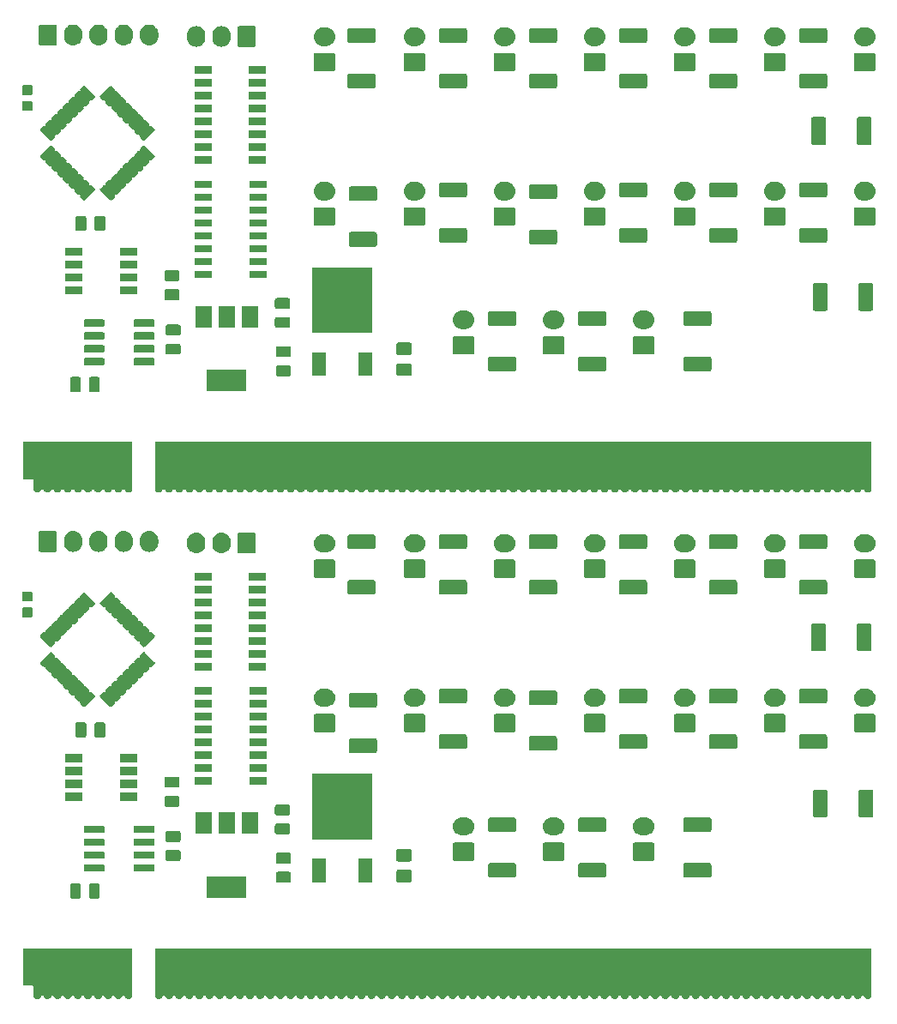
<source format=gbs>
G04 #@! TF.GenerationSoftware,KiCad,Pcbnew,(5.1.5)-3*
G04 #@! TF.CreationDate,2019-12-27T07:21:44+09:00*
G04 #@! TF.ProjectId,Solenoid_Valve-fin,536f6c65-6e6f-4696-945f-56616c76652d,rev?*
G04 #@! TF.SameCoordinates,Original*
G04 #@! TF.FileFunction,Soldermask,Bot*
G04 #@! TF.FilePolarity,Negative*
%FSLAX46Y46*%
G04 Gerber Fmt 4.6, Leading zero omitted, Abs format (unit mm)*
G04 Created by KiCad (PCBNEW (5.1.5)-3) date 2019-12-27 07:21:44*
%MOMM*%
%LPD*%
G04 APERTURE LIST*
%ADD10C,0.100000*%
G04 APERTURE END LIST*
D10*
G36*
X204376000Y-128893689D02*
G01*
X204365443Y-128906553D01*
X204353893Y-128928161D01*
X204333207Y-128978103D01*
X204292058Y-129039686D01*
X204239686Y-129092058D01*
X204178103Y-129133207D01*
X204109675Y-129161550D01*
X204109674Y-129161550D01*
X204109672Y-129161551D01*
X204037034Y-129176000D01*
X203962966Y-129176000D01*
X203890328Y-129161551D01*
X203890326Y-129161550D01*
X203890325Y-129161550D01*
X203821897Y-129133207D01*
X203760314Y-129092058D01*
X203707942Y-129039686D01*
X203666793Y-128978103D01*
X203646107Y-128928161D01*
X203634557Y-128906553D01*
X203619011Y-128887611D01*
X203600069Y-128872066D01*
X203578459Y-128860515D01*
X203555010Y-128853402D01*
X203530624Y-128851000D01*
X203469376Y-128851000D01*
X203444990Y-128853402D01*
X203421541Y-128860515D01*
X203399930Y-128872066D01*
X203380988Y-128887611D01*
X203365443Y-128906553D01*
X203353893Y-128928161D01*
X203333207Y-128978103D01*
X203292058Y-129039686D01*
X203239686Y-129092058D01*
X203178103Y-129133207D01*
X203109675Y-129161550D01*
X203109674Y-129161550D01*
X203109672Y-129161551D01*
X203037034Y-129176000D01*
X202962966Y-129176000D01*
X202890328Y-129161551D01*
X202890326Y-129161550D01*
X202890325Y-129161550D01*
X202821897Y-129133207D01*
X202760314Y-129092058D01*
X202707942Y-129039686D01*
X202666793Y-128978103D01*
X202646107Y-128928161D01*
X202634557Y-128906553D01*
X202619011Y-128887611D01*
X202600069Y-128872066D01*
X202578459Y-128860515D01*
X202555010Y-128853402D01*
X202530624Y-128851000D01*
X202469376Y-128851000D01*
X202444990Y-128853402D01*
X202421541Y-128860515D01*
X202399930Y-128872066D01*
X202380988Y-128887611D01*
X202365443Y-128906553D01*
X202353893Y-128928161D01*
X202333207Y-128978103D01*
X202292058Y-129039686D01*
X202239686Y-129092058D01*
X202178103Y-129133207D01*
X202109675Y-129161550D01*
X202109674Y-129161550D01*
X202109672Y-129161551D01*
X202037034Y-129176000D01*
X201962966Y-129176000D01*
X201890328Y-129161551D01*
X201890326Y-129161550D01*
X201890325Y-129161550D01*
X201821897Y-129133207D01*
X201760314Y-129092058D01*
X201707942Y-129039686D01*
X201666793Y-128978103D01*
X201646107Y-128928161D01*
X201634557Y-128906553D01*
X201619011Y-128887611D01*
X201600069Y-128872066D01*
X201578459Y-128860515D01*
X201555010Y-128853402D01*
X201530624Y-128851000D01*
X201469376Y-128851000D01*
X201444990Y-128853402D01*
X201421541Y-128860515D01*
X201399930Y-128872066D01*
X201380988Y-128887611D01*
X201365443Y-128906553D01*
X201353893Y-128928161D01*
X201333207Y-128978103D01*
X201292058Y-129039686D01*
X201239686Y-129092058D01*
X201178103Y-129133207D01*
X201109675Y-129161550D01*
X201109674Y-129161550D01*
X201109672Y-129161551D01*
X201037034Y-129176000D01*
X200962966Y-129176000D01*
X200890328Y-129161551D01*
X200890326Y-129161550D01*
X200890325Y-129161550D01*
X200821897Y-129133207D01*
X200760314Y-129092058D01*
X200707942Y-129039686D01*
X200666793Y-128978103D01*
X200646107Y-128928161D01*
X200634557Y-128906553D01*
X200619011Y-128887611D01*
X200600069Y-128872066D01*
X200578459Y-128860515D01*
X200555010Y-128853402D01*
X200530624Y-128851000D01*
X200469376Y-128851000D01*
X200444990Y-128853402D01*
X200421541Y-128860515D01*
X200399930Y-128872066D01*
X200380988Y-128887611D01*
X200365443Y-128906553D01*
X200353893Y-128928161D01*
X200333207Y-128978103D01*
X200292058Y-129039686D01*
X200239686Y-129092058D01*
X200178103Y-129133207D01*
X200109675Y-129161550D01*
X200109674Y-129161550D01*
X200109672Y-129161551D01*
X200037034Y-129176000D01*
X199962966Y-129176000D01*
X199890328Y-129161551D01*
X199890326Y-129161550D01*
X199890325Y-129161550D01*
X199821897Y-129133207D01*
X199760314Y-129092058D01*
X199707942Y-129039686D01*
X199666793Y-128978103D01*
X199646107Y-128928161D01*
X199634557Y-128906553D01*
X199619011Y-128887611D01*
X199600069Y-128872066D01*
X199578459Y-128860515D01*
X199555010Y-128853402D01*
X199530624Y-128851000D01*
X199469376Y-128851000D01*
X199444990Y-128853402D01*
X199421541Y-128860515D01*
X199399930Y-128872066D01*
X199380988Y-128887611D01*
X199365443Y-128906553D01*
X199353893Y-128928161D01*
X199333207Y-128978103D01*
X199292058Y-129039686D01*
X199239686Y-129092058D01*
X199178103Y-129133207D01*
X199109675Y-129161550D01*
X199109674Y-129161550D01*
X199109672Y-129161551D01*
X199037034Y-129176000D01*
X198962966Y-129176000D01*
X198890328Y-129161551D01*
X198890326Y-129161550D01*
X198890325Y-129161550D01*
X198821897Y-129133207D01*
X198760314Y-129092058D01*
X198707942Y-129039686D01*
X198666793Y-128978103D01*
X198646107Y-128928161D01*
X198634557Y-128906553D01*
X198619011Y-128887611D01*
X198600069Y-128872066D01*
X198578459Y-128860515D01*
X198555010Y-128853402D01*
X198530624Y-128851000D01*
X198469376Y-128851000D01*
X198444990Y-128853402D01*
X198421541Y-128860515D01*
X198399930Y-128872066D01*
X198380988Y-128887611D01*
X198365443Y-128906553D01*
X198353893Y-128928161D01*
X198333207Y-128978103D01*
X198292058Y-129039686D01*
X198239686Y-129092058D01*
X198178103Y-129133207D01*
X198109675Y-129161550D01*
X198109674Y-129161550D01*
X198109672Y-129161551D01*
X198037034Y-129176000D01*
X197962966Y-129176000D01*
X197890328Y-129161551D01*
X197890326Y-129161550D01*
X197890325Y-129161550D01*
X197821897Y-129133207D01*
X197760314Y-129092058D01*
X197707942Y-129039686D01*
X197666793Y-128978103D01*
X197646107Y-128928161D01*
X197634557Y-128906553D01*
X197619011Y-128887611D01*
X197600069Y-128872066D01*
X197578459Y-128860515D01*
X197555010Y-128853402D01*
X197530624Y-128851000D01*
X197469376Y-128851000D01*
X197444990Y-128853402D01*
X197421541Y-128860515D01*
X197399930Y-128872066D01*
X197380988Y-128887611D01*
X197365443Y-128906553D01*
X197353893Y-128928161D01*
X197333207Y-128978103D01*
X197292058Y-129039686D01*
X197239686Y-129092058D01*
X197178103Y-129133207D01*
X197109675Y-129161550D01*
X197109674Y-129161550D01*
X197109672Y-129161551D01*
X197037034Y-129176000D01*
X196962966Y-129176000D01*
X196890328Y-129161551D01*
X196890326Y-129161550D01*
X196890325Y-129161550D01*
X196821897Y-129133207D01*
X196760314Y-129092058D01*
X196707942Y-129039686D01*
X196666793Y-128978103D01*
X196646107Y-128928161D01*
X196634557Y-128906553D01*
X196619011Y-128887611D01*
X196600069Y-128872066D01*
X196578459Y-128860515D01*
X196555010Y-128853402D01*
X196530624Y-128851000D01*
X196469376Y-128851000D01*
X196444990Y-128853402D01*
X196421541Y-128860515D01*
X196399930Y-128872066D01*
X196380988Y-128887611D01*
X196365443Y-128906553D01*
X196353893Y-128928161D01*
X196333207Y-128978103D01*
X196292058Y-129039686D01*
X196239686Y-129092058D01*
X196178103Y-129133207D01*
X196109675Y-129161550D01*
X196109674Y-129161550D01*
X196109672Y-129161551D01*
X196037034Y-129176000D01*
X195962966Y-129176000D01*
X195890328Y-129161551D01*
X195890326Y-129161550D01*
X195890325Y-129161550D01*
X195821897Y-129133207D01*
X195760314Y-129092058D01*
X195707942Y-129039686D01*
X195666793Y-128978103D01*
X195646107Y-128928161D01*
X195634557Y-128906553D01*
X195619011Y-128887611D01*
X195600069Y-128872066D01*
X195578459Y-128860515D01*
X195555010Y-128853402D01*
X195530624Y-128851000D01*
X195469376Y-128851000D01*
X195444990Y-128853402D01*
X195421541Y-128860515D01*
X195399930Y-128872066D01*
X195380988Y-128887611D01*
X195365443Y-128906553D01*
X195353893Y-128928161D01*
X195333207Y-128978103D01*
X195292058Y-129039686D01*
X195239686Y-129092058D01*
X195178103Y-129133207D01*
X195109675Y-129161550D01*
X195109674Y-129161550D01*
X195109672Y-129161551D01*
X195037034Y-129176000D01*
X194962966Y-129176000D01*
X194890328Y-129161551D01*
X194890326Y-129161550D01*
X194890325Y-129161550D01*
X194821897Y-129133207D01*
X194760314Y-129092058D01*
X194707942Y-129039686D01*
X194666793Y-128978103D01*
X194646107Y-128928161D01*
X194634557Y-128906553D01*
X194619011Y-128887611D01*
X194600069Y-128872066D01*
X194578459Y-128860515D01*
X194555010Y-128853402D01*
X194530624Y-128851000D01*
X194469376Y-128851000D01*
X194444990Y-128853402D01*
X194421541Y-128860515D01*
X194399930Y-128872066D01*
X194380988Y-128887611D01*
X194365443Y-128906553D01*
X194353893Y-128928161D01*
X194333207Y-128978103D01*
X194292058Y-129039686D01*
X194239686Y-129092058D01*
X194178103Y-129133207D01*
X194109675Y-129161550D01*
X194109674Y-129161550D01*
X194109672Y-129161551D01*
X194037034Y-129176000D01*
X193962966Y-129176000D01*
X193890328Y-129161551D01*
X193890326Y-129161550D01*
X193890325Y-129161550D01*
X193821897Y-129133207D01*
X193760314Y-129092058D01*
X193707942Y-129039686D01*
X193666793Y-128978103D01*
X193646107Y-128928161D01*
X193634557Y-128906553D01*
X193619011Y-128887611D01*
X193600069Y-128872066D01*
X193578459Y-128860515D01*
X193555010Y-128853402D01*
X193530624Y-128851000D01*
X193469376Y-128851000D01*
X193444990Y-128853402D01*
X193421541Y-128860515D01*
X193399930Y-128872066D01*
X193380988Y-128887611D01*
X193365443Y-128906553D01*
X193353893Y-128928161D01*
X193333207Y-128978103D01*
X193292058Y-129039686D01*
X193239686Y-129092058D01*
X193178103Y-129133207D01*
X193109675Y-129161550D01*
X193109674Y-129161550D01*
X193109672Y-129161551D01*
X193037034Y-129176000D01*
X192962966Y-129176000D01*
X192890328Y-129161551D01*
X192890326Y-129161550D01*
X192890325Y-129161550D01*
X192821897Y-129133207D01*
X192760314Y-129092058D01*
X192707942Y-129039686D01*
X192666793Y-128978103D01*
X192646107Y-128928161D01*
X192634557Y-128906553D01*
X192619011Y-128887611D01*
X192600069Y-128872066D01*
X192578459Y-128860515D01*
X192555010Y-128853402D01*
X192530624Y-128851000D01*
X192469376Y-128851000D01*
X192444990Y-128853402D01*
X192421541Y-128860515D01*
X192399930Y-128872066D01*
X192380988Y-128887611D01*
X192365443Y-128906553D01*
X192353893Y-128928161D01*
X192333207Y-128978103D01*
X192292058Y-129039686D01*
X192239686Y-129092058D01*
X192178103Y-129133207D01*
X192109675Y-129161550D01*
X192109674Y-129161550D01*
X192109672Y-129161551D01*
X192037034Y-129176000D01*
X191962966Y-129176000D01*
X191890328Y-129161551D01*
X191890326Y-129161550D01*
X191890325Y-129161550D01*
X191821897Y-129133207D01*
X191760314Y-129092058D01*
X191707942Y-129039686D01*
X191666793Y-128978103D01*
X191646107Y-128928161D01*
X191634557Y-128906553D01*
X191619011Y-128887611D01*
X191600069Y-128872066D01*
X191578459Y-128860515D01*
X191555010Y-128853402D01*
X191530624Y-128851000D01*
X191469376Y-128851000D01*
X191444990Y-128853402D01*
X191421541Y-128860515D01*
X191399930Y-128872066D01*
X191380988Y-128887611D01*
X191365443Y-128906553D01*
X191353893Y-128928161D01*
X191333207Y-128978103D01*
X191292058Y-129039686D01*
X191239686Y-129092058D01*
X191178103Y-129133207D01*
X191109675Y-129161550D01*
X191109674Y-129161550D01*
X191109672Y-129161551D01*
X191037034Y-129176000D01*
X190962966Y-129176000D01*
X190890328Y-129161551D01*
X190890326Y-129161550D01*
X190890325Y-129161550D01*
X190821897Y-129133207D01*
X190760314Y-129092058D01*
X190707942Y-129039686D01*
X190666793Y-128978103D01*
X190646107Y-128928161D01*
X190634557Y-128906553D01*
X190619011Y-128887611D01*
X190600069Y-128872066D01*
X190578459Y-128860515D01*
X190555010Y-128853402D01*
X190530624Y-128851000D01*
X190469376Y-128851000D01*
X190444990Y-128853402D01*
X190421541Y-128860515D01*
X190399930Y-128872066D01*
X190380988Y-128887611D01*
X190365443Y-128906553D01*
X190353893Y-128928161D01*
X190333207Y-128978103D01*
X190292058Y-129039686D01*
X190239686Y-129092058D01*
X190178103Y-129133207D01*
X190109675Y-129161550D01*
X190109674Y-129161550D01*
X190109672Y-129161551D01*
X190037034Y-129176000D01*
X189962966Y-129176000D01*
X189890328Y-129161551D01*
X189890326Y-129161550D01*
X189890325Y-129161550D01*
X189821897Y-129133207D01*
X189760314Y-129092058D01*
X189707942Y-129039686D01*
X189666793Y-128978103D01*
X189646107Y-128928161D01*
X189634557Y-128906553D01*
X189619011Y-128887611D01*
X189600069Y-128872066D01*
X189578459Y-128860515D01*
X189555010Y-128853402D01*
X189530624Y-128851000D01*
X189469376Y-128851000D01*
X189444990Y-128853402D01*
X189421541Y-128860515D01*
X189399930Y-128872066D01*
X189380988Y-128887611D01*
X189365443Y-128906553D01*
X189353893Y-128928161D01*
X189333207Y-128978103D01*
X189292058Y-129039686D01*
X189239686Y-129092058D01*
X189178103Y-129133207D01*
X189109675Y-129161550D01*
X189109674Y-129161550D01*
X189109672Y-129161551D01*
X189037034Y-129176000D01*
X188962966Y-129176000D01*
X188890328Y-129161551D01*
X188890326Y-129161550D01*
X188890325Y-129161550D01*
X188821897Y-129133207D01*
X188760314Y-129092058D01*
X188707942Y-129039686D01*
X188666793Y-128978103D01*
X188646107Y-128928161D01*
X188634557Y-128906553D01*
X188619011Y-128887611D01*
X188600069Y-128872066D01*
X188578459Y-128860515D01*
X188555010Y-128853402D01*
X188530624Y-128851000D01*
X188469376Y-128851000D01*
X188444990Y-128853402D01*
X188421541Y-128860515D01*
X188399930Y-128872066D01*
X188380988Y-128887611D01*
X188365443Y-128906553D01*
X188353893Y-128928161D01*
X188333207Y-128978103D01*
X188292058Y-129039686D01*
X188239686Y-129092058D01*
X188178103Y-129133207D01*
X188109675Y-129161550D01*
X188109674Y-129161550D01*
X188109672Y-129161551D01*
X188037034Y-129176000D01*
X187962966Y-129176000D01*
X187890328Y-129161551D01*
X187890326Y-129161550D01*
X187890325Y-129161550D01*
X187821897Y-129133207D01*
X187760314Y-129092058D01*
X187707942Y-129039686D01*
X187666793Y-128978103D01*
X187646107Y-128928161D01*
X187634557Y-128906553D01*
X187619011Y-128887611D01*
X187600069Y-128872066D01*
X187578459Y-128860515D01*
X187555010Y-128853402D01*
X187530624Y-128851000D01*
X187469376Y-128851000D01*
X187444990Y-128853402D01*
X187421541Y-128860515D01*
X187399930Y-128872066D01*
X187380988Y-128887611D01*
X187365443Y-128906553D01*
X187353893Y-128928161D01*
X187333207Y-128978103D01*
X187292058Y-129039686D01*
X187239686Y-129092058D01*
X187178103Y-129133207D01*
X187109675Y-129161550D01*
X187109674Y-129161550D01*
X187109672Y-129161551D01*
X187037034Y-129176000D01*
X186962966Y-129176000D01*
X186890328Y-129161551D01*
X186890326Y-129161550D01*
X186890325Y-129161550D01*
X186821897Y-129133207D01*
X186760314Y-129092058D01*
X186707942Y-129039686D01*
X186666793Y-128978103D01*
X186646107Y-128928161D01*
X186634557Y-128906553D01*
X186619011Y-128887611D01*
X186600069Y-128872066D01*
X186578459Y-128860515D01*
X186555010Y-128853402D01*
X186530624Y-128851000D01*
X186469376Y-128851000D01*
X186444990Y-128853402D01*
X186421541Y-128860515D01*
X186399930Y-128872066D01*
X186380988Y-128887611D01*
X186365443Y-128906553D01*
X186353893Y-128928161D01*
X186333207Y-128978103D01*
X186292058Y-129039686D01*
X186239686Y-129092058D01*
X186178103Y-129133207D01*
X186109675Y-129161550D01*
X186109674Y-129161550D01*
X186109672Y-129161551D01*
X186037034Y-129176000D01*
X185962966Y-129176000D01*
X185890328Y-129161551D01*
X185890326Y-129161550D01*
X185890325Y-129161550D01*
X185821897Y-129133207D01*
X185760314Y-129092058D01*
X185707942Y-129039686D01*
X185666793Y-128978103D01*
X185646107Y-128928161D01*
X185634557Y-128906553D01*
X185619011Y-128887611D01*
X185600069Y-128872066D01*
X185578459Y-128860515D01*
X185555010Y-128853402D01*
X185530624Y-128851000D01*
X185469376Y-128851000D01*
X185444990Y-128853402D01*
X185421541Y-128860515D01*
X185399930Y-128872066D01*
X185380988Y-128887611D01*
X185365443Y-128906553D01*
X185353893Y-128928161D01*
X185333207Y-128978103D01*
X185292058Y-129039686D01*
X185239686Y-129092058D01*
X185178103Y-129133207D01*
X185109675Y-129161550D01*
X185109674Y-129161550D01*
X185109672Y-129161551D01*
X185037034Y-129176000D01*
X184962966Y-129176000D01*
X184890328Y-129161551D01*
X184890326Y-129161550D01*
X184890325Y-129161550D01*
X184821897Y-129133207D01*
X184760314Y-129092058D01*
X184707942Y-129039686D01*
X184666793Y-128978103D01*
X184646107Y-128928161D01*
X184634557Y-128906553D01*
X184619011Y-128887611D01*
X184600069Y-128872066D01*
X184578459Y-128860515D01*
X184555010Y-128853402D01*
X184530624Y-128851000D01*
X184469376Y-128851000D01*
X184444990Y-128853402D01*
X184421541Y-128860515D01*
X184399930Y-128872066D01*
X184380988Y-128887611D01*
X184365443Y-128906553D01*
X184353893Y-128928161D01*
X184333207Y-128978103D01*
X184292058Y-129039686D01*
X184239686Y-129092058D01*
X184178103Y-129133207D01*
X184109675Y-129161550D01*
X184109674Y-129161550D01*
X184109672Y-129161551D01*
X184037034Y-129176000D01*
X183962966Y-129176000D01*
X183890328Y-129161551D01*
X183890326Y-129161550D01*
X183890325Y-129161550D01*
X183821897Y-129133207D01*
X183760314Y-129092058D01*
X183707942Y-129039686D01*
X183666793Y-128978103D01*
X183646107Y-128928161D01*
X183634557Y-128906553D01*
X183619011Y-128887611D01*
X183600069Y-128872066D01*
X183578459Y-128860515D01*
X183555010Y-128853402D01*
X183530624Y-128851000D01*
X183469376Y-128851000D01*
X183444990Y-128853402D01*
X183421541Y-128860515D01*
X183399930Y-128872066D01*
X183380988Y-128887611D01*
X183365443Y-128906553D01*
X183353893Y-128928161D01*
X183333207Y-128978103D01*
X183292058Y-129039686D01*
X183239686Y-129092058D01*
X183178103Y-129133207D01*
X183109675Y-129161550D01*
X183109674Y-129161550D01*
X183109672Y-129161551D01*
X183037034Y-129176000D01*
X182962966Y-129176000D01*
X182890328Y-129161551D01*
X182890326Y-129161550D01*
X182890325Y-129161550D01*
X182821897Y-129133207D01*
X182760314Y-129092058D01*
X182707942Y-129039686D01*
X182666793Y-128978103D01*
X182646107Y-128928161D01*
X182634557Y-128906553D01*
X182619011Y-128887611D01*
X182600069Y-128872066D01*
X182578459Y-128860515D01*
X182555010Y-128853402D01*
X182530624Y-128851000D01*
X182469376Y-128851000D01*
X182444990Y-128853402D01*
X182421541Y-128860515D01*
X182399930Y-128872066D01*
X182380988Y-128887611D01*
X182365443Y-128906553D01*
X182353893Y-128928161D01*
X182333207Y-128978103D01*
X182292058Y-129039686D01*
X182239686Y-129092058D01*
X182178103Y-129133207D01*
X182109675Y-129161550D01*
X182109674Y-129161550D01*
X182109672Y-129161551D01*
X182037034Y-129176000D01*
X181962966Y-129176000D01*
X181890328Y-129161551D01*
X181890326Y-129161550D01*
X181890325Y-129161550D01*
X181821897Y-129133207D01*
X181760314Y-129092058D01*
X181707942Y-129039686D01*
X181666793Y-128978103D01*
X181646107Y-128928161D01*
X181634557Y-128906553D01*
X181619011Y-128887611D01*
X181600069Y-128872066D01*
X181578459Y-128860515D01*
X181555010Y-128853402D01*
X181530624Y-128851000D01*
X181469376Y-128851000D01*
X181444990Y-128853402D01*
X181421541Y-128860515D01*
X181399930Y-128872066D01*
X181380988Y-128887611D01*
X181365443Y-128906553D01*
X181353893Y-128928161D01*
X181333207Y-128978103D01*
X181292058Y-129039686D01*
X181239686Y-129092058D01*
X181178103Y-129133207D01*
X181109675Y-129161550D01*
X181109674Y-129161550D01*
X181109672Y-129161551D01*
X181037034Y-129176000D01*
X180962966Y-129176000D01*
X180890328Y-129161551D01*
X180890326Y-129161550D01*
X180890325Y-129161550D01*
X180821897Y-129133207D01*
X180760314Y-129092058D01*
X180707942Y-129039686D01*
X180666793Y-128978103D01*
X180646107Y-128928161D01*
X180634557Y-128906553D01*
X180619011Y-128887611D01*
X180600069Y-128872066D01*
X180578459Y-128860515D01*
X180555010Y-128853402D01*
X180530624Y-128851000D01*
X180469376Y-128851000D01*
X180444990Y-128853402D01*
X180421541Y-128860515D01*
X180399930Y-128872066D01*
X180380988Y-128887611D01*
X180365443Y-128906553D01*
X180353893Y-128928161D01*
X180333207Y-128978103D01*
X180292058Y-129039686D01*
X180239686Y-129092058D01*
X180178103Y-129133207D01*
X180109675Y-129161550D01*
X180109674Y-129161550D01*
X180109672Y-129161551D01*
X180037034Y-129176000D01*
X179962966Y-129176000D01*
X179890328Y-129161551D01*
X179890326Y-129161550D01*
X179890325Y-129161550D01*
X179821897Y-129133207D01*
X179760314Y-129092058D01*
X179707942Y-129039686D01*
X179666793Y-128978103D01*
X179646107Y-128928161D01*
X179634557Y-128906553D01*
X179619011Y-128887611D01*
X179600069Y-128872066D01*
X179578459Y-128860515D01*
X179555010Y-128853402D01*
X179530624Y-128851000D01*
X179469376Y-128851000D01*
X179444990Y-128853402D01*
X179421541Y-128860515D01*
X179399930Y-128872066D01*
X179380988Y-128887611D01*
X179365443Y-128906553D01*
X179353893Y-128928161D01*
X179333207Y-128978103D01*
X179292058Y-129039686D01*
X179239686Y-129092058D01*
X179178103Y-129133207D01*
X179109675Y-129161550D01*
X179109674Y-129161550D01*
X179109672Y-129161551D01*
X179037034Y-129176000D01*
X178962966Y-129176000D01*
X178890328Y-129161551D01*
X178890326Y-129161550D01*
X178890325Y-129161550D01*
X178821897Y-129133207D01*
X178760314Y-129092058D01*
X178707942Y-129039686D01*
X178666793Y-128978103D01*
X178646107Y-128928161D01*
X178634557Y-128906553D01*
X178619011Y-128887611D01*
X178600069Y-128872066D01*
X178578459Y-128860515D01*
X178555010Y-128853402D01*
X178530624Y-128851000D01*
X178469376Y-128851000D01*
X178444990Y-128853402D01*
X178421541Y-128860515D01*
X178399930Y-128872066D01*
X178380988Y-128887611D01*
X178365443Y-128906553D01*
X178353893Y-128928161D01*
X178333207Y-128978103D01*
X178292058Y-129039686D01*
X178239686Y-129092058D01*
X178178103Y-129133207D01*
X178109675Y-129161550D01*
X178109674Y-129161550D01*
X178109672Y-129161551D01*
X178037034Y-129176000D01*
X177962966Y-129176000D01*
X177890328Y-129161551D01*
X177890326Y-129161550D01*
X177890325Y-129161550D01*
X177821897Y-129133207D01*
X177760314Y-129092058D01*
X177707942Y-129039686D01*
X177666793Y-128978103D01*
X177646107Y-128928161D01*
X177634557Y-128906553D01*
X177619011Y-128887611D01*
X177600069Y-128872066D01*
X177578459Y-128860515D01*
X177555010Y-128853402D01*
X177530624Y-128851000D01*
X177469376Y-128851000D01*
X177444990Y-128853402D01*
X177421541Y-128860515D01*
X177399930Y-128872066D01*
X177380988Y-128887611D01*
X177365443Y-128906553D01*
X177353893Y-128928161D01*
X177333207Y-128978103D01*
X177292058Y-129039686D01*
X177239686Y-129092058D01*
X177178103Y-129133207D01*
X177109675Y-129161550D01*
X177109674Y-129161550D01*
X177109672Y-129161551D01*
X177037034Y-129176000D01*
X176962966Y-129176000D01*
X176890328Y-129161551D01*
X176890326Y-129161550D01*
X176890325Y-129161550D01*
X176821897Y-129133207D01*
X176760314Y-129092058D01*
X176707942Y-129039686D01*
X176666793Y-128978103D01*
X176646107Y-128928161D01*
X176634557Y-128906553D01*
X176619011Y-128887611D01*
X176600069Y-128872066D01*
X176578459Y-128860515D01*
X176555010Y-128853402D01*
X176530624Y-128851000D01*
X176469376Y-128851000D01*
X176444990Y-128853402D01*
X176421541Y-128860515D01*
X176399930Y-128872066D01*
X176380988Y-128887611D01*
X176365443Y-128906553D01*
X176353893Y-128928161D01*
X176333207Y-128978103D01*
X176292058Y-129039686D01*
X176239686Y-129092058D01*
X176178103Y-129133207D01*
X176109675Y-129161550D01*
X176109674Y-129161550D01*
X176109672Y-129161551D01*
X176037034Y-129176000D01*
X175962966Y-129176000D01*
X175890328Y-129161551D01*
X175890326Y-129161550D01*
X175890325Y-129161550D01*
X175821897Y-129133207D01*
X175760314Y-129092058D01*
X175707942Y-129039686D01*
X175666793Y-128978103D01*
X175646107Y-128928161D01*
X175634557Y-128906553D01*
X175619011Y-128887611D01*
X175600069Y-128872066D01*
X175578459Y-128860515D01*
X175555010Y-128853402D01*
X175530624Y-128851000D01*
X175469376Y-128851000D01*
X175444990Y-128853402D01*
X175421541Y-128860515D01*
X175399930Y-128872066D01*
X175380988Y-128887611D01*
X175365443Y-128906553D01*
X175353893Y-128928161D01*
X175333207Y-128978103D01*
X175292058Y-129039686D01*
X175239686Y-129092058D01*
X175178103Y-129133207D01*
X175109675Y-129161550D01*
X175109674Y-129161550D01*
X175109672Y-129161551D01*
X175037034Y-129176000D01*
X174962966Y-129176000D01*
X174890328Y-129161551D01*
X174890326Y-129161550D01*
X174890325Y-129161550D01*
X174821897Y-129133207D01*
X174760314Y-129092058D01*
X174707942Y-129039686D01*
X174666793Y-128978103D01*
X174646107Y-128928161D01*
X174634557Y-128906553D01*
X174619011Y-128887611D01*
X174600069Y-128872066D01*
X174578459Y-128860515D01*
X174555010Y-128853402D01*
X174530624Y-128851000D01*
X174469376Y-128851000D01*
X174444990Y-128853402D01*
X174421541Y-128860515D01*
X174399930Y-128872066D01*
X174380988Y-128887611D01*
X174365443Y-128906553D01*
X174353893Y-128928161D01*
X174333207Y-128978103D01*
X174292058Y-129039686D01*
X174239686Y-129092058D01*
X174178103Y-129133207D01*
X174109675Y-129161550D01*
X174109674Y-129161550D01*
X174109672Y-129161551D01*
X174037034Y-129176000D01*
X173962966Y-129176000D01*
X173890328Y-129161551D01*
X173890326Y-129161550D01*
X173890325Y-129161550D01*
X173821897Y-129133207D01*
X173760314Y-129092058D01*
X173707942Y-129039686D01*
X173666793Y-128978103D01*
X173646107Y-128928161D01*
X173634557Y-128906553D01*
X173619011Y-128887611D01*
X173600069Y-128872066D01*
X173578459Y-128860515D01*
X173555010Y-128853402D01*
X173530624Y-128851000D01*
X173469376Y-128851000D01*
X173444990Y-128853402D01*
X173421541Y-128860515D01*
X173399930Y-128872066D01*
X173380988Y-128887611D01*
X173365443Y-128906553D01*
X173353893Y-128928161D01*
X173333207Y-128978103D01*
X173292058Y-129039686D01*
X173239686Y-129092058D01*
X173178103Y-129133207D01*
X173109675Y-129161550D01*
X173109674Y-129161550D01*
X173109672Y-129161551D01*
X173037034Y-129176000D01*
X172962966Y-129176000D01*
X172890328Y-129161551D01*
X172890326Y-129161550D01*
X172890325Y-129161550D01*
X172821897Y-129133207D01*
X172760314Y-129092058D01*
X172707942Y-129039686D01*
X172666793Y-128978103D01*
X172646107Y-128928161D01*
X172634557Y-128906553D01*
X172619011Y-128887611D01*
X172600069Y-128872066D01*
X172578459Y-128860515D01*
X172555010Y-128853402D01*
X172530624Y-128851000D01*
X172469376Y-128851000D01*
X172444990Y-128853402D01*
X172421541Y-128860515D01*
X172399930Y-128872066D01*
X172380988Y-128887611D01*
X172365443Y-128906553D01*
X172353893Y-128928161D01*
X172333207Y-128978103D01*
X172292058Y-129039686D01*
X172239686Y-129092058D01*
X172178103Y-129133207D01*
X172109675Y-129161550D01*
X172109674Y-129161550D01*
X172109672Y-129161551D01*
X172037034Y-129176000D01*
X171962966Y-129176000D01*
X171890328Y-129161551D01*
X171890326Y-129161550D01*
X171890325Y-129161550D01*
X171821897Y-129133207D01*
X171760314Y-129092058D01*
X171707942Y-129039686D01*
X171666793Y-128978103D01*
X171646107Y-128928161D01*
X171634557Y-128906553D01*
X171619011Y-128887611D01*
X171600069Y-128872066D01*
X171578459Y-128860515D01*
X171555010Y-128853402D01*
X171530624Y-128851000D01*
X171469376Y-128851000D01*
X171444990Y-128853402D01*
X171421541Y-128860515D01*
X171399930Y-128872066D01*
X171380988Y-128887611D01*
X171365443Y-128906553D01*
X171353893Y-128928161D01*
X171333207Y-128978103D01*
X171292058Y-129039686D01*
X171239686Y-129092058D01*
X171178103Y-129133207D01*
X171109675Y-129161550D01*
X171109674Y-129161550D01*
X171109672Y-129161551D01*
X171037034Y-129176000D01*
X170962966Y-129176000D01*
X170890328Y-129161551D01*
X170890326Y-129161550D01*
X170890325Y-129161550D01*
X170821897Y-129133207D01*
X170760314Y-129092058D01*
X170707942Y-129039686D01*
X170666793Y-128978103D01*
X170646107Y-128928161D01*
X170634557Y-128906553D01*
X170619011Y-128887611D01*
X170600069Y-128872066D01*
X170578459Y-128860515D01*
X170555010Y-128853402D01*
X170530624Y-128851000D01*
X170469376Y-128851000D01*
X170444990Y-128853402D01*
X170421541Y-128860515D01*
X170399930Y-128872066D01*
X170380988Y-128887611D01*
X170365443Y-128906553D01*
X170353893Y-128928161D01*
X170333207Y-128978103D01*
X170292058Y-129039686D01*
X170239686Y-129092058D01*
X170178103Y-129133207D01*
X170109675Y-129161550D01*
X170109674Y-129161550D01*
X170109672Y-129161551D01*
X170037034Y-129176000D01*
X169962966Y-129176000D01*
X169890328Y-129161551D01*
X169890326Y-129161550D01*
X169890325Y-129161550D01*
X169821897Y-129133207D01*
X169760314Y-129092058D01*
X169707942Y-129039686D01*
X169666793Y-128978103D01*
X169646107Y-128928161D01*
X169634557Y-128906553D01*
X169619011Y-128887611D01*
X169600069Y-128872066D01*
X169578459Y-128860515D01*
X169555010Y-128853402D01*
X169530624Y-128851000D01*
X169469376Y-128851000D01*
X169444990Y-128853402D01*
X169421541Y-128860515D01*
X169399930Y-128872066D01*
X169380988Y-128887611D01*
X169365443Y-128906553D01*
X169353893Y-128928161D01*
X169333207Y-128978103D01*
X169292058Y-129039686D01*
X169239686Y-129092058D01*
X169178103Y-129133207D01*
X169109675Y-129161550D01*
X169109674Y-129161550D01*
X169109672Y-129161551D01*
X169037034Y-129176000D01*
X168962966Y-129176000D01*
X168890328Y-129161551D01*
X168890326Y-129161550D01*
X168890325Y-129161550D01*
X168821897Y-129133207D01*
X168760314Y-129092058D01*
X168707942Y-129039686D01*
X168666793Y-128978103D01*
X168646107Y-128928161D01*
X168634557Y-128906553D01*
X168619011Y-128887611D01*
X168600069Y-128872066D01*
X168578459Y-128860515D01*
X168555010Y-128853402D01*
X168530624Y-128851000D01*
X168469376Y-128851000D01*
X168444990Y-128853402D01*
X168421541Y-128860515D01*
X168399930Y-128872066D01*
X168380988Y-128887611D01*
X168365443Y-128906553D01*
X168353893Y-128928161D01*
X168333207Y-128978103D01*
X168292058Y-129039686D01*
X168239686Y-129092058D01*
X168178103Y-129133207D01*
X168109675Y-129161550D01*
X168109674Y-129161550D01*
X168109672Y-129161551D01*
X168037034Y-129176000D01*
X167962966Y-129176000D01*
X167890328Y-129161551D01*
X167890326Y-129161550D01*
X167890325Y-129161550D01*
X167821897Y-129133207D01*
X167760314Y-129092058D01*
X167707942Y-129039686D01*
X167666793Y-128978103D01*
X167646107Y-128928161D01*
X167634557Y-128906553D01*
X167619011Y-128887611D01*
X167600069Y-128872066D01*
X167578459Y-128860515D01*
X167555010Y-128853402D01*
X167530624Y-128851000D01*
X167469376Y-128851000D01*
X167444990Y-128853402D01*
X167421541Y-128860515D01*
X167399930Y-128872066D01*
X167380988Y-128887611D01*
X167365443Y-128906553D01*
X167353893Y-128928161D01*
X167333207Y-128978103D01*
X167292058Y-129039686D01*
X167239686Y-129092058D01*
X167178103Y-129133207D01*
X167109675Y-129161550D01*
X167109674Y-129161550D01*
X167109672Y-129161551D01*
X167037034Y-129176000D01*
X166962966Y-129176000D01*
X166890328Y-129161551D01*
X166890326Y-129161550D01*
X166890325Y-129161550D01*
X166821897Y-129133207D01*
X166760314Y-129092058D01*
X166707942Y-129039686D01*
X166666793Y-128978103D01*
X166646107Y-128928161D01*
X166634557Y-128906553D01*
X166619011Y-128887611D01*
X166600069Y-128872066D01*
X166578459Y-128860515D01*
X166555010Y-128853402D01*
X166530624Y-128851000D01*
X166469376Y-128851000D01*
X166444990Y-128853402D01*
X166421541Y-128860515D01*
X166399930Y-128872066D01*
X166380988Y-128887611D01*
X166365443Y-128906553D01*
X166353893Y-128928161D01*
X166333207Y-128978103D01*
X166292058Y-129039686D01*
X166239686Y-129092058D01*
X166178103Y-129133207D01*
X166109675Y-129161550D01*
X166109674Y-129161550D01*
X166109672Y-129161551D01*
X166037034Y-129176000D01*
X165962966Y-129176000D01*
X165890328Y-129161551D01*
X165890326Y-129161550D01*
X165890325Y-129161550D01*
X165821897Y-129133207D01*
X165760314Y-129092058D01*
X165707942Y-129039686D01*
X165666793Y-128978103D01*
X165646107Y-128928161D01*
X165634557Y-128906553D01*
X165619011Y-128887611D01*
X165600069Y-128872066D01*
X165578459Y-128860515D01*
X165555010Y-128853402D01*
X165530624Y-128851000D01*
X165469376Y-128851000D01*
X165444990Y-128853402D01*
X165421541Y-128860515D01*
X165399930Y-128872066D01*
X165380988Y-128887611D01*
X165365443Y-128906553D01*
X165353893Y-128928161D01*
X165333207Y-128978103D01*
X165292058Y-129039686D01*
X165239686Y-129092058D01*
X165178103Y-129133207D01*
X165109675Y-129161550D01*
X165109674Y-129161550D01*
X165109672Y-129161551D01*
X165037034Y-129176000D01*
X164962966Y-129176000D01*
X164890328Y-129161551D01*
X164890326Y-129161550D01*
X164890325Y-129161550D01*
X164821897Y-129133207D01*
X164760314Y-129092058D01*
X164707942Y-129039686D01*
X164666793Y-128978103D01*
X164646107Y-128928161D01*
X164634557Y-128906553D01*
X164619011Y-128887611D01*
X164600069Y-128872066D01*
X164578459Y-128860515D01*
X164555010Y-128853402D01*
X164530624Y-128851000D01*
X164469376Y-128851000D01*
X164444990Y-128853402D01*
X164421541Y-128860515D01*
X164399930Y-128872066D01*
X164380988Y-128887611D01*
X164365443Y-128906553D01*
X164353893Y-128928161D01*
X164333207Y-128978103D01*
X164292058Y-129039686D01*
X164239686Y-129092058D01*
X164178103Y-129133207D01*
X164109675Y-129161550D01*
X164109674Y-129161550D01*
X164109672Y-129161551D01*
X164037034Y-129176000D01*
X163962966Y-129176000D01*
X163890328Y-129161551D01*
X163890326Y-129161550D01*
X163890325Y-129161550D01*
X163821897Y-129133207D01*
X163760314Y-129092058D01*
X163707942Y-129039686D01*
X163666793Y-128978103D01*
X163646107Y-128928161D01*
X163634557Y-128906553D01*
X163619011Y-128887611D01*
X163600069Y-128872066D01*
X163578459Y-128860515D01*
X163555010Y-128853402D01*
X163530624Y-128851000D01*
X163469376Y-128851000D01*
X163444990Y-128853402D01*
X163421541Y-128860515D01*
X163399930Y-128872066D01*
X163380988Y-128887611D01*
X163365443Y-128906553D01*
X163353893Y-128928161D01*
X163333207Y-128978103D01*
X163292058Y-129039686D01*
X163239686Y-129092058D01*
X163178103Y-129133207D01*
X163109675Y-129161550D01*
X163109674Y-129161550D01*
X163109672Y-129161551D01*
X163037034Y-129176000D01*
X162962966Y-129176000D01*
X162890328Y-129161551D01*
X162890326Y-129161550D01*
X162890325Y-129161550D01*
X162821897Y-129133207D01*
X162760314Y-129092058D01*
X162707942Y-129039686D01*
X162666793Y-128978103D01*
X162646107Y-128928161D01*
X162634557Y-128906553D01*
X162619011Y-128887611D01*
X162600069Y-128872066D01*
X162578459Y-128860515D01*
X162555010Y-128853402D01*
X162530624Y-128851000D01*
X162469376Y-128851000D01*
X162444990Y-128853402D01*
X162421541Y-128860515D01*
X162399930Y-128872066D01*
X162380988Y-128887611D01*
X162365443Y-128906553D01*
X162353893Y-128928161D01*
X162333207Y-128978103D01*
X162292058Y-129039686D01*
X162239686Y-129092058D01*
X162178103Y-129133207D01*
X162109675Y-129161550D01*
X162109674Y-129161550D01*
X162109672Y-129161551D01*
X162037034Y-129176000D01*
X161962966Y-129176000D01*
X161890328Y-129161551D01*
X161890326Y-129161550D01*
X161890325Y-129161550D01*
X161821897Y-129133207D01*
X161760314Y-129092058D01*
X161707942Y-129039686D01*
X161666793Y-128978103D01*
X161646107Y-128928161D01*
X161634557Y-128906553D01*
X161619011Y-128887611D01*
X161600069Y-128872066D01*
X161578459Y-128860515D01*
X161555010Y-128853402D01*
X161530624Y-128851000D01*
X161469376Y-128851000D01*
X161444990Y-128853402D01*
X161421541Y-128860515D01*
X161399930Y-128872066D01*
X161380988Y-128887611D01*
X161365443Y-128906553D01*
X161353893Y-128928161D01*
X161333207Y-128978103D01*
X161292058Y-129039686D01*
X161239686Y-129092058D01*
X161178103Y-129133207D01*
X161109675Y-129161550D01*
X161109674Y-129161550D01*
X161109672Y-129161551D01*
X161037034Y-129176000D01*
X160962966Y-129176000D01*
X160890328Y-129161551D01*
X160890326Y-129161550D01*
X160890325Y-129161550D01*
X160821897Y-129133207D01*
X160760314Y-129092058D01*
X160707942Y-129039686D01*
X160666793Y-128978103D01*
X160646107Y-128928161D01*
X160634557Y-128906553D01*
X160619011Y-128887611D01*
X160600069Y-128872066D01*
X160578459Y-128860515D01*
X160555010Y-128853402D01*
X160530624Y-128851000D01*
X160469376Y-128851000D01*
X160444990Y-128853402D01*
X160421541Y-128860515D01*
X160399930Y-128872066D01*
X160380988Y-128887611D01*
X160365443Y-128906553D01*
X160353893Y-128928161D01*
X160333207Y-128978103D01*
X160292058Y-129039686D01*
X160239686Y-129092058D01*
X160178103Y-129133207D01*
X160109675Y-129161550D01*
X160109674Y-129161550D01*
X160109672Y-129161551D01*
X160037034Y-129176000D01*
X159962966Y-129176000D01*
X159890328Y-129161551D01*
X159890326Y-129161550D01*
X159890325Y-129161550D01*
X159821897Y-129133207D01*
X159760314Y-129092058D01*
X159707942Y-129039686D01*
X159666793Y-128978103D01*
X159646107Y-128928161D01*
X159634557Y-128906553D01*
X159619011Y-128887611D01*
X159600069Y-128872066D01*
X159578459Y-128860515D01*
X159555010Y-128853402D01*
X159530624Y-128851000D01*
X159469376Y-128851000D01*
X159444990Y-128853402D01*
X159421541Y-128860515D01*
X159399930Y-128872066D01*
X159380988Y-128887611D01*
X159365443Y-128906553D01*
X159353893Y-128928161D01*
X159333207Y-128978103D01*
X159292058Y-129039686D01*
X159239686Y-129092058D01*
X159178103Y-129133207D01*
X159109675Y-129161550D01*
X159109674Y-129161550D01*
X159109672Y-129161551D01*
X159037034Y-129176000D01*
X158962966Y-129176000D01*
X158890328Y-129161551D01*
X158890326Y-129161550D01*
X158890325Y-129161550D01*
X158821897Y-129133207D01*
X158760314Y-129092058D01*
X158707942Y-129039686D01*
X158666793Y-128978103D01*
X158646107Y-128928161D01*
X158634557Y-128906553D01*
X158619011Y-128887611D01*
X158600069Y-128872066D01*
X158578459Y-128860515D01*
X158555010Y-128853402D01*
X158530624Y-128851000D01*
X158469376Y-128851000D01*
X158444990Y-128853402D01*
X158421541Y-128860515D01*
X158399930Y-128872066D01*
X158380988Y-128887611D01*
X158365443Y-128906553D01*
X158353893Y-128928161D01*
X158333207Y-128978103D01*
X158292058Y-129039686D01*
X158239686Y-129092058D01*
X158178103Y-129133207D01*
X158109675Y-129161550D01*
X158109674Y-129161550D01*
X158109672Y-129161551D01*
X158037034Y-129176000D01*
X157962966Y-129176000D01*
X157890328Y-129161551D01*
X157890326Y-129161550D01*
X157890325Y-129161550D01*
X157821897Y-129133207D01*
X157760314Y-129092058D01*
X157707942Y-129039686D01*
X157666793Y-128978103D01*
X157646107Y-128928161D01*
X157634557Y-128906553D01*
X157619011Y-128887611D01*
X157600069Y-128872066D01*
X157578459Y-128860515D01*
X157555010Y-128853402D01*
X157530624Y-128851000D01*
X157469376Y-128851000D01*
X157444990Y-128853402D01*
X157421541Y-128860515D01*
X157399930Y-128872066D01*
X157380988Y-128887611D01*
X157365443Y-128906553D01*
X157353893Y-128928161D01*
X157333207Y-128978103D01*
X157292058Y-129039686D01*
X157239686Y-129092058D01*
X157178103Y-129133207D01*
X157109675Y-129161550D01*
X157109674Y-129161550D01*
X157109672Y-129161551D01*
X157037034Y-129176000D01*
X156962966Y-129176000D01*
X156890328Y-129161551D01*
X156890326Y-129161550D01*
X156890325Y-129161550D01*
X156821897Y-129133207D01*
X156760314Y-129092058D01*
X156707942Y-129039686D01*
X156666793Y-128978103D01*
X156646107Y-128928161D01*
X156634557Y-128906553D01*
X156619011Y-128887611D01*
X156600069Y-128872066D01*
X156578459Y-128860515D01*
X156555010Y-128853402D01*
X156530624Y-128851000D01*
X156469376Y-128851000D01*
X156444990Y-128853402D01*
X156421541Y-128860515D01*
X156399930Y-128872066D01*
X156380988Y-128887611D01*
X156365443Y-128906553D01*
X156353893Y-128928161D01*
X156333207Y-128978103D01*
X156292058Y-129039686D01*
X156239686Y-129092058D01*
X156178103Y-129133207D01*
X156109675Y-129161550D01*
X156109674Y-129161550D01*
X156109672Y-129161551D01*
X156037034Y-129176000D01*
X155962966Y-129176000D01*
X155890328Y-129161551D01*
X155890326Y-129161550D01*
X155890325Y-129161550D01*
X155821897Y-129133207D01*
X155760314Y-129092058D01*
X155707942Y-129039686D01*
X155666793Y-128978103D01*
X155646107Y-128928161D01*
X155634557Y-128906553D01*
X155619011Y-128887611D01*
X155600069Y-128872066D01*
X155578459Y-128860515D01*
X155555010Y-128853402D01*
X155530624Y-128851000D01*
X155469376Y-128851000D01*
X155444990Y-128853402D01*
X155421541Y-128860515D01*
X155399930Y-128872066D01*
X155380988Y-128887611D01*
X155365443Y-128906553D01*
X155353893Y-128928161D01*
X155333207Y-128978103D01*
X155292058Y-129039686D01*
X155239686Y-129092058D01*
X155178103Y-129133207D01*
X155109675Y-129161550D01*
X155109674Y-129161550D01*
X155109672Y-129161551D01*
X155037034Y-129176000D01*
X154962966Y-129176000D01*
X154890328Y-129161551D01*
X154890326Y-129161550D01*
X154890325Y-129161550D01*
X154821897Y-129133207D01*
X154760314Y-129092058D01*
X154707942Y-129039686D01*
X154666793Y-128978103D01*
X154646107Y-128928161D01*
X154634557Y-128906553D01*
X154619011Y-128887611D01*
X154600069Y-128872066D01*
X154578459Y-128860515D01*
X154555010Y-128853402D01*
X154530624Y-128851000D01*
X154469376Y-128851000D01*
X154444990Y-128853402D01*
X154421541Y-128860515D01*
X154399930Y-128872066D01*
X154380988Y-128887611D01*
X154365443Y-128906553D01*
X154353893Y-128928161D01*
X154333207Y-128978103D01*
X154292058Y-129039686D01*
X154239686Y-129092058D01*
X154178103Y-129133207D01*
X154109675Y-129161550D01*
X154109674Y-129161550D01*
X154109672Y-129161551D01*
X154037034Y-129176000D01*
X153962966Y-129176000D01*
X153890328Y-129161551D01*
X153890326Y-129161550D01*
X153890325Y-129161550D01*
X153821897Y-129133207D01*
X153760314Y-129092058D01*
X153707942Y-129039686D01*
X153666793Y-128978103D01*
X153646107Y-128928161D01*
X153634557Y-128906553D01*
X153619011Y-128887611D01*
X153600069Y-128872066D01*
X153578459Y-128860515D01*
X153555010Y-128853402D01*
X153530624Y-128851000D01*
X153469376Y-128851000D01*
X153444990Y-128853402D01*
X153421541Y-128860515D01*
X153399930Y-128872066D01*
X153380988Y-128887611D01*
X153365443Y-128906553D01*
X153353893Y-128928161D01*
X153333207Y-128978103D01*
X153292058Y-129039686D01*
X153239686Y-129092058D01*
X153178103Y-129133207D01*
X153109675Y-129161550D01*
X153109674Y-129161550D01*
X153109672Y-129161551D01*
X153037034Y-129176000D01*
X152962966Y-129176000D01*
X152890328Y-129161551D01*
X152890326Y-129161550D01*
X152890325Y-129161550D01*
X152821897Y-129133207D01*
X152760314Y-129092058D01*
X152707942Y-129039686D01*
X152666793Y-128978103D01*
X152646107Y-128928161D01*
X152634557Y-128906553D01*
X152619011Y-128887611D01*
X152600069Y-128872066D01*
X152578459Y-128860515D01*
X152555010Y-128853402D01*
X152530624Y-128851000D01*
X152469376Y-128851000D01*
X152444990Y-128853402D01*
X152421541Y-128860515D01*
X152399930Y-128872066D01*
X152380988Y-128887611D01*
X152365443Y-128906553D01*
X152353893Y-128928161D01*
X152333207Y-128978103D01*
X152292058Y-129039686D01*
X152239686Y-129092058D01*
X152178103Y-129133207D01*
X152109675Y-129161550D01*
X152109674Y-129161550D01*
X152109672Y-129161551D01*
X152037034Y-129176000D01*
X151962966Y-129176000D01*
X151890328Y-129161551D01*
X151890326Y-129161550D01*
X151890325Y-129161550D01*
X151821897Y-129133207D01*
X151760314Y-129092058D01*
X151707942Y-129039686D01*
X151666793Y-128978103D01*
X151646107Y-128928161D01*
X151634557Y-128906553D01*
X151619011Y-128887611D01*
X151600069Y-128872066D01*
X151578459Y-128860515D01*
X151555010Y-128853402D01*
X151530624Y-128851000D01*
X151469376Y-128851000D01*
X151444990Y-128853402D01*
X151421541Y-128860515D01*
X151399930Y-128872066D01*
X151380988Y-128887611D01*
X151365443Y-128906553D01*
X151353893Y-128928161D01*
X151333207Y-128978103D01*
X151292058Y-129039686D01*
X151239686Y-129092058D01*
X151178103Y-129133207D01*
X151109675Y-129161550D01*
X151109674Y-129161550D01*
X151109672Y-129161551D01*
X151037034Y-129176000D01*
X150962966Y-129176000D01*
X150890328Y-129161551D01*
X150890326Y-129161550D01*
X150890325Y-129161550D01*
X150821897Y-129133207D01*
X150760314Y-129092058D01*
X150707942Y-129039686D01*
X150666793Y-128978103D01*
X150646107Y-128928161D01*
X150634557Y-128906553D01*
X150619011Y-128887611D01*
X150600069Y-128872066D01*
X150578459Y-128860515D01*
X150555010Y-128853402D01*
X150530624Y-128851000D01*
X150469376Y-128851000D01*
X150444990Y-128853402D01*
X150421541Y-128860515D01*
X150399930Y-128872066D01*
X150380988Y-128887611D01*
X150365443Y-128906553D01*
X150353893Y-128928161D01*
X150333207Y-128978103D01*
X150292058Y-129039686D01*
X150239686Y-129092058D01*
X150178103Y-129133207D01*
X150109675Y-129161550D01*
X150109674Y-129161550D01*
X150109672Y-129161551D01*
X150037034Y-129176000D01*
X149962966Y-129176000D01*
X149890328Y-129161551D01*
X149890326Y-129161550D01*
X149890325Y-129161550D01*
X149821897Y-129133207D01*
X149760314Y-129092058D01*
X149707942Y-129039686D01*
X149666793Y-128978103D01*
X149646107Y-128928161D01*
X149634557Y-128906553D01*
X149619011Y-128887611D01*
X149600069Y-128872066D01*
X149578459Y-128860515D01*
X149555010Y-128853402D01*
X149530624Y-128851000D01*
X149469376Y-128851000D01*
X149444990Y-128853402D01*
X149421541Y-128860515D01*
X149399930Y-128872066D01*
X149380988Y-128887611D01*
X149365443Y-128906553D01*
X149353893Y-128928161D01*
X149333207Y-128978103D01*
X149292058Y-129039686D01*
X149239686Y-129092058D01*
X149178103Y-129133207D01*
X149109675Y-129161550D01*
X149109674Y-129161550D01*
X149109672Y-129161551D01*
X149037034Y-129176000D01*
X148962966Y-129176000D01*
X148890328Y-129161551D01*
X148890326Y-129161550D01*
X148890325Y-129161550D01*
X148821897Y-129133207D01*
X148760314Y-129092058D01*
X148707942Y-129039686D01*
X148666793Y-128978103D01*
X148646107Y-128928161D01*
X148634557Y-128906553D01*
X148619011Y-128887611D01*
X148600069Y-128872066D01*
X148578459Y-128860515D01*
X148555010Y-128853402D01*
X148530624Y-128851000D01*
X148469376Y-128851000D01*
X148444990Y-128853402D01*
X148421541Y-128860515D01*
X148399930Y-128872066D01*
X148380988Y-128887611D01*
X148365443Y-128906553D01*
X148353893Y-128928161D01*
X148333207Y-128978103D01*
X148292058Y-129039686D01*
X148239686Y-129092058D01*
X148178103Y-129133207D01*
X148109675Y-129161550D01*
X148109674Y-129161550D01*
X148109672Y-129161551D01*
X148037034Y-129176000D01*
X147962966Y-129176000D01*
X147890328Y-129161551D01*
X147890326Y-129161550D01*
X147890325Y-129161550D01*
X147821897Y-129133207D01*
X147760314Y-129092058D01*
X147707942Y-129039686D01*
X147666793Y-128978103D01*
X147646107Y-128928161D01*
X147634557Y-128906553D01*
X147619011Y-128887611D01*
X147600069Y-128872066D01*
X147578459Y-128860515D01*
X147555010Y-128853402D01*
X147530624Y-128851000D01*
X147469376Y-128851000D01*
X147444990Y-128853402D01*
X147421541Y-128860515D01*
X147399930Y-128872066D01*
X147380988Y-128887611D01*
X147365443Y-128906553D01*
X147353893Y-128928161D01*
X147333207Y-128978103D01*
X147292058Y-129039686D01*
X147239686Y-129092058D01*
X147178103Y-129133207D01*
X147109675Y-129161550D01*
X147109674Y-129161550D01*
X147109672Y-129161551D01*
X147037034Y-129176000D01*
X146962966Y-129176000D01*
X146890328Y-129161551D01*
X146890326Y-129161550D01*
X146890325Y-129161550D01*
X146821897Y-129133207D01*
X146760314Y-129092058D01*
X146707942Y-129039686D01*
X146666793Y-128978103D01*
X146646107Y-128928161D01*
X146634557Y-128906553D01*
X146619011Y-128887611D01*
X146600069Y-128872066D01*
X146578459Y-128860515D01*
X146555010Y-128853402D01*
X146530624Y-128851000D01*
X146469376Y-128851000D01*
X146444990Y-128853402D01*
X146421541Y-128860515D01*
X146399930Y-128872066D01*
X146380988Y-128887611D01*
X146365443Y-128906553D01*
X146353893Y-128928161D01*
X146333207Y-128978103D01*
X146292058Y-129039686D01*
X146239686Y-129092058D01*
X146178103Y-129133207D01*
X146109675Y-129161550D01*
X146109674Y-129161550D01*
X146109672Y-129161551D01*
X146037034Y-129176000D01*
X145962966Y-129176000D01*
X145890328Y-129161551D01*
X145890326Y-129161550D01*
X145890325Y-129161550D01*
X145821897Y-129133207D01*
X145760314Y-129092058D01*
X145707942Y-129039686D01*
X145666793Y-128978103D01*
X145646107Y-128928161D01*
X145634557Y-128906553D01*
X145619011Y-128887611D01*
X145600069Y-128872066D01*
X145578459Y-128860515D01*
X145555010Y-128853402D01*
X145530624Y-128851000D01*
X145469376Y-128851000D01*
X145444990Y-128853402D01*
X145421541Y-128860515D01*
X145399930Y-128872066D01*
X145380988Y-128887611D01*
X145365443Y-128906553D01*
X145353893Y-128928161D01*
X145333207Y-128978103D01*
X145292058Y-129039686D01*
X145239686Y-129092058D01*
X145178103Y-129133207D01*
X145109675Y-129161550D01*
X145109674Y-129161550D01*
X145109672Y-129161551D01*
X145037034Y-129176000D01*
X144962966Y-129176000D01*
X144890328Y-129161551D01*
X144890326Y-129161550D01*
X144890325Y-129161550D01*
X144821897Y-129133207D01*
X144760314Y-129092058D01*
X144707942Y-129039686D01*
X144666793Y-128978103D01*
X144646107Y-128928161D01*
X144634557Y-128906553D01*
X144619011Y-128887611D01*
X144600069Y-128872066D01*
X144578459Y-128860515D01*
X144555010Y-128853402D01*
X144530624Y-128851000D01*
X144469376Y-128851000D01*
X144444990Y-128853402D01*
X144421541Y-128860515D01*
X144399930Y-128872066D01*
X144380988Y-128887611D01*
X144365443Y-128906553D01*
X144353893Y-128928161D01*
X144333207Y-128978103D01*
X144292058Y-129039686D01*
X144239686Y-129092058D01*
X144178103Y-129133207D01*
X144109675Y-129161550D01*
X144109674Y-129161550D01*
X144109672Y-129161551D01*
X144037034Y-129176000D01*
X143962966Y-129176000D01*
X143890328Y-129161551D01*
X143890326Y-129161550D01*
X143890325Y-129161550D01*
X143821897Y-129133207D01*
X143760314Y-129092058D01*
X143707942Y-129039686D01*
X143666793Y-128978103D01*
X143646107Y-128928161D01*
X143634557Y-128906553D01*
X143619011Y-128887611D01*
X143600069Y-128872066D01*
X143578459Y-128860515D01*
X143555010Y-128853402D01*
X143530624Y-128851000D01*
X143469376Y-128851000D01*
X143444990Y-128853402D01*
X143421541Y-128860515D01*
X143399930Y-128872066D01*
X143380988Y-128887611D01*
X143365443Y-128906553D01*
X143353893Y-128928161D01*
X143333207Y-128978103D01*
X143292058Y-129039686D01*
X143239686Y-129092058D01*
X143178103Y-129133207D01*
X143109675Y-129161550D01*
X143109674Y-129161550D01*
X143109672Y-129161551D01*
X143037034Y-129176000D01*
X142962966Y-129176000D01*
X142890328Y-129161551D01*
X142890326Y-129161550D01*
X142890325Y-129161550D01*
X142821897Y-129133207D01*
X142760314Y-129092058D01*
X142707942Y-129039686D01*
X142666793Y-128978103D01*
X142646107Y-128928161D01*
X142634557Y-128906553D01*
X142619011Y-128887611D01*
X142600069Y-128872066D01*
X142578459Y-128860515D01*
X142555010Y-128853402D01*
X142530624Y-128851000D01*
X142469376Y-128851000D01*
X142444990Y-128853402D01*
X142421541Y-128860515D01*
X142399930Y-128872066D01*
X142380988Y-128887611D01*
X142365443Y-128906553D01*
X142353893Y-128928161D01*
X142333207Y-128978103D01*
X142292058Y-129039686D01*
X142239686Y-129092058D01*
X142178103Y-129133207D01*
X142109675Y-129161550D01*
X142109674Y-129161550D01*
X142109672Y-129161551D01*
X142037034Y-129176000D01*
X141962966Y-129176000D01*
X141890328Y-129161551D01*
X141890326Y-129161550D01*
X141890325Y-129161550D01*
X141821897Y-129133207D01*
X141760314Y-129092058D01*
X141707942Y-129039686D01*
X141666793Y-128978103D01*
X141646107Y-128928161D01*
X141634557Y-128906553D01*
X141619011Y-128887611D01*
X141600069Y-128872066D01*
X141578459Y-128860515D01*
X141555010Y-128853402D01*
X141530624Y-128851000D01*
X141469376Y-128851000D01*
X141444990Y-128853402D01*
X141421541Y-128860515D01*
X141399930Y-128872066D01*
X141380988Y-128887611D01*
X141365443Y-128906553D01*
X141353893Y-128928161D01*
X141333207Y-128978103D01*
X141292058Y-129039686D01*
X141239686Y-129092058D01*
X141178103Y-129133207D01*
X141109675Y-129161550D01*
X141109674Y-129161550D01*
X141109672Y-129161551D01*
X141037034Y-129176000D01*
X140962966Y-129176000D01*
X140890328Y-129161551D01*
X140890326Y-129161550D01*
X140890325Y-129161550D01*
X140821897Y-129133207D01*
X140760314Y-129092058D01*
X140707942Y-129039686D01*
X140666793Y-128978103D01*
X140646107Y-128928161D01*
X140634557Y-128906553D01*
X140619011Y-128887611D01*
X140600069Y-128872066D01*
X140578459Y-128860515D01*
X140555010Y-128853402D01*
X140530624Y-128851000D01*
X140469376Y-128851000D01*
X140444990Y-128853402D01*
X140421541Y-128860515D01*
X140399930Y-128872066D01*
X140380988Y-128887611D01*
X140365443Y-128906553D01*
X140353893Y-128928161D01*
X140333207Y-128978103D01*
X140292058Y-129039686D01*
X140239686Y-129092058D01*
X140178103Y-129133207D01*
X140109675Y-129161550D01*
X140109674Y-129161550D01*
X140109672Y-129161551D01*
X140037034Y-129176000D01*
X139962966Y-129176000D01*
X139890328Y-129161551D01*
X139890326Y-129161550D01*
X139890325Y-129161550D01*
X139821897Y-129133207D01*
X139760314Y-129092058D01*
X139707942Y-129039686D01*
X139666793Y-128978103D01*
X139646107Y-128928161D01*
X139634557Y-128906553D01*
X139619011Y-128887611D01*
X139600069Y-128872066D01*
X139578459Y-128860515D01*
X139555010Y-128853402D01*
X139530624Y-128851000D01*
X139469376Y-128851000D01*
X139444990Y-128853402D01*
X139421541Y-128860515D01*
X139399930Y-128872066D01*
X139380988Y-128887611D01*
X139365443Y-128906553D01*
X139353893Y-128928161D01*
X139333207Y-128978103D01*
X139292058Y-129039686D01*
X139239686Y-129092058D01*
X139178103Y-129133207D01*
X139109675Y-129161550D01*
X139109674Y-129161550D01*
X139109672Y-129161551D01*
X139037034Y-129176000D01*
X138962966Y-129176000D01*
X138890328Y-129161551D01*
X138890326Y-129161550D01*
X138890325Y-129161550D01*
X138821897Y-129133207D01*
X138760314Y-129092058D01*
X138707942Y-129039686D01*
X138666793Y-128978103D01*
X138646107Y-128928161D01*
X138634557Y-128906553D01*
X138619011Y-128887611D01*
X138600069Y-128872066D01*
X138578459Y-128860515D01*
X138555010Y-128853402D01*
X138530624Y-128851000D01*
X138469376Y-128851000D01*
X138444990Y-128853402D01*
X138421541Y-128860515D01*
X138399930Y-128872066D01*
X138380988Y-128887611D01*
X138365443Y-128906553D01*
X138353893Y-128928161D01*
X138333207Y-128978103D01*
X138292058Y-129039686D01*
X138239686Y-129092058D01*
X138178103Y-129133207D01*
X138109675Y-129161550D01*
X138109674Y-129161550D01*
X138109672Y-129161551D01*
X138037034Y-129176000D01*
X137962966Y-129176000D01*
X137890328Y-129161551D01*
X137890326Y-129161550D01*
X137890325Y-129161550D01*
X137821897Y-129133207D01*
X137760314Y-129092058D01*
X137707942Y-129039686D01*
X137666793Y-128978103D01*
X137646107Y-128928161D01*
X137634557Y-128906553D01*
X137619011Y-128887611D01*
X137600069Y-128872066D01*
X137578459Y-128860515D01*
X137555010Y-128853402D01*
X137530624Y-128851000D01*
X137469376Y-128851000D01*
X137444990Y-128853402D01*
X137421541Y-128860515D01*
X137399930Y-128872066D01*
X137380988Y-128887611D01*
X137365443Y-128906553D01*
X137353893Y-128928161D01*
X137333207Y-128978103D01*
X137292058Y-129039686D01*
X137239686Y-129092058D01*
X137178103Y-129133207D01*
X137109675Y-129161550D01*
X137109674Y-129161550D01*
X137109672Y-129161551D01*
X137037034Y-129176000D01*
X136962966Y-129176000D01*
X136890328Y-129161551D01*
X136890326Y-129161550D01*
X136890325Y-129161550D01*
X136821897Y-129133207D01*
X136760314Y-129092058D01*
X136707942Y-129039686D01*
X136666793Y-128978103D01*
X136646107Y-128928161D01*
X136634557Y-128906553D01*
X136619011Y-128887611D01*
X136600069Y-128872066D01*
X136578459Y-128860515D01*
X136555010Y-128853402D01*
X136530624Y-128851000D01*
X136469376Y-128851000D01*
X136444990Y-128853402D01*
X136421541Y-128860515D01*
X136399930Y-128872066D01*
X136380988Y-128887611D01*
X136365443Y-128906553D01*
X136353893Y-128928161D01*
X136333207Y-128978103D01*
X136292058Y-129039686D01*
X136239686Y-129092058D01*
X136178103Y-129133207D01*
X136109675Y-129161550D01*
X136109674Y-129161550D01*
X136109672Y-129161551D01*
X136037034Y-129176000D01*
X135962966Y-129176000D01*
X135890328Y-129161551D01*
X135890326Y-129161550D01*
X135890325Y-129161550D01*
X135821897Y-129133207D01*
X135760314Y-129092058D01*
X135707942Y-129039686D01*
X135666793Y-128978103D01*
X135646107Y-128928161D01*
X135634557Y-128906553D01*
X135619011Y-128887611D01*
X135600069Y-128872066D01*
X135578459Y-128860515D01*
X135555010Y-128853402D01*
X135530624Y-128851000D01*
X135469376Y-128851000D01*
X135444990Y-128853402D01*
X135421541Y-128860515D01*
X135399930Y-128872066D01*
X135380988Y-128887611D01*
X135365443Y-128906553D01*
X135353893Y-128928161D01*
X135333207Y-128978103D01*
X135292058Y-129039686D01*
X135239686Y-129092058D01*
X135178103Y-129133207D01*
X135109675Y-129161550D01*
X135109674Y-129161550D01*
X135109672Y-129161551D01*
X135037034Y-129176000D01*
X134962966Y-129176000D01*
X134890328Y-129161551D01*
X134890326Y-129161550D01*
X134890325Y-129161550D01*
X134821897Y-129133207D01*
X134760314Y-129092058D01*
X134707942Y-129039686D01*
X134666793Y-128978103D01*
X134646107Y-128928161D01*
X134634557Y-128906553D01*
X134619011Y-128887611D01*
X134600069Y-128872066D01*
X134578459Y-128860515D01*
X134555010Y-128853402D01*
X134530624Y-128851000D01*
X134469376Y-128851000D01*
X134444990Y-128853402D01*
X134421541Y-128860515D01*
X134399930Y-128872066D01*
X134380988Y-128887611D01*
X134365443Y-128906553D01*
X134353893Y-128928161D01*
X134333207Y-128978103D01*
X134292058Y-129039686D01*
X134239686Y-129092058D01*
X134178103Y-129133207D01*
X134109675Y-129161550D01*
X134109674Y-129161550D01*
X134109672Y-129161551D01*
X134037034Y-129176000D01*
X133962966Y-129176000D01*
X133890328Y-129161551D01*
X133890326Y-129161550D01*
X133890325Y-129161550D01*
X133821897Y-129133207D01*
X133760314Y-129092058D01*
X133707942Y-129039686D01*
X133666793Y-128978103D01*
X133646107Y-128928161D01*
X133634557Y-128906553D01*
X133624000Y-128893690D01*
X133624000Y-124149000D01*
X204376000Y-124149000D01*
X204376000Y-128893689D01*
G37*
G36*
X131376000Y-128893689D02*
G01*
X131365443Y-128906553D01*
X131353893Y-128928161D01*
X131333207Y-128978103D01*
X131292058Y-129039686D01*
X131239686Y-129092058D01*
X131178103Y-129133207D01*
X131109675Y-129161550D01*
X131109674Y-129161550D01*
X131109672Y-129161551D01*
X131037034Y-129176000D01*
X130962966Y-129176000D01*
X130890328Y-129161551D01*
X130890326Y-129161550D01*
X130890325Y-129161550D01*
X130821897Y-129133207D01*
X130760314Y-129092058D01*
X130707942Y-129039686D01*
X130666793Y-128978103D01*
X130646107Y-128928161D01*
X130634557Y-128906553D01*
X130619011Y-128887611D01*
X130600069Y-128872066D01*
X130578459Y-128860515D01*
X130555010Y-128853402D01*
X130530624Y-128851000D01*
X130469376Y-128851000D01*
X130444990Y-128853402D01*
X130421541Y-128860515D01*
X130399930Y-128872066D01*
X130380988Y-128887611D01*
X130365443Y-128906553D01*
X130353893Y-128928161D01*
X130333207Y-128978103D01*
X130292058Y-129039686D01*
X130239686Y-129092058D01*
X130178103Y-129133207D01*
X130109675Y-129161550D01*
X130109674Y-129161550D01*
X130109672Y-129161551D01*
X130037034Y-129176000D01*
X129962966Y-129176000D01*
X129890328Y-129161551D01*
X129890326Y-129161550D01*
X129890325Y-129161550D01*
X129821897Y-129133207D01*
X129760314Y-129092058D01*
X129707942Y-129039686D01*
X129666793Y-128978103D01*
X129646107Y-128928161D01*
X129634557Y-128906553D01*
X129619011Y-128887611D01*
X129600069Y-128872066D01*
X129578459Y-128860515D01*
X129555010Y-128853402D01*
X129530624Y-128851000D01*
X129469376Y-128851000D01*
X129444990Y-128853402D01*
X129421541Y-128860515D01*
X129399930Y-128872066D01*
X129380988Y-128887611D01*
X129365443Y-128906553D01*
X129353893Y-128928161D01*
X129333207Y-128978103D01*
X129292058Y-129039686D01*
X129239686Y-129092058D01*
X129178103Y-129133207D01*
X129109675Y-129161550D01*
X129109674Y-129161550D01*
X129109672Y-129161551D01*
X129037034Y-129176000D01*
X128962966Y-129176000D01*
X128890328Y-129161551D01*
X128890326Y-129161550D01*
X128890325Y-129161550D01*
X128821897Y-129133207D01*
X128760314Y-129092058D01*
X128707942Y-129039686D01*
X128666793Y-128978103D01*
X128646107Y-128928161D01*
X128634557Y-128906553D01*
X128619011Y-128887611D01*
X128600069Y-128872066D01*
X128578459Y-128860515D01*
X128555010Y-128853402D01*
X128530624Y-128851000D01*
X128469376Y-128851000D01*
X128444990Y-128853402D01*
X128421541Y-128860515D01*
X128399930Y-128872066D01*
X128380988Y-128887611D01*
X128365443Y-128906553D01*
X128353893Y-128928161D01*
X128333207Y-128978103D01*
X128292058Y-129039686D01*
X128239686Y-129092058D01*
X128178103Y-129133207D01*
X128109675Y-129161550D01*
X128109674Y-129161550D01*
X128109672Y-129161551D01*
X128037034Y-129176000D01*
X127962966Y-129176000D01*
X127890328Y-129161551D01*
X127890326Y-129161550D01*
X127890325Y-129161550D01*
X127821897Y-129133207D01*
X127760314Y-129092058D01*
X127707942Y-129039686D01*
X127666793Y-128978103D01*
X127646107Y-128928161D01*
X127634557Y-128906553D01*
X127619011Y-128887611D01*
X127600069Y-128872066D01*
X127578459Y-128860515D01*
X127555010Y-128853402D01*
X127530624Y-128851000D01*
X127469376Y-128851000D01*
X127444990Y-128853402D01*
X127421541Y-128860515D01*
X127399930Y-128872066D01*
X127380988Y-128887611D01*
X127365443Y-128906553D01*
X127353893Y-128928161D01*
X127333207Y-128978103D01*
X127292058Y-129039686D01*
X127239686Y-129092058D01*
X127178103Y-129133207D01*
X127109675Y-129161550D01*
X127109674Y-129161550D01*
X127109672Y-129161551D01*
X127037034Y-129176000D01*
X126962966Y-129176000D01*
X126890328Y-129161551D01*
X126890326Y-129161550D01*
X126890325Y-129161550D01*
X126821897Y-129133207D01*
X126760314Y-129092058D01*
X126707942Y-129039686D01*
X126666793Y-128978103D01*
X126646107Y-128928161D01*
X126634557Y-128906553D01*
X126619011Y-128887611D01*
X126600069Y-128872066D01*
X126578459Y-128860515D01*
X126555010Y-128853402D01*
X126530624Y-128851000D01*
X126469376Y-128851000D01*
X126444990Y-128853402D01*
X126421541Y-128860515D01*
X126399930Y-128872066D01*
X126380988Y-128887611D01*
X126365443Y-128906553D01*
X126353893Y-128928161D01*
X126333207Y-128978103D01*
X126292058Y-129039686D01*
X126239686Y-129092058D01*
X126178103Y-129133207D01*
X126109675Y-129161550D01*
X126109674Y-129161550D01*
X126109672Y-129161551D01*
X126037034Y-129176000D01*
X125962966Y-129176000D01*
X125890328Y-129161551D01*
X125890326Y-129161550D01*
X125890325Y-129161550D01*
X125821897Y-129133207D01*
X125760314Y-129092058D01*
X125707942Y-129039686D01*
X125666793Y-128978103D01*
X125646107Y-128928161D01*
X125634557Y-128906553D01*
X125619011Y-128887611D01*
X125600069Y-128872066D01*
X125578459Y-128860515D01*
X125555010Y-128853402D01*
X125530624Y-128851000D01*
X125469376Y-128851000D01*
X125444990Y-128853402D01*
X125421541Y-128860515D01*
X125399930Y-128872066D01*
X125380988Y-128887611D01*
X125365443Y-128906553D01*
X125353893Y-128928161D01*
X125333207Y-128978103D01*
X125292058Y-129039686D01*
X125239686Y-129092058D01*
X125178103Y-129133207D01*
X125109675Y-129161550D01*
X125109674Y-129161550D01*
X125109672Y-129161551D01*
X125037034Y-129176000D01*
X124962966Y-129176000D01*
X124890328Y-129161551D01*
X124890326Y-129161550D01*
X124890325Y-129161550D01*
X124821897Y-129133207D01*
X124760314Y-129092058D01*
X124707942Y-129039686D01*
X124666793Y-128978103D01*
X124646107Y-128928161D01*
X124634557Y-128906553D01*
X124619011Y-128887611D01*
X124600069Y-128872066D01*
X124578459Y-128860515D01*
X124555010Y-128853402D01*
X124530624Y-128851000D01*
X124469376Y-128851000D01*
X124444990Y-128853402D01*
X124421541Y-128860515D01*
X124399930Y-128872066D01*
X124380988Y-128887611D01*
X124365443Y-128906553D01*
X124353893Y-128928161D01*
X124333207Y-128978103D01*
X124292058Y-129039686D01*
X124239686Y-129092058D01*
X124178103Y-129133207D01*
X124109675Y-129161550D01*
X124109674Y-129161550D01*
X124109672Y-129161551D01*
X124037034Y-129176000D01*
X123962966Y-129176000D01*
X123890328Y-129161551D01*
X123890326Y-129161550D01*
X123890325Y-129161550D01*
X123821897Y-129133207D01*
X123760314Y-129092058D01*
X123707942Y-129039686D01*
X123666793Y-128978103D01*
X123646107Y-128928161D01*
X123634557Y-128906553D01*
X123619011Y-128887611D01*
X123600069Y-128872066D01*
X123578459Y-128860515D01*
X123555010Y-128853402D01*
X123530624Y-128851000D01*
X123469376Y-128851000D01*
X123444990Y-128853402D01*
X123421541Y-128860515D01*
X123399930Y-128872066D01*
X123380988Y-128887611D01*
X123365443Y-128906553D01*
X123353893Y-128928161D01*
X123333207Y-128978103D01*
X123292058Y-129039686D01*
X123239686Y-129092058D01*
X123178103Y-129133207D01*
X123109675Y-129161550D01*
X123109674Y-129161550D01*
X123109672Y-129161551D01*
X123037034Y-129176000D01*
X122962966Y-129176000D01*
X122890328Y-129161551D01*
X122890326Y-129161550D01*
X122890325Y-129161550D01*
X122821897Y-129133207D01*
X122760314Y-129092058D01*
X122707942Y-129039686D01*
X122666793Y-128978103D01*
X122646107Y-128928161D01*
X122634557Y-128906553D01*
X122619011Y-128887611D01*
X122600069Y-128872066D01*
X122578459Y-128860515D01*
X122555010Y-128853402D01*
X122530624Y-128851000D01*
X122469376Y-128851000D01*
X122444990Y-128853402D01*
X122421541Y-128860515D01*
X122399930Y-128872066D01*
X122380988Y-128887611D01*
X122365443Y-128906553D01*
X122353893Y-128928161D01*
X122333207Y-128978103D01*
X122292058Y-129039686D01*
X122239686Y-129092058D01*
X122178103Y-129133207D01*
X122109675Y-129161550D01*
X122109674Y-129161550D01*
X122109672Y-129161551D01*
X122037034Y-129176000D01*
X121962966Y-129176000D01*
X121890328Y-129161551D01*
X121890326Y-129161550D01*
X121890325Y-129161550D01*
X121821897Y-129133207D01*
X121760314Y-129092058D01*
X121707942Y-129039686D01*
X121666793Y-128978103D01*
X121646107Y-128928161D01*
X121634557Y-128906553D01*
X121624000Y-128893690D01*
X121624000Y-127975999D01*
X121621598Y-127951613D01*
X121614485Y-127928164D01*
X121602934Y-127906553D01*
X121587389Y-127887611D01*
X121568447Y-127872066D01*
X121546836Y-127860515D01*
X121523387Y-127853402D01*
X121499001Y-127851000D01*
X120624000Y-127851000D01*
X120624000Y-124149000D01*
X131376000Y-124149000D01*
X131376000Y-128893689D01*
G37*
G36*
X126134468Y-117753565D02*
G01*
X126173138Y-117765296D01*
X126208777Y-117784346D01*
X126240017Y-117809983D01*
X126265654Y-117841223D01*
X126284704Y-117876862D01*
X126296435Y-117915532D01*
X126301000Y-117961888D01*
X126301000Y-119038112D01*
X126296435Y-119084468D01*
X126284704Y-119123138D01*
X126265654Y-119158777D01*
X126240017Y-119190017D01*
X126208777Y-119215654D01*
X126173138Y-119234704D01*
X126134468Y-119246435D01*
X126088112Y-119251000D01*
X125436888Y-119251000D01*
X125390532Y-119246435D01*
X125351862Y-119234704D01*
X125316223Y-119215654D01*
X125284983Y-119190017D01*
X125259346Y-119158777D01*
X125240296Y-119123138D01*
X125228565Y-119084468D01*
X125224000Y-119038112D01*
X125224000Y-117961888D01*
X125228565Y-117915532D01*
X125240296Y-117876862D01*
X125259346Y-117841223D01*
X125284983Y-117809983D01*
X125316223Y-117784346D01*
X125351862Y-117765296D01*
X125390532Y-117753565D01*
X125436888Y-117749000D01*
X126088112Y-117749000D01*
X126134468Y-117753565D01*
G37*
G36*
X128009468Y-117753565D02*
G01*
X128048138Y-117765296D01*
X128083777Y-117784346D01*
X128115017Y-117809983D01*
X128140654Y-117841223D01*
X128159704Y-117876862D01*
X128171435Y-117915532D01*
X128176000Y-117961888D01*
X128176000Y-119038112D01*
X128171435Y-119084468D01*
X128159704Y-119123138D01*
X128140654Y-119158777D01*
X128115017Y-119190017D01*
X128083777Y-119215654D01*
X128048138Y-119234704D01*
X128009468Y-119246435D01*
X127963112Y-119251000D01*
X127311888Y-119251000D01*
X127265532Y-119246435D01*
X127226862Y-119234704D01*
X127191223Y-119215654D01*
X127159983Y-119190017D01*
X127134346Y-119158777D01*
X127115296Y-119123138D01*
X127103565Y-119084468D01*
X127099000Y-119038112D01*
X127099000Y-117961888D01*
X127103565Y-117915532D01*
X127115296Y-117876862D01*
X127134346Y-117841223D01*
X127159983Y-117809983D01*
X127191223Y-117784346D01*
X127226862Y-117765296D01*
X127265532Y-117753565D01*
X127311888Y-117749000D01*
X127963112Y-117749000D01*
X128009468Y-117753565D01*
G37*
G36*
X142651000Y-119151000D02*
G01*
X138749000Y-119151000D01*
X138749000Y-117049000D01*
X142651000Y-117049000D01*
X142651000Y-119151000D01*
G37*
G36*
X146884468Y-116603565D02*
G01*
X146923138Y-116615296D01*
X146958777Y-116634346D01*
X146990017Y-116659983D01*
X147015654Y-116691223D01*
X147034704Y-116726862D01*
X147046435Y-116765532D01*
X147051000Y-116811888D01*
X147051000Y-117463112D01*
X147046435Y-117509468D01*
X147034704Y-117548138D01*
X147015654Y-117583777D01*
X146990017Y-117615017D01*
X146958777Y-117640654D01*
X146923138Y-117659704D01*
X146884468Y-117671435D01*
X146838112Y-117676000D01*
X145761888Y-117676000D01*
X145715532Y-117671435D01*
X145676862Y-117659704D01*
X145641223Y-117640654D01*
X145609983Y-117615017D01*
X145584346Y-117583777D01*
X145565296Y-117548138D01*
X145553565Y-117509468D01*
X145549000Y-117463112D01*
X145549000Y-116811888D01*
X145553565Y-116765532D01*
X145565296Y-116726862D01*
X145584346Y-116691223D01*
X145609983Y-116659983D01*
X145641223Y-116634346D01*
X145676862Y-116615296D01*
X145715532Y-116603565D01*
X145761888Y-116599000D01*
X146838112Y-116599000D01*
X146884468Y-116603565D01*
G37*
G36*
X158788674Y-116403465D02*
G01*
X158826367Y-116414899D01*
X158861103Y-116433466D01*
X158891548Y-116458452D01*
X158916534Y-116488897D01*
X158935101Y-116523633D01*
X158946535Y-116561326D01*
X158951000Y-116606661D01*
X158951000Y-117443339D01*
X158946535Y-117488674D01*
X158935101Y-117526367D01*
X158916534Y-117561103D01*
X158891548Y-117591548D01*
X158861103Y-117616534D01*
X158826367Y-117635101D01*
X158788674Y-117646535D01*
X158743339Y-117651000D01*
X157656661Y-117651000D01*
X157611326Y-117646535D01*
X157573633Y-117635101D01*
X157538897Y-117616534D01*
X157508452Y-117591548D01*
X157483466Y-117561103D01*
X157464899Y-117526367D01*
X157453465Y-117488674D01*
X157449000Y-117443339D01*
X157449000Y-116606661D01*
X157453465Y-116561326D01*
X157464899Y-116523633D01*
X157483466Y-116488897D01*
X157508452Y-116458452D01*
X157538897Y-116433466D01*
X157573633Y-116414899D01*
X157611326Y-116403465D01*
X157656661Y-116399000D01*
X158743339Y-116399000D01*
X158788674Y-116403465D01*
G37*
G36*
X155031000Y-117626000D02*
G01*
X153729000Y-117626000D01*
X153729000Y-115324000D01*
X155031000Y-115324000D01*
X155031000Y-117626000D01*
G37*
G36*
X150471000Y-117626000D02*
G01*
X149169000Y-117626000D01*
X149169000Y-115324000D01*
X150471000Y-115324000D01*
X150471000Y-117626000D01*
G37*
G36*
X178002798Y-115746247D02*
G01*
X178038367Y-115757037D01*
X178071139Y-115774554D01*
X178099869Y-115798131D01*
X178123446Y-115826861D01*
X178140963Y-115859633D01*
X178151753Y-115895202D01*
X178156000Y-115938325D01*
X178156000Y-116997675D01*
X178151753Y-117040798D01*
X178140963Y-117076367D01*
X178123446Y-117109139D01*
X178099869Y-117137869D01*
X178071139Y-117161446D01*
X178038367Y-117178963D01*
X178002798Y-117189753D01*
X177959675Y-117194000D01*
X175600325Y-117194000D01*
X175557202Y-117189753D01*
X175521633Y-117178963D01*
X175488861Y-117161446D01*
X175460131Y-117137869D01*
X175436554Y-117109139D01*
X175419037Y-117076367D01*
X175408247Y-117040798D01*
X175404000Y-116997675D01*
X175404000Y-115938325D01*
X175408247Y-115895202D01*
X175419037Y-115859633D01*
X175436554Y-115826861D01*
X175460131Y-115798131D01*
X175488861Y-115774554D01*
X175521633Y-115757037D01*
X175557202Y-115746247D01*
X175600325Y-115742000D01*
X177959675Y-115742000D01*
X178002798Y-115746247D01*
G37*
G36*
X169112798Y-115746247D02*
G01*
X169148367Y-115757037D01*
X169181139Y-115774554D01*
X169209869Y-115798131D01*
X169233446Y-115826861D01*
X169250963Y-115859633D01*
X169261753Y-115895202D01*
X169266000Y-115938325D01*
X169266000Y-116997675D01*
X169261753Y-117040798D01*
X169250963Y-117076367D01*
X169233446Y-117109139D01*
X169209869Y-117137869D01*
X169181139Y-117161446D01*
X169148367Y-117178963D01*
X169112798Y-117189753D01*
X169069675Y-117194000D01*
X166710325Y-117194000D01*
X166667202Y-117189753D01*
X166631633Y-117178963D01*
X166598861Y-117161446D01*
X166570131Y-117137869D01*
X166546554Y-117109139D01*
X166529037Y-117076367D01*
X166518247Y-117040798D01*
X166514000Y-116997675D01*
X166514000Y-115938325D01*
X166518247Y-115895202D01*
X166529037Y-115859633D01*
X166546554Y-115826861D01*
X166570131Y-115798131D01*
X166598861Y-115774554D01*
X166631633Y-115757037D01*
X166667202Y-115746247D01*
X166710325Y-115742000D01*
X169069675Y-115742000D01*
X169112798Y-115746247D01*
G37*
G36*
X188392798Y-115746247D02*
G01*
X188428367Y-115757037D01*
X188461139Y-115774554D01*
X188489869Y-115798131D01*
X188513446Y-115826861D01*
X188530963Y-115859633D01*
X188541753Y-115895202D01*
X188546000Y-115938325D01*
X188546000Y-116997675D01*
X188541753Y-117040798D01*
X188530963Y-117076367D01*
X188513446Y-117109139D01*
X188489869Y-117137869D01*
X188461139Y-117161446D01*
X188428367Y-117178963D01*
X188392798Y-117189753D01*
X188349675Y-117194000D01*
X185990325Y-117194000D01*
X185947202Y-117189753D01*
X185911633Y-117178963D01*
X185878861Y-117161446D01*
X185850131Y-117137869D01*
X185826554Y-117109139D01*
X185809037Y-117076367D01*
X185798247Y-117040798D01*
X185794000Y-116997675D01*
X185794000Y-115938325D01*
X185798247Y-115895202D01*
X185809037Y-115859633D01*
X185826554Y-115826861D01*
X185850131Y-115798131D01*
X185878861Y-115774554D01*
X185911633Y-115757037D01*
X185947202Y-115746247D01*
X185990325Y-115742000D01*
X188349675Y-115742000D01*
X188392798Y-115746247D01*
G37*
G36*
X128534928Y-115891764D02*
G01*
X128556009Y-115898160D01*
X128575445Y-115908548D01*
X128592476Y-115922524D01*
X128606452Y-115939555D01*
X128616840Y-115958991D01*
X128623236Y-115980072D01*
X128626000Y-116008140D01*
X128626000Y-116471860D01*
X128623236Y-116499928D01*
X128616840Y-116521009D01*
X128606452Y-116540445D01*
X128592476Y-116557476D01*
X128575445Y-116571452D01*
X128556009Y-116581840D01*
X128534928Y-116588236D01*
X128506860Y-116591000D01*
X126693140Y-116591000D01*
X126665072Y-116588236D01*
X126643991Y-116581840D01*
X126624555Y-116571452D01*
X126607524Y-116557476D01*
X126593548Y-116540445D01*
X126583160Y-116521009D01*
X126576764Y-116499928D01*
X126574000Y-116471860D01*
X126574000Y-116008140D01*
X126576764Y-115980072D01*
X126583160Y-115958991D01*
X126593548Y-115939555D01*
X126607524Y-115922524D01*
X126624555Y-115908548D01*
X126643991Y-115898160D01*
X126665072Y-115891764D01*
X126693140Y-115889000D01*
X128506860Y-115889000D01*
X128534928Y-115891764D01*
G37*
G36*
X133484928Y-115891764D02*
G01*
X133506009Y-115898160D01*
X133525445Y-115908548D01*
X133542476Y-115922524D01*
X133556452Y-115939555D01*
X133566840Y-115958991D01*
X133573236Y-115980072D01*
X133576000Y-116008140D01*
X133576000Y-116471860D01*
X133573236Y-116499928D01*
X133566840Y-116521009D01*
X133556452Y-116540445D01*
X133542476Y-116557476D01*
X133525445Y-116571452D01*
X133506009Y-116581840D01*
X133484928Y-116588236D01*
X133456860Y-116591000D01*
X131643140Y-116591000D01*
X131615072Y-116588236D01*
X131593991Y-116581840D01*
X131574555Y-116571452D01*
X131557524Y-116557476D01*
X131543548Y-116540445D01*
X131533160Y-116521009D01*
X131526764Y-116499928D01*
X131524000Y-116471860D01*
X131524000Y-116008140D01*
X131526764Y-115980072D01*
X131533160Y-115958991D01*
X131543548Y-115939555D01*
X131557524Y-115922524D01*
X131574555Y-115908548D01*
X131593991Y-115898160D01*
X131615072Y-115891764D01*
X131643140Y-115889000D01*
X133456860Y-115889000D01*
X133484928Y-115891764D01*
G37*
G36*
X146884468Y-114728565D02*
G01*
X146923138Y-114740296D01*
X146958777Y-114759346D01*
X146990017Y-114784983D01*
X147015654Y-114816223D01*
X147034704Y-114851862D01*
X147046435Y-114890532D01*
X147051000Y-114936888D01*
X147051000Y-115588112D01*
X147046435Y-115634468D01*
X147034704Y-115673138D01*
X147015654Y-115708777D01*
X146990017Y-115740017D01*
X146958777Y-115765654D01*
X146923138Y-115784704D01*
X146884468Y-115796435D01*
X146838112Y-115801000D01*
X145761888Y-115801000D01*
X145715532Y-115796435D01*
X145676862Y-115784704D01*
X145641223Y-115765654D01*
X145609983Y-115740017D01*
X145584346Y-115708777D01*
X145565296Y-115673138D01*
X145553565Y-115634468D01*
X145549000Y-115588112D01*
X145549000Y-114936888D01*
X145553565Y-114890532D01*
X145565296Y-114851862D01*
X145584346Y-114816223D01*
X145609983Y-114784983D01*
X145641223Y-114759346D01*
X145676862Y-114740296D01*
X145715532Y-114728565D01*
X145761888Y-114724000D01*
X146838112Y-114724000D01*
X146884468Y-114728565D01*
G37*
G36*
X158788674Y-114353465D02*
G01*
X158826367Y-114364899D01*
X158861103Y-114383466D01*
X158891548Y-114408452D01*
X158916534Y-114438897D01*
X158935101Y-114473633D01*
X158946535Y-114511326D01*
X158951000Y-114556661D01*
X158951000Y-115393339D01*
X158946535Y-115438674D01*
X158935101Y-115476367D01*
X158916534Y-115511103D01*
X158891548Y-115541548D01*
X158861103Y-115566534D01*
X158826367Y-115585101D01*
X158788674Y-115596535D01*
X158743339Y-115601000D01*
X157656661Y-115601000D01*
X157611326Y-115596535D01*
X157573633Y-115585101D01*
X157538897Y-115566534D01*
X157508452Y-115541548D01*
X157483466Y-115511103D01*
X157464899Y-115476367D01*
X157453465Y-115438674D01*
X157449000Y-115393339D01*
X157449000Y-114556661D01*
X157453465Y-114511326D01*
X157464899Y-114473633D01*
X157483466Y-114438897D01*
X157508452Y-114408452D01*
X157538897Y-114383466D01*
X157573633Y-114364899D01*
X157611326Y-114353465D01*
X157656661Y-114349000D01*
X158743339Y-114349000D01*
X158788674Y-114353465D01*
G37*
G36*
X135984468Y-114465565D02*
G01*
X136023138Y-114477296D01*
X136058777Y-114496346D01*
X136090017Y-114521983D01*
X136115654Y-114553223D01*
X136134704Y-114588862D01*
X136146435Y-114627532D01*
X136151000Y-114673888D01*
X136151000Y-115325112D01*
X136146435Y-115371468D01*
X136134704Y-115410138D01*
X136115654Y-115445777D01*
X136090017Y-115477017D01*
X136058777Y-115502654D01*
X136023138Y-115521704D01*
X135984468Y-115533435D01*
X135938112Y-115538000D01*
X134861888Y-115538000D01*
X134815532Y-115533435D01*
X134776862Y-115521704D01*
X134741223Y-115502654D01*
X134709983Y-115477017D01*
X134684346Y-115445777D01*
X134665296Y-115410138D01*
X134653565Y-115371468D01*
X134649000Y-115325112D01*
X134649000Y-114673888D01*
X134653565Y-114627532D01*
X134665296Y-114588862D01*
X134684346Y-114553223D01*
X134709983Y-114521983D01*
X134741223Y-114496346D01*
X134776862Y-114477296D01*
X134815532Y-114465565D01*
X134861888Y-114461000D01*
X135938112Y-114461000D01*
X135984468Y-114465565D01*
G37*
G36*
X182768600Y-113722989D02*
G01*
X182801652Y-113733015D01*
X182832103Y-113749292D01*
X182858799Y-113771201D01*
X182880708Y-113797897D01*
X182896985Y-113828348D01*
X182907011Y-113861400D01*
X182911000Y-113901903D01*
X182911000Y-115338097D01*
X182907011Y-115378600D01*
X182896985Y-115411652D01*
X182880708Y-115442103D01*
X182858799Y-115468799D01*
X182832103Y-115490708D01*
X182801652Y-115506985D01*
X182768600Y-115517011D01*
X182728097Y-115521000D01*
X180991903Y-115521000D01*
X180951400Y-115517011D01*
X180918348Y-115506985D01*
X180887897Y-115490708D01*
X180861201Y-115468799D01*
X180839292Y-115442103D01*
X180823015Y-115411652D01*
X180812989Y-115378600D01*
X180809000Y-115338097D01*
X180809000Y-113901903D01*
X180812989Y-113861400D01*
X180823015Y-113828348D01*
X180839292Y-113797897D01*
X180861201Y-113771201D01*
X180887897Y-113749292D01*
X180918348Y-113733015D01*
X180951400Y-113722989D01*
X180991903Y-113719000D01*
X182728097Y-113719000D01*
X182768600Y-113722989D01*
G37*
G36*
X173878600Y-113722989D02*
G01*
X173911652Y-113733015D01*
X173942103Y-113749292D01*
X173968799Y-113771201D01*
X173990708Y-113797897D01*
X174006985Y-113828348D01*
X174017011Y-113861400D01*
X174021000Y-113901903D01*
X174021000Y-115338097D01*
X174017011Y-115378600D01*
X174006985Y-115411652D01*
X173990708Y-115442103D01*
X173968799Y-115468799D01*
X173942103Y-115490708D01*
X173911652Y-115506985D01*
X173878600Y-115517011D01*
X173838097Y-115521000D01*
X172101903Y-115521000D01*
X172061400Y-115517011D01*
X172028348Y-115506985D01*
X171997897Y-115490708D01*
X171971201Y-115468799D01*
X171949292Y-115442103D01*
X171933015Y-115411652D01*
X171922989Y-115378600D01*
X171919000Y-115338097D01*
X171919000Y-113901903D01*
X171922989Y-113861400D01*
X171933015Y-113828348D01*
X171949292Y-113797897D01*
X171971201Y-113771201D01*
X171997897Y-113749292D01*
X172028348Y-113733015D01*
X172061400Y-113722989D01*
X172101903Y-113719000D01*
X173838097Y-113719000D01*
X173878600Y-113722989D01*
G37*
G36*
X164988600Y-113722989D02*
G01*
X165021652Y-113733015D01*
X165052103Y-113749292D01*
X165078799Y-113771201D01*
X165100708Y-113797897D01*
X165116985Y-113828348D01*
X165127011Y-113861400D01*
X165131000Y-113901903D01*
X165131000Y-115338097D01*
X165127011Y-115378600D01*
X165116985Y-115411652D01*
X165100708Y-115442103D01*
X165078799Y-115468799D01*
X165052103Y-115490708D01*
X165021652Y-115506985D01*
X164988600Y-115517011D01*
X164948097Y-115521000D01*
X163211903Y-115521000D01*
X163171400Y-115517011D01*
X163138348Y-115506985D01*
X163107897Y-115490708D01*
X163081201Y-115468799D01*
X163059292Y-115442103D01*
X163043015Y-115411652D01*
X163032989Y-115378600D01*
X163029000Y-115338097D01*
X163029000Y-113901903D01*
X163032989Y-113861400D01*
X163043015Y-113828348D01*
X163059292Y-113797897D01*
X163081201Y-113771201D01*
X163107897Y-113749292D01*
X163138348Y-113733015D01*
X163171400Y-113722989D01*
X163211903Y-113719000D01*
X164948097Y-113719000D01*
X164988600Y-113722989D01*
G37*
G36*
X128534928Y-114621764D02*
G01*
X128556009Y-114628160D01*
X128575445Y-114638548D01*
X128592476Y-114652524D01*
X128606452Y-114669555D01*
X128616840Y-114688991D01*
X128623236Y-114710072D01*
X128626000Y-114738140D01*
X128626000Y-115201860D01*
X128623236Y-115229928D01*
X128616840Y-115251009D01*
X128606452Y-115270445D01*
X128592476Y-115287476D01*
X128575445Y-115301452D01*
X128556009Y-115311840D01*
X128534928Y-115318236D01*
X128506860Y-115321000D01*
X126693140Y-115321000D01*
X126665072Y-115318236D01*
X126643991Y-115311840D01*
X126624555Y-115301452D01*
X126607524Y-115287476D01*
X126593548Y-115270445D01*
X126583160Y-115251009D01*
X126576764Y-115229928D01*
X126574000Y-115201860D01*
X126574000Y-114738140D01*
X126576764Y-114710072D01*
X126583160Y-114688991D01*
X126593548Y-114669555D01*
X126607524Y-114652524D01*
X126624555Y-114638548D01*
X126643991Y-114628160D01*
X126665072Y-114621764D01*
X126693140Y-114619000D01*
X128506860Y-114619000D01*
X128534928Y-114621764D01*
G37*
G36*
X133484928Y-114621764D02*
G01*
X133506009Y-114628160D01*
X133525445Y-114638548D01*
X133542476Y-114652524D01*
X133556452Y-114669555D01*
X133566840Y-114688991D01*
X133573236Y-114710072D01*
X133576000Y-114738140D01*
X133576000Y-115201860D01*
X133573236Y-115229928D01*
X133566840Y-115251009D01*
X133556452Y-115270445D01*
X133542476Y-115287476D01*
X133525445Y-115301452D01*
X133506009Y-115311840D01*
X133484928Y-115318236D01*
X133456860Y-115321000D01*
X131643140Y-115321000D01*
X131615072Y-115318236D01*
X131593991Y-115311840D01*
X131574555Y-115301452D01*
X131557524Y-115287476D01*
X131543548Y-115270445D01*
X131533160Y-115251009D01*
X131526764Y-115229928D01*
X131524000Y-115201860D01*
X131524000Y-114738140D01*
X131526764Y-114710072D01*
X131533160Y-114688991D01*
X131543548Y-114669555D01*
X131557524Y-114652524D01*
X131574555Y-114638548D01*
X131593991Y-114628160D01*
X131615072Y-114621764D01*
X131643140Y-114619000D01*
X133456860Y-114619000D01*
X133484928Y-114621764D01*
G37*
G36*
X133484928Y-113351764D02*
G01*
X133506009Y-113358160D01*
X133525445Y-113368548D01*
X133542476Y-113382524D01*
X133556452Y-113399555D01*
X133566840Y-113418991D01*
X133573236Y-113440072D01*
X133576000Y-113468140D01*
X133576000Y-113931860D01*
X133573236Y-113959928D01*
X133566840Y-113981009D01*
X133556452Y-114000445D01*
X133542476Y-114017476D01*
X133525445Y-114031452D01*
X133506009Y-114041840D01*
X133484928Y-114048236D01*
X133456860Y-114051000D01*
X131643140Y-114051000D01*
X131615072Y-114048236D01*
X131593991Y-114041840D01*
X131574555Y-114031452D01*
X131557524Y-114017476D01*
X131543548Y-114000445D01*
X131533160Y-113981009D01*
X131526764Y-113959928D01*
X131524000Y-113931860D01*
X131524000Y-113468140D01*
X131526764Y-113440072D01*
X131533160Y-113418991D01*
X131543548Y-113399555D01*
X131557524Y-113382524D01*
X131574555Y-113368548D01*
X131593991Y-113358160D01*
X131615072Y-113351764D01*
X131643140Y-113349000D01*
X133456860Y-113349000D01*
X133484928Y-113351764D01*
G37*
G36*
X128534928Y-113351764D02*
G01*
X128556009Y-113358160D01*
X128575445Y-113368548D01*
X128592476Y-113382524D01*
X128606452Y-113399555D01*
X128616840Y-113418991D01*
X128623236Y-113440072D01*
X128626000Y-113468140D01*
X128626000Y-113931860D01*
X128623236Y-113959928D01*
X128616840Y-113981009D01*
X128606452Y-114000445D01*
X128592476Y-114017476D01*
X128575445Y-114031452D01*
X128556009Y-114041840D01*
X128534928Y-114048236D01*
X128506860Y-114051000D01*
X126693140Y-114051000D01*
X126665072Y-114048236D01*
X126643991Y-114041840D01*
X126624555Y-114031452D01*
X126607524Y-114017476D01*
X126593548Y-114000445D01*
X126583160Y-113981009D01*
X126576764Y-113959928D01*
X126574000Y-113931860D01*
X126574000Y-113468140D01*
X126576764Y-113440072D01*
X126583160Y-113418991D01*
X126593548Y-113399555D01*
X126607524Y-113382524D01*
X126624555Y-113368548D01*
X126643991Y-113358160D01*
X126665072Y-113351764D01*
X126693140Y-113349000D01*
X128506860Y-113349000D01*
X128534928Y-113351764D01*
G37*
G36*
X135984468Y-112590565D02*
G01*
X136023138Y-112602296D01*
X136058777Y-112621346D01*
X136090017Y-112646983D01*
X136115654Y-112678223D01*
X136134704Y-112713862D01*
X136146435Y-112752532D01*
X136151000Y-112798888D01*
X136151000Y-113450112D01*
X136146435Y-113496468D01*
X136134704Y-113535138D01*
X136115654Y-113570777D01*
X136090017Y-113602017D01*
X136058777Y-113627654D01*
X136023138Y-113646704D01*
X135984468Y-113658435D01*
X135938112Y-113663000D01*
X134861888Y-113663000D01*
X134815532Y-113658435D01*
X134776862Y-113646704D01*
X134741223Y-113627654D01*
X134709983Y-113602017D01*
X134684346Y-113570777D01*
X134665296Y-113535138D01*
X134653565Y-113496468D01*
X134649000Y-113450112D01*
X134649000Y-112798888D01*
X134653565Y-112752532D01*
X134665296Y-112713862D01*
X134684346Y-112678223D01*
X134709983Y-112646983D01*
X134741223Y-112621346D01*
X134776862Y-112602296D01*
X134815532Y-112590565D01*
X134861888Y-112586000D01*
X135938112Y-112586000D01*
X135984468Y-112590565D01*
G37*
G36*
X155051000Y-113426000D02*
G01*
X149149000Y-113426000D01*
X149149000Y-106924000D01*
X155051000Y-106924000D01*
X155051000Y-113426000D01*
G37*
G36*
X164340442Y-111225518D02*
G01*
X164406627Y-111232037D01*
X164576466Y-111283557D01*
X164732991Y-111367222D01*
X164767084Y-111395202D01*
X164870186Y-111479814D01*
X164953448Y-111581271D01*
X164982778Y-111617009D01*
X165066443Y-111773534D01*
X165117963Y-111943373D01*
X165135359Y-112120000D01*
X165117963Y-112296627D01*
X165066443Y-112466466D01*
X164982778Y-112622991D01*
X164963088Y-112646983D01*
X164870186Y-112760186D01*
X164778854Y-112835139D01*
X164732991Y-112872778D01*
X164576466Y-112956443D01*
X164406627Y-113007963D01*
X164340442Y-113014482D01*
X164274260Y-113021000D01*
X163885740Y-113021000D01*
X163819558Y-113014482D01*
X163753373Y-113007963D01*
X163583534Y-112956443D01*
X163427009Y-112872778D01*
X163381146Y-112835139D01*
X163289814Y-112760186D01*
X163196912Y-112646983D01*
X163177222Y-112622991D01*
X163093557Y-112466466D01*
X163042037Y-112296627D01*
X163024641Y-112120000D01*
X163042037Y-111943373D01*
X163093557Y-111773534D01*
X163177222Y-111617009D01*
X163206552Y-111581271D01*
X163289814Y-111479814D01*
X163392916Y-111395202D01*
X163427009Y-111367222D01*
X163583534Y-111283557D01*
X163753373Y-111232037D01*
X163819558Y-111225518D01*
X163885740Y-111219000D01*
X164274260Y-111219000D01*
X164340442Y-111225518D01*
G37*
G36*
X173230442Y-111225518D02*
G01*
X173296627Y-111232037D01*
X173466466Y-111283557D01*
X173622991Y-111367222D01*
X173657084Y-111395202D01*
X173760186Y-111479814D01*
X173843448Y-111581271D01*
X173872778Y-111617009D01*
X173956443Y-111773534D01*
X174007963Y-111943373D01*
X174025359Y-112120000D01*
X174007963Y-112296627D01*
X173956443Y-112466466D01*
X173872778Y-112622991D01*
X173853088Y-112646983D01*
X173760186Y-112760186D01*
X173668854Y-112835139D01*
X173622991Y-112872778D01*
X173466466Y-112956443D01*
X173296627Y-113007963D01*
X173230442Y-113014482D01*
X173164260Y-113021000D01*
X172775740Y-113021000D01*
X172709558Y-113014482D01*
X172643373Y-113007963D01*
X172473534Y-112956443D01*
X172317009Y-112872778D01*
X172271146Y-112835139D01*
X172179814Y-112760186D01*
X172086912Y-112646983D01*
X172067222Y-112622991D01*
X171983557Y-112466466D01*
X171932037Y-112296627D01*
X171914641Y-112120000D01*
X171932037Y-111943373D01*
X171983557Y-111773534D01*
X172067222Y-111617009D01*
X172096552Y-111581271D01*
X172179814Y-111479814D01*
X172282916Y-111395202D01*
X172317009Y-111367222D01*
X172473534Y-111283557D01*
X172643373Y-111232037D01*
X172709558Y-111225518D01*
X172775740Y-111219000D01*
X173164260Y-111219000D01*
X173230442Y-111225518D01*
G37*
G36*
X182120442Y-111225518D02*
G01*
X182186627Y-111232037D01*
X182356466Y-111283557D01*
X182512991Y-111367222D01*
X182547084Y-111395202D01*
X182650186Y-111479814D01*
X182733448Y-111581271D01*
X182762778Y-111617009D01*
X182846443Y-111773534D01*
X182897963Y-111943373D01*
X182915359Y-112120000D01*
X182897963Y-112296627D01*
X182846443Y-112466466D01*
X182762778Y-112622991D01*
X182743088Y-112646983D01*
X182650186Y-112760186D01*
X182558854Y-112835139D01*
X182512991Y-112872778D01*
X182356466Y-112956443D01*
X182186627Y-113007963D01*
X182120442Y-113014482D01*
X182054260Y-113021000D01*
X181665740Y-113021000D01*
X181599558Y-113014482D01*
X181533373Y-113007963D01*
X181363534Y-112956443D01*
X181207009Y-112872778D01*
X181161146Y-112835139D01*
X181069814Y-112760186D01*
X180976912Y-112646983D01*
X180957222Y-112622991D01*
X180873557Y-112466466D01*
X180822037Y-112296627D01*
X180804641Y-112120000D01*
X180822037Y-111943373D01*
X180873557Y-111773534D01*
X180957222Y-111617009D01*
X180986552Y-111581271D01*
X181069814Y-111479814D01*
X181172916Y-111395202D01*
X181207009Y-111367222D01*
X181363534Y-111283557D01*
X181533373Y-111232037D01*
X181599558Y-111225518D01*
X181665740Y-111219000D01*
X182054260Y-111219000D01*
X182120442Y-111225518D01*
G37*
G36*
X146784468Y-111841565D02*
G01*
X146823138Y-111853296D01*
X146858777Y-111872346D01*
X146890017Y-111897983D01*
X146915654Y-111929223D01*
X146934704Y-111964862D01*
X146946435Y-112003532D01*
X146951000Y-112049888D01*
X146951000Y-112701112D01*
X146946435Y-112747468D01*
X146934704Y-112786138D01*
X146915654Y-112821777D01*
X146890017Y-112853017D01*
X146858777Y-112878654D01*
X146823138Y-112897704D01*
X146784468Y-112909435D01*
X146738112Y-112914000D01*
X145661888Y-112914000D01*
X145615532Y-112909435D01*
X145576862Y-112897704D01*
X145541223Y-112878654D01*
X145509983Y-112853017D01*
X145484346Y-112821777D01*
X145465296Y-112786138D01*
X145453565Y-112747468D01*
X145449000Y-112701112D01*
X145449000Y-112049888D01*
X145453565Y-112003532D01*
X145465296Y-111964862D01*
X145484346Y-111929223D01*
X145509983Y-111897983D01*
X145541223Y-111872346D01*
X145576862Y-111853296D01*
X145615532Y-111841565D01*
X145661888Y-111837000D01*
X146738112Y-111837000D01*
X146784468Y-111841565D01*
G37*
G36*
X141501000Y-112851000D02*
G01*
X139899000Y-112851000D01*
X139899000Y-110749000D01*
X141501000Y-110749000D01*
X141501000Y-112851000D01*
G37*
G36*
X143801000Y-112851000D02*
G01*
X142199000Y-112851000D01*
X142199000Y-110749000D01*
X143801000Y-110749000D01*
X143801000Y-112851000D01*
G37*
G36*
X139201000Y-112851000D02*
G01*
X137599000Y-112851000D01*
X137599000Y-110749000D01*
X139201000Y-110749000D01*
X139201000Y-112851000D01*
G37*
G36*
X133484928Y-112081764D02*
G01*
X133506009Y-112088160D01*
X133525445Y-112098548D01*
X133542476Y-112112524D01*
X133556452Y-112129555D01*
X133566840Y-112148991D01*
X133573236Y-112170072D01*
X133576000Y-112198140D01*
X133576000Y-112661860D01*
X133573236Y-112689928D01*
X133566840Y-112711009D01*
X133556452Y-112730445D01*
X133542476Y-112747476D01*
X133525445Y-112761452D01*
X133506009Y-112771840D01*
X133484928Y-112778236D01*
X133456860Y-112781000D01*
X131643140Y-112781000D01*
X131615072Y-112778236D01*
X131593991Y-112771840D01*
X131574555Y-112761452D01*
X131557524Y-112747476D01*
X131543548Y-112730445D01*
X131533160Y-112711009D01*
X131526764Y-112689928D01*
X131524000Y-112661860D01*
X131524000Y-112198140D01*
X131526764Y-112170072D01*
X131533160Y-112148991D01*
X131543548Y-112129555D01*
X131557524Y-112112524D01*
X131574555Y-112098548D01*
X131593991Y-112088160D01*
X131615072Y-112081764D01*
X131643140Y-112079000D01*
X133456860Y-112079000D01*
X133484928Y-112081764D01*
G37*
G36*
X128534928Y-112081764D02*
G01*
X128556009Y-112088160D01*
X128575445Y-112098548D01*
X128592476Y-112112524D01*
X128606452Y-112129555D01*
X128616840Y-112148991D01*
X128623236Y-112170072D01*
X128626000Y-112198140D01*
X128626000Y-112661860D01*
X128623236Y-112689928D01*
X128616840Y-112711009D01*
X128606452Y-112730445D01*
X128592476Y-112747476D01*
X128575445Y-112761452D01*
X128556009Y-112771840D01*
X128534928Y-112778236D01*
X128506860Y-112781000D01*
X126693140Y-112781000D01*
X126665072Y-112778236D01*
X126643991Y-112771840D01*
X126624555Y-112761452D01*
X126607524Y-112747476D01*
X126593548Y-112730445D01*
X126583160Y-112711009D01*
X126576764Y-112689928D01*
X126574000Y-112661860D01*
X126574000Y-112198140D01*
X126576764Y-112170072D01*
X126583160Y-112148991D01*
X126593548Y-112129555D01*
X126607524Y-112112524D01*
X126624555Y-112098548D01*
X126643991Y-112088160D01*
X126665072Y-112081764D01*
X126693140Y-112079000D01*
X128506860Y-112079000D01*
X128534928Y-112081764D01*
G37*
G36*
X188392798Y-111246247D02*
G01*
X188428367Y-111257037D01*
X188461139Y-111274554D01*
X188489869Y-111298131D01*
X188513446Y-111326861D01*
X188530963Y-111359633D01*
X188541753Y-111395202D01*
X188546000Y-111438325D01*
X188546000Y-112497675D01*
X188541753Y-112540798D01*
X188530963Y-112576367D01*
X188513446Y-112609139D01*
X188489869Y-112637869D01*
X188461139Y-112661446D01*
X188428367Y-112678963D01*
X188392798Y-112689753D01*
X188349675Y-112694000D01*
X185990325Y-112694000D01*
X185947202Y-112689753D01*
X185911633Y-112678963D01*
X185878861Y-112661446D01*
X185850131Y-112637869D01*
X185826554Y-112609139D01*
X185809037Y-112576367D01*
X185798247Y-112540798D01*
X185794000Y-112497675D01*
X185794000Y-111438325D01*
X185798247Y-111395202D01*
X185809037Y-111359633D01*
X185826554Y-111326861D01*
X185850131Y-111298131D01*
X185878861Y-111274554D01*
X185911633Y-111257037D01*
X185947202Y-111246247D01*
X185990325Y-111242000D01*
X188349675Y-111242000D01*
X188392798Y-111246247D01*
G37*
G36*
X178002798Y-111246247D02*
G01*
X178038367Y-111257037D01*
X178071139Y-111274554D01*
X178099869Y-111298131D01*
X178123446Y-111326861D01*
X178140963Y-111359633D01*
X178151753Y-111395202D01*
X178156000Y-111438325D01*
X178156000Y-112497675D01*
X178151753Y-112540798D01*
X178140963Y-112576367D01*
X178123446Y-112609139D01*
X178099869Y-112637869D01*
X178071139Y-112661446D01*
X178038367Y-112678963D01*
X178002798Y-112689753D01*
X177959675Y-112694000D01*
X175600325Y-112694000D01*
X175557202Y-112689753D01*
X175521633Y-112678963D01*
X175488861Y-112661446D01*
X175460131Y-112637869D01*
X175436554Y-112609139D01*
X175419037Y-112576367D01*
X175408247Y-112540798D01*
X175404000Y-112497675D01*
X175404000Y-111438325D01*
X175408247Y-111395202D01*
X175419037Y-111359633D01*
X175436554Y-111326861D01*
X175460131Y-111298131D01*
X175488861Y-111274554D01*
X175521633Y-111257037D01*
X175557202Y-111246247D01*
X175600325Y-111242000D01*
X177959675Y-111242000D01*
X178002798Y-111246247D01*
G37*
G36*
X169112798Y-111246247D02*
G01*
X169148367Y-111257037D01*
X169181139Y-111274554D01*
X169209869Y-111298131D01*
X169233446Y-111326861D01*
X169250963Y-111359633D01*
X169261753Y-111395202D01*
X169266000Y-111438325D01*
X169266000Y-112497675D01*
X169261753Y-112540798D01*
X169250963Y-112576367D01*
X169233446Y-112609139D01*
X169209869Y-112637869D01*
X169181139Y-112661446D01*
X169148367Y-112678963D01*
X169112798Y-112689753D01*
X169069675Y-112694000D01*
X166710325Y-112694000D01*
X166667202Y-112689753D01*
X166631633Y-112678963D01*
X166598861Y-112661446D01*
X166570131Y-112637869D01*
X166546554Y-112609139D01*
X166529037Y-112576367D01*
X166518247Y-112540798D01*
X166514000Y-112497675D01*
X166514000Y-111438325D01*
X166518247Y-111395202D01*
X166529037Y-111359633D01*
X166546554Y-111326861D01*
X166570131Y-111298131D01*
X166598861Y-111274554D01*
X166631633Y-111257037D01*
X166667202Y-111246247D01*
X166710325Y-111242000D01*
X169069675Y-111242000D01*
X169112798Y-111246247D01*
G37*
G36*
X204372798Y-108488247D02*
G01*
X204408367Y-108499037D01*
X204441139Y-108516554D01*
X204469869Y-108540131D01*
X204493446Y-108568861D01*
X204510963Y-108601633D01*
X204521753Y-108637202D01*
X204526000Y-108680325D01*
X204526000Y-111039675D01*
X204521753Y-111082798D01*
X204510963Y-111118367D01*
X204493446Y-111151139D01*
X204469869Y-111179869D01*
X204441139Y-111203446D01*
X204408367Y-111220963D01*
X204372798Y-111231753D01*
X204329675Y-111236000D01*
X203270325Y-111236000D01*
X203227202Y-111231753D01*
X203191633Y-111220963D01*
X203158861Y-111203446D01*
X203130131Y-111179869D01*
X203106554Y-111151139D01*
X203089037Y-111118367D01*
X203078247Y-111082798D01*
X203074000Y-111039675D01*
X203074000Y-108680325D01*
X203078247Y-108637202D01*
X203089037Y-108601633D01*
X203106554Y-108568861D01*
X203130131Y-108540131D01*
X203158861Y-108516554D01*
X203191633Y-108499037D01*
X203227202Y-108488247D01*
X203270325Y-108484000D01*
X204329675Y-108484000D01*
X204372798Y-108488247D01*
G37*
G36*
X199872798Y-108488247D02*
G01*
X199908367Y-108499037D01*
X199941139Y-108516554D01*
X199969869Y-108540131D01*
X199993446Y-108568861D01*
X200010963Y-108601633D01*
X200021753Y-108637202D01*
X200026000Y-108680325D01*
X200026000Y-111039675D01*
X200021753Y-111082798D01*
X200010963Y-111118367D01*
X199993446Y-111151139D01*
X199969869Y-111179869D01*
X199941139Y-111203446D01*
X199908367Y-111220963D01*
X199872798Y-111231753D01*
X199829675Y-111236000D01*
X198770325Y-111236000D01*
X198727202Y-111231753D01*
X198691633Y-111220963D01*
X198658861Y-111203446D01*
X198630131Y-111179869D01*
X198606554Y-111151139D01*
X198589037Y-111118367D01*
X198578247Y-111082798D01*
X198574000Y-111039675D01*
X198574000Y-108680325D01*
X198578247Y-108637202D01*
X198589037Y-108601633D01*
X198606554Y-108568861D01*
X198630131Y-108540131D01*
X198658861Y-108516554D01*
X198691633Y-108499037D01*
X198727202Y-108488247D01*
X198770325Y-108484000D01*
X199829675Y-108484000D01*
X199872798Y-108488247D01*
G37*
G36*
X146784468Y-109966565D02*
G01*
X146823138Y-109978296D01*
X146858777Y-109997346D01*
X146890017Y-110022983D01*
X146915654Y-110054223D01*
X146934704Y-110089862D01*
X146946435Y-110128532D01*
X146951000Y-110174888D01*
X146951000Y-110826112D01*
X146946435Y-110872468D01*
X146934704Y-110911138D01*
X146915654Y-110946777D01*
X146890017Y-110978017D01*
X146858777Y-111003654D01*
X146823138Y-111022704D01*
X146784468Y-111034435D01*
X146738112Y-111039000D01*
X145661888Y-111039000D01*
X145615532Y-111034435D01*
X145576862Y-111022704D01*
X145541223Y-111003654D01*
X145509983Y-110978017D01*
X145484346Y-110946777D01*
X145465296Y-110911138D01*
X145453565Y-110872468D01*
X145449000Y-110826112D01*
X145449000Y-110174888D01*
X145453565Y-110128532D01*
X145465296Y-110089862D01*
X145484346Y-110054223D01*
X145509983Y-110022983D01*
X145541223Y-109997346D01*
X145576862Y-109978296D01*
X145615532Y-109966565D01*
X145661888Y-109962000D01*
X146738112Y-109962000D01*
X146784468Y-109966565D01*
G37*
G36*
X135884468Y-109103565D02*
G01*
X135923138Y-109115296D01*
X135958777Y-109134346D01*
X135990017Y-109159983D01*
X136015654Y-109191223D01*
X136034704Y-109226862D01*
X136046435Y-109265532D01*
X136051000Y-109311888D01*
X136051000Y-109963112D01*
X136046435Y-110009468D01*
X136034704Y-110048138D01*
X136015654Y-110083777D01*
X135990017Y-110115017D01*
X135958777Y-110140654D01*
X135923138Y-110159704D01*
X135884468Y-110171435D01*
X135838112Y-110176000D01*
X134761888Y-110176000D01*
X134715532Y-110171435D01*
X134676862Y-110159704D01*
X134641223Y-110140654D01*
X134609983Y-110115017D01*
X134584346Y-110083777D01*
X134565296Y-110048138D01*
X134553565Y-110009468D01*
X134549000Y-109963112D01*
X134549000Y-109311888D01*
X134553565Y-109265532D01*
X134565296Y-109226862D01*
X134584346Y-109191223D01*
X134609983Y-109159983D01*
X134641223Y-109134346D01*
X134676862Y-109115296D01*
X134715532Y-109103565D01*
X134761888Y-109099000D01*
X135838112Y-109099000D01*
X135884468Y-109103565D01*
G37*
G36*
X131825500Y-109606000D02*
G01*
X130198500Y-109606000D01*
X130198500Y-108804000D01*
X131825500Y-108804000D01*
X131825500Y-109606000D01*
G37*
G36*
X126401500Y-109606000D02*
G01*
X124774500Y-109606000D01*
X124774500Y-108804000D01*
X126401500Y-108804000D01*
X126401500Y-109606000D01*
G37*
G36*
X131825500Y-108336000D02*
G01*
X130198500Y-108336000D01*
X130198500Y-107534000D01*
X131825500Y-107534000D01*
X131825500Y-108336000D01*
G37*
G36*
X126401500Y-108336000D02*
G01*
X124774500Y-108336000D01*
X124774500Y-107534000D01*
X126401500Y-107534000D01*
X126401500Y-108336000D01*
G37*
G36*
X135884468Y-107228565D02*
G01*
X135923138Y-107240296D01*
X135958777Y-107259346D01*
X135990017Y-107284983D01*
X136015654Y-107316223D01*
X136034704Y-107351862D01*
X136046435Y-107390532D01*
X136051000Y-107436888D01*
X136051000Y-108088112D01*
X136046435Y-108134468D01*
X136034704Y-108173138D01*
X136015654Y-108208777D01*
X135990017Y-108240017D01*
X135958777Y-108265654D01*
X135923138Y-108284704D01*
X135884468Y-108296435D01*
X135838112Y-108301000D01*
X134761888Y-108301000D01*
X134715532Y-108296435D01*
X134676862Y-108284704D01*
X134641223Y-108265654D01*
X134609983Y-108240017D01*
X134584346Y-108208777D01*
X134565296Y-108173138D01*
X134553565Y-108134468D01*
X134549000Y-108088112D01*
X134549000Y-107436888D01*
X134553565Y-107390532D01*
X134565296Y-107351862D01*
X134584346Y-107316223D01*
X134609983Y-107284983D01*
X134641223Y-107259346D01*
X134676862Y-107240296D01*
X134715532Y-107228565D01*
X134761888Y-107224000D01*
X135838112Y-107224000D01*
X135884468Y-107228565D01*
G37*
G36*
X144645000Y-108010000D02*
G01*
X142955000Y-108010000D01*
X142955000Y-107270000D01*
X144645000Y-107270000D01*
X144645000Y-108010000D01*
G37*
G36*
X139245000Y-108010000D02*
G01*
X137555000Y-108010000D01*
X137555000Y-107270000D01*
X139245000Y-107270000D01*
X139245000Y-108010000D01*
G37*
G36*
X131825500Y-107066000D02*
G01*
X130198500Y-107066000D01*
X130198500Y-106264000D01*
X131825500Y-106264000D01*
X131825500Y-107066000D01*
G37*
G36*
X126401500Y-107066000D02*
G01*
X124774500Y-107066000D01*
X124774500Y-106264000D01*
X126401500Y-106264000D01*
X126401500Y-107066000D01*
G37*
G36*
X144645000Y-106740000D02*
G01*
X142955000Y-106740000D01*
X142955000Y-106000000D01*
X144645000Y-106000000D01*
X144645000Y-106740000D01*
G37*
G36*
X139245000Y-106740000D02*
G01*
X137555000Y-106740000D01*
X137555000Y-106000000D01*
X139245000Y-106000000D01*
X139245000Y-106740000D01*
G37*
G36*
X126401500Y-105796000D02*
G01*
X124774500Y-105796000D01*
X124774500Y-104994000D01*
X126401500Y-104994000D01*
X126401500Y-105796000D01*
G37*
G36*
X131825500Y-105796000D02*
G01*
X130198500Y-105796000D01*
X130198500Y-104994000D01*
X131825500Y-104994000D01*
X131825500Y-105796000D01*
G37*
G36*
X139245000Y-105470000D02*
G01*
X137555000Y-105470000D01*
X137555000Y-104730000D01*
X139245000Y-104730000D01*
X139245000Y-105470000D01*
G37*
G36*
X144645000Y-105470000D02*
G01*
X142955000Y-105470000D01*
X142955000Y-104730000D01*
X144645000Y-104730000D01*
X144645000Y-105470000D01*
G37*
G36*
X155372798Y-103448247D02*
G01*
X155408367Y-103459037D01*
X155441139Y-103476554D01*
X155469869Y-103500131D01*
X155493446Y-103528861D01*
X155510963Y-103561633D01*
X155521753Y-103597202D01*
X155526000Y-103640325D01*
X155526000Y-104699675D01*
X155521753Y-104742798D01*
X155510963Y-104778367D01*
X155493446Y-104811139D01*
X155469869Y-104839869D01*
X155441139Y-104863446D01*
X155408367Y-104880963D01*
X155372798Y-104891753D01*
X155329675Y-104896000D01*
X152970325Y-104896000D01*
X152927202Y-104891753D01*
X152891633Y-104880963D01*
X152858861Y-104863446D01*
X152830131Y-104839869D01*
X152806554Y-104811139D01*
X152789037Y-104778367D01*
X152778247Y-104742798D01*
X152774000Y-104699675D01*
X152774000Y-103640325D01*
X152778247Y-103597202D01*
X152789037Y-103561633D01*
X152806554Y-103528861D01*
X152830131Y-103500131D01*
X152858861Y-103476554D01*
X152891633Y-103459037D01*
X152927202Y-103448247D01*
X152970325Y-103444000D01*
X155329675Y-103444000D01*
X155372798Y-103448247D01*
G37*
G36*
X173152798Y-103216247D02*
G01*
X173188367Y-103227037D01*
X173221139Y-103244554D01*
X173249869Y-103268131D01*
X173273446Y-103296861D01*
X173290963Y-103329633D01*
X173301753Y-103365202D01*
X173306000Y-103408325D01*
X173306000Y-104467675D01*
X173301753Y-104510798D01*
X173290963Y-104546367D01*
X173273446Y-104579139D01*
X173249869Y-104607869D01*
X173221139Y-104631446D01*
X173188367Y-104648963D01*
X173152798Y-104659753D01*
X173109675Y-104664000D01*
X170750325Y-104664000D01*
X170707202Y-104659753D01*
X170671633Y-104648963D01*
X170638861Y-104631446D01*
X170610131Y-104607869D01*
X170586554Y-104579139D01*
X170569037Y-104546367D01*
X170558247Y-104510798D01*
X170554000Y-104467675D01*
X170554000Y-103408325D01*
X170558247Y-103365202D01*
X170569037Y-103329633D01*
X170586554Y-103296861D01*
X170610131Y-103268131D01*
X170638861Y-103244554D01*
X170671633Y-103227037D01*
X170707202Y-103216247D01*
X170750325Y-103212000D01*
X173109675Y-103212000D01*
X173152798Y-103216247D01*
G37*
G36*
X164262798Y-103046247D02*
G01*
X164298367Y-103057037D01*
X164331139Y-103074554D01*
X164359869Y-103098131D01*
X164383446Y-103126861D01*
X164400963Y-103159633D01*
X164411753Y-103195202D01*
X164416000Y-103238325D01*
X164416000Y-104297675D01*
X164411753Y-104340798D01*
X164400963Y-104376367D01*
X164383446Y-104409139D01*
X164359869Y-104437869D01*
X164331139Y-104461446D01*
X164298367Y-104478963D01*
X164262798Y-104489753D01*
X164219675Y-104494000D01*
X161860325Y-104494000D01*
X161817202Y-104489753D01*
X161781633Y-104478963D01*
X161748861Y-104461446D01*
X161720131Y-104437869D01*
X161696554Y-104409139D01*
X161679037Y-104376367D01*
X161668247Y-104340798D01*
X161664000Y-104297675D01*
X161664000Y-103238325D01*
X161668247Y-103195202D01*
X161679037Y-103159633D01*
X161696554Y-103126861D01*
X161720131Y-103098131D01*
X161748861Y-103074554D01*
X161781633Y-103057037D01*
X161817202Y-103046247D01*
X161860325Y-103042000D01*
X164219675Y-103042000D01*
X164262798Y-103046247D01*
G37*
G36*
X199822798Y-103046247D02*
G01*
X199858367Y-103057037D01*
X199891139Y-103074554D01*
X199919869Y-103098131D01*
X199943446Y-103126861D01*
X199960963Y-103159633D01*
X199971753Y-103195202D01*
X199976000Y-103238325D01*
X199976000Y-104297675D01*
X199971753Y-104340798D01*
X199960963Y-104376367D01*
X199943446Y-104409139D01*
X199919869Y-104437869D01*
X199891139Y-104461446D01*
X199858367Y-104478963D01*
X199822798Y-104489753D01*
X199779675Y-104494000D01*
X197420325Y-104494000D01*
X197377202Y-104489753D01*
X197341633Y-104478963D01*
X197308861Y-104461446D01*
X197280131Y-104437869D01*
X197256554Y-104409139D01*
X197239037Y-104376367D01*
X197228247Y-104340798D01*
X197224000Y-104297675D01*
X197224000Y-103238325D01*
X197228247Y-103195202D01*
X197239037Y-103159633D01*
X197256554Y-103126861D01*
X197280131Y-103098131D01*
X197308861Y-103074554D01*
X197341633Y-103057037D01*
X197377202Y-103046247D01*
X197420325Y-103042000D01*
X199779675Y-103042000D01*
X199822798Y-103046247D01*
G37*
G36*
X190932798Y-103046247D02*
G01*
X190968367Y-103057037D01*
X191001139Y-103074554D01*
X191029869Y-103098131D01*
X191053446Y-103126861D01*
X191070963Y-103159633D01*
X191081753Y-103195202D01*
X191086000Y-103238325D01*
X191086000Y-104297675D01*
X191081753Y-104340798D01*
X191070963Y-104376367D01*
X191053446Y-104409139D01*
X191029869Y-104437869D01*
X191001139Y-104461446D01*
X190968367Y-104478963D01*
X190932798Y-104489753D01*
X190889675Y-104494000D01*
X188530325Y-104494000D01*
X188487202Y-104489753D01*
X188451633Y-104478963D01*
X188418861Y-104461446D01*
X188390131Y-104437869D01*
X188366554Y-104409139D01*
X188349037Y-104376367D01*
X188338247Y-104340798D01*
X188334000Y-104297675D01*
X188334000Y-103238325D01*
X188338247Y-103195202D01*
X188349037Y-103159633D01*
X188366554Y-103126861D01*
X188390131Y-103098131D01*
X188418861Y-103074554D01*
X188451633Y-103057037D01*
X188487202Y-103046247D01*
X188530325Y-103042000D01*
X190889675Y-103042000D01*
X190932798Y-103046247D01*
G37*
G36*
X182042798Y-103046247D02*
G01*
X182078367Y-103057037D01*
X182111139Y-103074554D01*
X182139869Y-103098131D01*
X182163446Y-103126861D01*
X182180963Y-103159633D01*
X182191753Y-103195202D01*
X182196000Y-103238325D01*
X182196000Y-104297675D01*
X182191753Y-104340798D01*
X182180963Y-104376367D01*
X182163446Y-104409139D01*
X182139869Y-104437869D01*
X182111139Y-104461446D01*
X182078367Y-104478963D01*
X182042798Y-104489753D01*
X181999675Y-104494000D01*
X179640325Y-104494000D01*
X179597202Y-104489753D01*
X179561633Y-104478963D01*
X179528861Y-104461446D01*
X179500131Y-104437869D01*
X179476554Y-104409139D01*
X179459037Y-104376367D01*
X179448247Y-104340798D01*
X179444000Y-104297675D01*
X179444000Y-103238325D01*
X179448247Y-103195202D01*
X179459037Y-103159633D01*
X179476554Y-103126861D01*
X179500131Y-103098131D01*
X179528861Y-103074554D01*
X179561633Y-103057037D01*
X179597202Y-103046247D01*
X179640325Y-103042000D01*
X181999675Y-103042000D01*
X182042798Y-103046247D01*
G37*
G36*
X144645000Y-104200000D02*
G01*
X142955000Y-104200000D01*
X142955000Y-103460000D01*
X144645000Y-103460000D01*
X144645000Y-104200000D01*
G37*
G36*
X139245000Y-104200000D02*
G01*
X137555000Y-104200000D01*
X137555000Y-103460000D01*
X139245000Y-103460000D01*
X139245000Y-104200000D01*
G37*
G36*
X128547468Y-101853565D02*
G01*
X128586138Y-101865296D01*
X128621777Y-101884346D01*
X128653017Y-101909983D01*
X128678654Y-101941223D01*
X128697704Y-101976862D01*
X128709435Y-102015532D01*
X128714000Y-102061888D01*
X128714000Y-103138112D01*
X128709435Y-103184468D01*
X128697704Y-103223138D01*
X128678654Y-103258777D01*
X128653017Y-103290017D01*
X128621777Y-103315654D01*
X128586138Y-103334704D01*
X128547468Y-103346435D01*
X128501112Y-103351000D01*
X127849888Y-103351000D01*
X127803532Y-103346435D01*
X127764862Y-103334704D01*
X127729223Y-103315654D01*
X127697983Y-103290017D01*
X127672346Y-103258777D01*
X127653296Y-103223138D01*
X127641565Y-103184468D01*
X127637000Y-103138112D01*
X127637000Y-102061888D01*
X127641565Y-102015532D01*
X127653296Y-101976862D01*
X127672346Y-101941223D01*
X127697983Y-101909983D01*
X127729223Y-101884346D01*
X127764862Y-101865296D01*
X127803532Y-101853565D01*
X127849888Y-101849000D01*
X128501112Y-101849000D01*
X128547468Y-101853565D01*
G37*
G36*
X126672468Y-101853565D02*
G01*
X126711138Y-101865296D01*
X126746777Y-101884346D01*
X126778017Y-101909983D01*
X126803654Y-101941223D01*
X126822704Y-101976862D01*
X126834435Y-102015532D01*
X126839000Y-102061888D01*
X126839000Y-103138112D01*
X126834435Y-103184468D01*
X126822704Y-103223138D01*
X126803654Y-103258777D01*
X126778017Y-103290017D01*
X126746777Y-103315654D01*
X126711138Y-103334704D01*
X126672468Y-103346435D01*
X126626112Y-103351000D01*
X125974888Y-103351000D01*
X125928532Y-103346435D01*
X125889862Y-103334704D01*
X125854223Y-103315654D01*
X125822983Y-103290017D01*
X125797346Y-103258777D01*
X125778296Y-103223138D01*
X125766565Y-103184468D01*
X125762000Y-103138112D01*
X125762000Y-102061888D01*
X125766565Y-102015532D01*
X125778296Y-101976862D01*
X125797346Y-101941223D01*
X125822983Y-101909983D01*
X125854223Y-101884346D01*
X125889862Y-101865296D01*
X125928532Y-101853565D01*
X125974888Y-101849000D01*
X126626112Y-101849000D01*
X126672468Y-101853565D01*
G37*
G36*
X144645000Y-102930000D02*
G01*
X142955000Y-102930000D01*
X142955000Y-102190000D01*
X144645000Y-102190000D01*
X144645000Y-102930000D01*
G37*
G36*
X139245000Y-102930000D02*
G01*
X137555000Y-102930000D01*
X137555000Y-102190000D01*
X139245000Y-102190000D01*
X139245000Y-102930000D01*
G37*
G36*
X160138600Y-101022989D02*
G01*
X160171652Y-101033015D01*
X160202103Y-101049292D01*
X160228799Y-101071201D01*
X160250708Y-101097897D01*
X160266985Y-101128348D01*
X160277011Y-101161400D01*
X160281000Y-101201903D01*
X160281000Y-102638097D01*
X160277011Y-102678600D01*
X160266985Y-102711652D01*
X160250708Y-102742103D01*
X160228799Y-102768799D01*
X160202103Y-102790708D01*
X160171652Y-102806985D01*
X160138600Y-102817011D01*
X160098097Y-102821000D01*
X158361903Y-102821000D01*
X158321400Y-102817011D01*
X158288348Y-102806985D01*
X158257897Y-102790708D01*
X158231201Y-102768799D01*
X158209292Y-102742103D01*
X158193015Y-102711652D01*
X158182989Y-102678600D01*
X158179000Y-102638097D01*
X158179000Y-101201903D01*
X158182989Y-101161400D01*
X158193015Y-101128348D01*
X158209292Y-101097897D01*
X158231201Y-101071201D01*
X158257897Y-101049292D01*
X158288348Y-101033015D01*
X158321400Y-101022989D01*
X158361903Y-101019000D01*
X160098097Y-101019000D01*
X160138600Y-101022989D01*
G37*
G36*
X186808600Y-101022989D02*
G01*
X186841652Y-101033015D01*
X186872103Y-101049292D01*
X186898799Y-101071201D01*
X186920708Y-101097897D01*
X186936985Y-101128348D01*
X186947011Y-101161400D01*
X186951000Y-101201903D01*
X186951000Y-102638097D01*
X186947011Y-102678600D01*
X186936985Y-102711652D01*
X186920708Y-102742103D01*
X186898799Y-102768799D01*
X186872103Y-102790708D01*
X186841652Y-102806985D01*
X186808600Y-102817011D01*
X186768097Y-102821000D01*
X185031903Y-102821000D01*
X184991400Y-102817011D01*
X184958348Y-102806985D01*
X184927897Y-102790708D01*
X184901201Y-102768799D01*
X184879292Y-102742103D01*
X184863015Y-102711652D01*
X184852989Y-102678600D01*
X184849000Y-102638097D01*
X184849000Y-101201903D01*
X184852989Y-101161400D01*
X184863015Y-101128348D01*
X184879292Y-101097897D01*
X184901201Y-101071201D01*
X184927897Y-101049292D01*
X184958348Y-101033015D01*
X184991400Y-101022989D01*
X185031903Y-101019000D01*
X186768097Y-101019000D01*
X186808600Y-101022989D01*
G37*
G36*
X195698600Y-101022989D02*
G01*
X195731652Y-101033015D01*
X195762103Y-101049292D01*
X195788799Y-101071201D01*
X195810708Y-101097897D01*
X195826985Y-101128348D01*
X195837011Y-101161400D01*
X195841000Y-101201903D01*
X195841000Y-102638097D01*
X195837011Y-102678600D01*
X195826985Y-102711652D01*
X195810708Y-102742103D01*
X195788799Y-102768799D01*
X195762103Y-102790708D01*
X195731652Y-102806985D01*
X195698600Y-102817011D01*
X195658097Y-102821000D01*
X193921903Y-102821000D01*
X193881400Y-102817011D01*
X193848348Y-102806985D01*
X193817897Y-102790708D01*
X193791201Y-102768799D01*
X193769292Y-102742103D01*
X193753015Y-102711652D01*
X193742989Y-102678600D01*
X193739000Y-102638097D01*
X193739000Y-101201903D01*
X193742989Y-101161400D01*
X193753015Y-101128348D01*
X193769292Y-101097897D01*
X193791201Y-101071201D01*
X193817897Y-101049292D01*
X193848348Y-101033015D01*
X193881400Y-101022989D01*
X193921903Y-101019000D01*
X195658097Y-101019000D01*
X195698600Y-101022989D01*
G37*
G36*
X204588600Y-101022989D02*
G01*
X204621652Y-101033015D01*
X204652103Y-101049292D01*
X204678799Y-101071201D01*
X204700708Y-101097897D01*
X204716985Y-101128348D01*
X204727011Y-101161400D01*
X204731000Y-101201903D01*
X204731000Y-102638097D01*
X204727011Y-102678600D01*
X204716985Y-102711652D01*
X204700708Y-102742103D01*
X204678799Y-102768799D01*
X204652103Y-102790708D01*
X204621652Y-102806985D01*
X204588600Y-102817011D01*
X204548097Y-102821000D01*
X202811903Y-102821000D01*
X202771400Y-102817011D01*
X202738348Y-102806985D01*
X202707897Y-102790708D01*
X202681201Y-102768799D01*
X202659292Y-102742103D01*
X202643015Y-102711652D01*
X202632989Y-102678600D01*
X202629000Y-102638097D01*
X202629000Y-101201903D01*
X202632989Y-101161400D01*
X202643015Y-101128348D01*
X202659292Y-101097897D01*
X202681201Y-101071201D01*
X202707897Y-101049292D01*
X202738348Y-101033015D01*
X202771400Y-101022989D01*
X202811903Y-101019000D01*
X204548097Y-101019000D01*
X204588600Y-101022989D01*
G37*
G36*
X177918600Y-101022989D02*
G01*
X177951652Y-101033015D01*
X177982103Y-101049292D01*
X178008799Y-101071201D01*
X178030708Y-101097897D01*
X178046985Y-101128348D01*
X178057011Y-101161400D01*
X178061000Y-101201903D01*
X178061000Y-102638097D01*
X178057011Y-102678600D01*
X178046985Y-102711652D01*
X178030708Y-102742103D01*
X178008799Y-102768799D01*
X177982103Y-102790708D01*
X177951652Y-102806985D01*
X177918600Y-102817011D01*
X177878097Y-102821000D01*
X176141903Y-102821000D01*
X176101400Y-102817011D01*
X176068348Y-102806985D01*
X176037897Y-102790708D01*
X176011201Y-102768799D01*
X175989292Y-102742103D01*
X175973015Y-102711652D01*
X175962989Y-102678600D01*
X175959000Y-102638097D01*
X175959000Y-101201903D01*
X175962989Y-101161400D01*
X175973015Y-101128348D01*
X175989292Y-101097897D01*
X176011201Y-101071201D01*
X176037897Y-101049292D01*
X176068348Y-101033015D01*
X176101400Y-101022989D01*
X176141903Y-101019000D01*
X177878097Y-101019000D01*
X177918600Y-101022989D01*
G37*
G36*
X169028600Y-101022989D02*
G01*
X169061652Y-101033015D01*
X169092103Y-101049292D01*
X169118799Y-101071201D01*
X169140708Y-101097897D01*
X169156985Y-101128348D01*
X169167011Y-101161400D01*
X169171000Y-101201903D01*
X169171000Y-102638097D01*
X169167011Y-102678600D01*
X169156985Y-102711652D01*
X169140708Y-102742103D01*
X169118799Y-102768799D01*
X169092103Y-102790708D01*
X169061652Y-102806985D01*
X169028600Y-102817011D01*
X168988097Y-102821000D01*
X167251903Y-102821000D01*
X167211400Y-102817011D01*
X167178348Y-102806985D01*
X167147897Y-102790708D01*
X167121201Y-102768799D01*
X167099292Y-102742103D01*
X167083015Y-102711652D01*
X167072989Y-102678600D01*
X167069000Y-102638097D01*
X167069000Y-101201903D01*
X167072989Y-101161400D01*
X167083015Y-101128348D01*
X167099292Y-101097897D01*
X167121201Y-101071201D01*
X167147897Y-101049292D01*
X167178348Y-101033015D01*
X167211400Y-101022989D01*
X167251903Y-101019000D01*
X168988097Y-101019000D01*
X169028600Y-101022989D01*
G37*
G36*
X151248600Y-101022989D02*
G01*
X151281652Y-101033015D01*
X151312103Y-101049292D01*
X151338799Y-101071201D01*
X151360708Y-101097897D01*
X151376985Y-101128348D01*
X151387011Y-101161400D01*
X151391000Y-101201903D01*
X151391000Y-102638097D01*
X151387011Y-102678600D01*
X151376985Y-102711652D01*
X151360708Y-102742103D01*
X151338799Y-102768799D01*
X151312103Y-102790708D01*
X151281652Y-102806985D01*
X151248600Y-102817011D01*
X151208097Y-102821000D01*
X149471903Y-102821000D01*
X149431400Y-102817011D01*
X149398348Y-102806985D01*
X149367897Y-102790708D01*
X149341201Y-102768799D01*
X149319292Y-102742103D01*
X149303015Y-102711652D01*
X149292989Y-102678600D01*
X149289000Y-102638097D01*
X149289000Y-101201903D01*
X149292989Y-101161400D01*
X149303015Y-101128348D01*
X149319292Y-101097897D01*
X149341201Y-101071201D01*
X149367897Y-101049292D01*
X149398348Y-101033015D01*
X149431400Y-101022989D01*
X149471903Y-101019000D01*
X151208097Y-101019000D01*
X151248600Y-101022989D01*
G37*
G36*
X139245000Y-101660000D02*
G01*
X137555000Y-101660000D01*
X137555000Y-100920000D01*
X139245000Y-100920000D01*
X139245000Y-101660000D01*
G37*
G36*
X144645000Y-101660000D02*
G01*
X142955000Y-101660000D01*
X142955000Y-100920000D01*
X144645000Y-100920000D01*
X144645000Y-101660000D01*
G37*
G36*
X155372798Y-98948247D02*
G01*
X155408367Y-98959037D01*
X155441139Y-98976554D01*
X155469869Y-99000131D01*
X155493446Y-99028861D01*
X155510963Y-99061633D01*
X155521753Y-99097202D01*
X155526000Y-99140325D01*
X155526000Y-100199675D01*
X155521753Y-100242798D01*
X155510963Y-100278367D01*
X155493446Y-100311139D01*
X155469869Y-100339869D01*
X155441139Y-100363446D01*
X155408367Y-100380963D01*
X155372798Y-100391753D01*
X155329675Y-100396000D01*
X152970325Y-100396000D01*
X152927202Y-100391753D01*
X152891633Y-100380963D01*
X152858861Y-100363446D01*
X152830131Y-100339869D01*
X152806554Y-100311139D01*
X152789037Y-100278367D01*
X152778247Y-100242798D01*
X152774000Y-100199675D01*
X152774000Y-99140325D01*
X152778247Y-99097202D01*
X152789037Y-99061633D01*
X152806554Y-99028861D01*
X152830131Y-99000131D01*
X152858861Y-98976554D01*
X152891633Y-98959037D01*
X152927202Y-98948247D01*
X152970325Y-98944000D01*
X155329675Y-98944000D01*
X155372798Y-98948247D01*
G37*
G36*
X144645000Y-100390000D02*
G01*
X142955000Y-100390000D01*
X142955000Y-99650000D01*
X144645000Y-99650000D01*
X144645000Y-100390000D01*
G37*
G36*
X139245000Y-100390000D02*
G01*
X137555000Y-100390000D01*
X137555000Y-99650000D01*
X139245000Y-99650000D01*
X139245000Y-100390000D01*
G37*
G36*
X123376534Y-94897775D02*
G01*
X123392926Y-94902748D01*
X123408038Y-94910825D01*
X123426047Y-94925605D01*
X123465892Y-94965450D01*
X123465903Y-94965459D01*
X123678743Y-95178299D01*
X123678752Y-95178310D01*
X123718597Y-95218155D01*
X123733377Y-95236164D01*
X123741454Y-95251276D01*
X123746427Y-95267668D01*
X123748106Y-95284719D01*
X123746427Y-95301770D01*
X123743906Y-95310079D01*
X123739125Y-95334112D01*
X123739125Y-95358616D01*
X123743905Y-95382649D01*
X123753282Y-95405288D01*
X123766896Y-95425663D01*
X123784223Y-95442990D01*
X123804597Y-95456604D01*
X123827236Y-95465981D01*
X123851269Y-95470762D01*
X123875773Y-95470762D01*
X123899807Y-95465982D01*
X123908121Y-95463460D01*
X123925169Y-95461781D01*
X123942220Y-95463460D01*
X123958612Y-95468433D01*
X123973724Y-95476510D01*
X123991733Y-95491290D01*
X124031578Y-95531135D01*
X124031589Y-95531144D01*
X124244429Y-95743984D01*
X124244438Y-95743995D01*
X124284283Y-95783840D01*
X124299063Y-95801849D01*
X124307140Y-95816961D01*
X124312113Y-95833353D01*
X124313792Y-95850404D01*
X124312113Y-95867452D01*
X124309591Y-95875766D01*
X124304811Y-95899800D01*
X124304811Y-95924304D01*
X124309592Y-95948337D01*
X124318969Y-95970976D01*
X124332583Y-95991350D01*
X124349910Y-96008677D01*
X124370285Y-96022291D01*
X124392923Y-96031668D01*
X124416957Y-96036448D01*
X124441461Y-96036448D01*
X124465494Y-96031667D01*
X124473803Y-96029146D01*
X124490854Y-96027467D01*
X124507905Y-96029146D01*
X124524297Y-96034119D01*
X124539409Y-96042196D01*
X124557418Y-96056976D01*
X124597263Y-96096821D01*
X124597274Y-96096830D01*
X124810114Y-96309670D01*
X124810123Y-96309681D01*
X124849968Y-96349526D01*
X124864748Y-96367535D01*
X124872825Y-96382647D01*
X124877798Y-96399039D01*
X124879477Y-96416090D01*
X124877798Y-96433141D01*
X124875277Y-96441450D01*
X124870496Y-96465483D01*
X124870496Y-96489987D01*
X124875276Y-96514020D01*
X124884653Y-96536659D01*
X124898267Y-96557034D01*
X124915594Y-96574361D01*
X124935968Y-96587975D01*
X124958607Y-96597352D01*
X124982640Y-96602133D01*
X125007144Y-96602133D01*
X125031179Y-96597352D01*
X125039488Y-96594831D01*
X125056539Y-96593152D01*
X125073590Y-96594831D01*
X125089982Y-96599804D01*
X125105094Y-96607881D01*
X125123103Y-96622661D01*
X125162948Y-96662506D01*
X125162959Y-96662515D01*
X125375799Y-96875355D01*
X125375808Y-96875366D01*
X125415653Y-96915211D01*
X125430433Y-96933220D01*
X125438510Y-96948332D01*
X125443483Y-96964724D01*
X125445162Y-96981775D01*
X125443483Y-96998823D01*
X125440961Y-97007137D01*
X125436181Y-97031171D01*
X125436181Y-97055675D01*
X125440962Y-97079708D01*
X125450339Y-97102347D01*
X125463953Y-97122721D01*
X125481280Y-97140048D01*
X125501655Y-97153662D01*
X125524293Y-97163039D01*
X125548327Y-97167819D01*
X125572831Y-97167819D01*
X125596863Y-97163039D01*
X125605177Y-97160517D01*
X125622225Y-97158838D01*
X125639276Y-97160517D01*
X125655668Y-97165490D01*
X125670780Y-97173567D01*
X125688789Y-97188347D01*
X125728634Y-97228192D01*
X125728645Y-97228201D01*
X125941485Y-97441041D01*
X125941494Y-97441052D01*
X125981339Y-97480897D01*
X125996119Y-97498906D01*
X126004196Y-97514018D01*
X126009169Y-97530410D01*
X126010848Y-97547461D01*
X126009169Y-97564512D01*
X126006648Y-97572821D01*
X126001867Y-97596854D01*
X126001867Y-97621358D01*
X126006647Y-97645391D01*
X126016024Y-97668030D01*
X126029638Y-97688405D01*
X126046965Y-97705732D01*
X126067339Y-97719346D01*
X126089978Y-97728723D01*
X126114011Y-97733504D01*
X126138515Y-97733504D01*
X126162550Y-97728723D01*
X126170859Y-97726202D01*
X126187910Y-97724523D01*
X126204961Y-97726202D01*
X126221353Y-97731175D01*
X126236465Y-97739252D01*
X126254474Y-97754032D01*
X126294319Y-97793877D01*
X126294330Y-97793886D01*
X126507170Y-98006726D01*
X126507179Y-98006737D01*
X126547024Y-98046582D01*
X126561804Y-98064591D01*
X126569881Y-98079703D01*
X126574854Y-98096095D01*
X126576533Y-98113146D01*
X126574854Y-98130197D01*
X126572333Y-98138506D01*
X126567552Y-98162539D01*
X126567552Y-98187043D01*
X126572332Y-98211076D01*
X126581709Y-98233715D01*
X126595323Y-98254090D01*
X126612650Y-98271417D01*
X126633024Y-98285031D01*
X126655663Y-98294408D01*
X126679696Y-98299189D01*
X126704200Y-98299189D01*
X126728234Y-98294409D01*
X126736548Y-98291887D01*
X126753596Y-98290208D01*
X126770647Y-98291887D01*
X126787039Y-98296860D01*
X126802151Y-98304937D01*
X126820160Y-98319717D01*
X126860005Y-98359562D01*
X126860016Y-98359571D01*
X127072856Y-98572411D01*
X127072865Y-98572422D01*
X127112710Y-98612267D01*
X127127490Y-98630276D01*
X127135567Y-98645388D01*
X127140540Y-98661780D01*
X127142219Y-98678831D01*
X127140540Y-98695879D01*
X127138018Y-98704193D01*
X127133238Y-98728227D01*
X127133238Y-98752731D01*
X127138019Y-98776764D01*
X127147396Y-98799403D01*
X127161010Y-98819777D01*
X127178337Y-98837104D01*
X127198712Y-98850718D01*
X127221350Y-98860095D01*
X127245384Y-98864875D01*
X127269888Y-98864875D01*
X127293921Y-98860094D01*
X127302230Y-98857573D01*
X127319281Y-98855894D01*
X127336332Y-98857573D01*
X127352724Y-98862546D01*
X127367836Y-98870623D01*
X127385845Y-98885403D01*
X127425690Y-98925248D01*
X127425701Y-98925257D01*
X127638541Y-99138097D01*
X127638550Y-99138108D01*
X127678395Y-99177953D01*
X127693175Y-99195962D01*
X127701252Y-99211074D01*
X127706225Y-99227466D01*
X127707904Y-99244517D01*
X127706225Y-99261568D01*
X127701252Y-99277960D01*
X127693175Y-99293072D01*
X127678395Y-99311081D01*
X127638550Y-99350926D01*
X127638541Y-99350937D01*
X126718595Y-100270883D01*
X126718584Y-100270892D01*
X126678739Y-100310737D01*
X126660730Y-100325517D01*
X126645618Y-100333594D01*
X126629226Y-100338567D01*
X126612175Y-100340246D01*
X126595124Y-100338567D01*
X126578732Y-100333594D01*
X126563620Y-100325517D01*
X126545611Y-100310737D01*
X126505766Y-100270892D01*
X126505755Y-100270883D01*
X126292915Y-100058043D01*
X126292906Y-100058032D01*
X126253061Y-100018187D01*
X126238281Y-100000178D01*
X126230204Y-99985066D01*
X126225231Y-99968674D01*
X126223552Y-99951623D01*
X126225231Y-99934575D01*
X126227753Y-99926261D01*
X126232533Y-99902227D01*
X126232533Y-99877723D01*
X126227752Y-99853690D01*
X126218375Y-99831051D01*
X126204761Y-99810677D01*
X126187434Y-99793350D01*
X126167059Y-99779736D01*
X126144421Y-99770359D01*
X126120387Y-99765579D01*
X126095883Y-99765579D01*
X126071850Y-99770360D01*
X126063541Y-99772881D01*
X126046490Y-99774560D01*
X126029439Y-99772881D01*
X126013047Y-99767908D01*
X125997935Y-99759831D01*
X125979926Y-99745051D01*
X125940081Y-99705206D01*
X125940070Y-99705197D01*
X125727230Y-99492357D01*
X125727221Y-99492346D01*
X125687376Y-99452501D01*
X125672596Y-99434492D01*
X125664519Y-99419380D01*
X125659546Y-99402988D01*
X125657867Y-99385937D01*
X125659546Y-99368886D01*
X125662067Y-99360577D01*
X125666848Y-99336544D01*
X125666848Y-99312040D01*
X125662068Y-99288007D01*
X125652691Y-99265368D01*
X125639077Y-99244993D01*
X125621750Y-99227666D01*
X125601376Y-99214052D01*
X125578737Y-99204675D01*
X125554704Y-99199894D01*
X125530200Y-99199894D01*
X125506166Y-99204674D01*
X125497852Y-99207196D01*
X125480804Y-99208875D01*
X125463753Y-99207196D01*
X125447361Y-99202223D01*
X125432249Y-99194146D01*
X125414240Y-99179366D01*
X125374395Y-99139521D01*
X125374384Y-99139512D01*
X125161544Y-98926672D01*
X125161535Y-98926661D01*
X125121690Y-98886816D01*
X125106910Y-98868807D01*
X125098833Y-98853695D01*
X125093860Y-98837303D01*
X125092181Y-98820252D01*
X125093860Y-98803201D01*
X125096381Y-98794892D01*
X125101162Y-98770859D01*
X125101162Y-98746355D01*
X125096382Y-98722322D01*
X125087005Y-98699683D01*
X125073391Y-98679308D01*
X125056064Y-98661981D01*
X125035690Y-98648367D01*
X125013051Y-98638990D01*
X124989018Y-98634209D01*
X124964514Y-98634209D01*
X124940479Y-98638990D01*
X124932170Y-98641511D01*
X124915119Y-98643190D01*
X124898068Y-98641511D01*
X124881676Y-98636538D01*
X124866564Y-98628461D01*
X124848555Y-98613681D01*
X124808710Y-98573836D01*
X124808699Y-98573827D01*
X124595859Y-98360987D01*
X124595850Y-98360976D01*
X124556005Y-98321131D01*
X124541225Y-98303122D01*
X124533148Y-98288010D01*
X124528175Y-98271618D01*
X124526496Y-98254567D01*
X124528175Y-98237519D01*
X124530697Y-98229205D01*
X124535477Y-98205171D01*
X124535477Y-98180667D01*
X124530696Y-98156634D01*
X124521319Y-98133995D01*
X124507705Y-98113621D01*
X124490378Y-98096294D01*
X124470003Y-98082680D01*
X124447365Y-98073303D01*
X124423331Y-98068523D01*
X124398827Y-98068523D01*
X124374795Y-98073303D01*
X124366481Y-98075825D01*
X124349433Y-98077504D01*
X124332382Y-98075825D01*
X124315990Y-98070852D01*
X124300878Y-98062775D01*
X124282869Y-98047995D01*
X124243024Y-98008150D01*
X124243013Y-98008141D01*
X124030173Y-97795301D01*
X124030164Y-97795290D01*
X123990319Y-97755445D01*
X123975539Y-97737436D01*
X123967462Y-97722324D01*
X123962489Y-97705932D01*
X123960810Y-97688881D01*
X123962489Y-97671830D01*
X123965010Y-97663521D01*
X123969791Y-97639488D01*
X123969791Y-97614984D01*
X123965011Y-97590951D01*
X123955634Y-97568312D01*
X123942020Y-97547937D01*
X123924693Y-97530610D01*
X123904319Y-97516996D01*
X123881680Y-97507619D01*
X123857647Y-97502838D01*
X123833143Y-97502838D01*
X123809108Y-97507619D01*
X123800799Y-97510140D01*
X123783748Y-97511819D01*
X123766697Y-97510140D01*
X123750305Y-97505167D01*
X123735193Y-97497090D01*
X123717184Y-97482310D01*
X123677339Y-97442465D01*
X123677328Y-97442456D01*
X123464488Y-97229616D01*
X123464479Y-97229605D01*
X123424634Y-97189760D01*
X123409854Y-97171751D01*
X123401777Y-97156639D01*
X123396804Y-97140247D01*
X123395125Y-97123196D01*
X123396804Y-97106148D01*
X123399326Y-97097834D01*
X123404106Y-97073800D01*
X123404106Y-97049296D01*
X123399325Y-97025263D01*
X123389948Y-97002624D01*
X123376334Y-96982250D01*
X123359007Y-96964923D01*
X123338632Y-96951309D01*
X123315994Y-96941932D01*
X123291960Y-96937152D01*
X123267456Y-96937152D01*
X123243423Y-96941933D01*
X123235114Y-96944454D01*
X123218063Y-96946133D01*
X123201012Y-96944454D01*
X123184620Y-96939481D01*
X123169508Y-96931404D01*
X123151499Y-96916624D01*
X123111654Y-96876779D01*
X123111643Y-96876770D01*
X122898803Y-96663930D01*
X122898794Y-96663919D01*
X122858949Y-96624074D01*
X122844169Y-96606065D01*
X122836092Y-96590953D01*
X122831119Y-96574561D01*
X122829440Y-96557510D01*
X122831119Y-96540459D01*
X122833640Y-96532150D01*
X122838421Y-96508117D01*
X122838421Y-96483613D01*
X122833641Y-96459580D01*
X122824264Y-96436941D01*
X122810650Y-96416566D01*
X122793323Y-96399239D01*
X122772949Y-96385625D01*
X122750310Y-96376248D01*
X122726277Y-96371467D01*
X122701773Y-96371467D01*
X122677739Y-96376247D01*
X122669425Y-96378769D01*
X122652377Y-96380448D01*
X122635326Y-96378769D01*
X122618934Y-96373796D01*
X122603822Y-96365719D01*
X122585813Y-96350939D01*
X122545968Y-96311094D01*
X122545957Y-96311085D01*
X122333117Y-96098245D01*
X122333108Y-96098234D01*
X122293263Y-96058389D01*
X122278483Y-96040380D01*
X122270406Y-96025268D01*
X122265433Y-96008876D01*
X122263754Y-95991825D01*
X122265433Y-95974774D01*
X122270406Y-95958382D01*
X122278483Y-95943270D01*
X122293263Y-95925261D01*
X122333108Y-95885416D01*
X122333117Y-95885405D01*
X123253063Y-94965459D01*
X123253074Y-94965450D01*
X123292919Y-94925605D01*
X123310928Y-94910825D01*
X123326040Y-94902748D01*
X123342432Y-94897775D01*
X123359483Y-94896096D01*
X123376534Y-94897775D01*
G37*
G36*
X132533568Y-94897775D02*
G01*
X132549960Y-94902748D01*
X132565072Y-94910825D01*
X132583081Y-94925605D01*
X132622926Y-94965450D01*
X132622937Y-94965459D01*
X133542883Y-95885405D01*
X133542892Y-95885416D01*
X133582737Y-95925261D01*
X133597517Y-95943270D01*
X133605594Y-95958382D01*
X133610567Y-95974774D01*
X133612246Y-95991825D01*
X133610567Y-96008876D01*
X133605594Y-96025268D01*
X133597517Y-96040380D01*
X133582737Y-96058389D01*
X133542892Y-96098234D01*
X133542883Y-96098245D01*
X133330043Y-96311085D01*
X133330032Y-96311094D01*
X133290187Y-96350939D01*
X133272178Y-96365719D01*
X133257066Y-96373796D01*
X133240674Y-96378769D01*
X133223623Y-96380448D01*
X133206575Y-96378769D01*
X133198261Y-96376247D01*
X133174227Y-96371467D01*
X133149723Y-96371467D01*
X133125690Y-96376248D01*
X133103051Y-96385625D01*
X133082677Y-96399239D01*
X133065350Y-96416566D01*
X133051736Y-96436941D01*
X133042359Y-96459579D01*
X133037579Y-96483613D01*
X133037579Y-96508117D01*
X133042360Y-96532150D01*
X133044881Y-96540459D01*
X133046560Y-96557510D01*
X133044881Y-96574561D01*
X133039908Y-96590953D01*
X133031831Y-96606065D01*
X133017051Y-96624074D01*
X132977206Y-96663919D01*
X132977197Y-96663930D01*
X132764357Y-96876770D01*
X132764346Y-96876779D01*
X132724501Y-96916624D01*
X132706492Y-96931404D01*
X132691380Y-96939481D01*
X132674988Y-96944454D01*
X132657937Y-96946133D01*
X132640886Y-96944454D01*
X132632577Y-96941933D01*
X132608544Y-96937152D01*
X132584040Y-96937152D01*
X132560007Y-96941932D01*
X132537368Y-96951309D01*
X132516993Y-96964923D01*
X132499666Y-96982250D01*
X132486052Y-97002624D01*
X132476675Y-97025263D01*
X132471894Y-97049296D01*
X132471894Y-97073800D01*
X132476674Y-97097834D01*
X132479196Y-97106148D01*
X132480875Y-97123196D01*
X132479196Y-97140247D01*
X132474223Y-97156639D01*
X132466146Y-97171751D01*
X132451366Y-97189760D01*
X132411521Y-97229605D01*
X132411512Y-97229616D01*
X132198672Y-97442456D01*
X132198661Y-97442465D01*
X132158816Y-97482310D01*
X132140807Y-97497090D01*
X132125695Y-97505167D01*
X132109303Y-97510140D01*
X132092252Y-97511819D01*
X132075201Y-97510140D01*
X132066892Y-97507619D01*
X132042859Y-97502838D01*
X132018355Y-97502838D01*
X131994322Y-97507618D01*
X131971683Y-97516995D01*
X131951308Y-97530609D01*
X131933981Y-97547936D01*
X131920367Y-97568310D01*
X131910990Y-97590949D01*
X131906209Y-97614982D01*
X131906209Y-97639486D01*
X131910990Y-97663521D01*
X131913511Y-97671830D01*
X131915190Y-97688881D01*
X131913511Y-97705932D01*
X131908538Y-97722324D01*
X131900461Y-97737436D01*
X131885681Y-97755445D01*
X131845836Y-97795290D01*
X131845827Y-97795301D01*
X131632987Y-98008141D01*
X131632976Y-98008150D01*
X131593131Y-98047995D01*
X131575122Y-98062775D01*
X131560010Y-98070852D01*
X131543618Y-98075825D01*
X131526567Y-98077504D01*
X131509519Y-98075825D01*
X131501205Y-98073303D01*
X131477171Y-98068523D01*
X131452667Y-98068523D01*
X131428634Y-98073304D01*
X131405995Y-98082681D01*
X131385621Y-98096295D01*
X131368294Y-98113622D01*
X131354680Y-98133997D01*
X131345303Y-98156635D01*
X131340523Y-98180669D01*
X131340523Y-98205173D01*
X131345303Y-98229205D01*
X131347825Y-98237519D01*
X131349504Y-98254567D01*
X131347825Y-98271618D01*
X131342852Y-98288010D01*
X131334775Y-98303122D01*
X131319995Y-98321131D01*
X131280150Y-98360976D01*
X131280141Y-98360987D01*
X131067301Y-98573827D01*
X131067290Y-98573836D01*
X131027445Y-98613681D01*
X131009436Y-98628461D01*
X130994324Y-98636538D01*
X130977932Y-98641511D01*
X130960881Y-98643190D01*
X130943830Y-98641511D01*
X130935521Y-98638990D01*
X130911488Y-98634209D01*
X130886984Y-98634209D01*
X130862951Y-98638989D01*
X130840312Y-98648366D01*
X130819937Y-98661980D01*
X130802610Y-98679307D01*
X130788996Y-98699681D01*
X130779619Y-98722320D01*
X130774838Y-98746353D01*
X130774838Y-98770857D01*
X130779619Y-98794892D01*
X130782140Y-98803201D01*
X130783819Y-98820252D01*
X130782140Y-98837303D01*
X130777167Y-98853695D01*
X130769090Y-98868807D01*
X130754310Y-98886816D01*
X130714465Y-98926661D01*
X130714456Y-98926672D01*
X130501616Y-99139512D01*
X130501605Y-99139521D01*
X130461760Y-99179366D01*
X130443751Y-99194146D01*
X130428639Y-99202223D01*
X130412247Y-99207196D01*
X130395196Y-99208875D01*
X130378148Y-99207196D01*
X130369834Y-99204674D01*
X130345800Y-99199894D01*
X130321296Y-99199894D01*
X130297263Y-99204675D01*
X130274624Y-99214052D01*
X130254250Y-99227666D01*
X130236923Y-99244993D01*
X130223309Y-99265368D01*
X130213932Y-99288006D01*
X130209152Y-99312040D01*
X130209152Y-99336544D01*
X130213933Y-99360577D01*
X130216454Y-99368886D01*
X130218133Y-99385937D01*
X130216454Y-99402988D01*
X130211481Y-99419380D01*
X130203404Y-99434492D01*
X130188624Y-99452501D01*
X130148779Y-99492346D01*
X130148770Y-99492357D01*
X129935930Y-99705197D01*
X129935919Y-99705206D01*
X129896074Y-99745051D01*
X129878065Y-99759831D01*
X129862953Y-99767908D01*
X129846561Y-99772881D01*
X129829510Y-99774560D01*
X129812459Y-99772881D01*
X129804150Y-99770360D01*
X129780117Y-99765579D01*
X129755613Y-99765579D01*
X129731580Y-99770359D01*
X129708941Y-99779736D01*
X129688566Y-99793350D01*
X129671239Y-99810677D01*
X129657625Y-99831051D01*
X129648248Y-99853690D01*
X129643467Y-99877723D01*
X129643467Y-99902227D01*
X129648247Y-99926261D01*
X129650769Y-99934575D01*
X129652448Y-99951623D01*
X129650769Y-99968674D01*
X129645796Y-99985066D01*
X129637719Y-100000178D01*
X129622939Y-100018187D01*
X129583094Y-100058032D01*
X129583085Y-100058043D01*
X129370245Y-100270883D01*
X129370234Y-100270892D01*
X129330389Y-100310737D01*
X129312380Y-100325517D01*
X129297268Y-100333594D01*
X129280876Y-100338567D01*
X129263825Y-100340246D01*
X129246774Y-100338567D01*
X129230382Y-100333594D01*
X129215270Y-100325517D01*
X129197261Y-100310737D01*
X129157416Y-100270892D01*
X129157405Y-100270883D01*
X128237459Y-99350937D01*
X128237450Y-99350926D01*
X128197605Y-99311081D01*
X128182825Y-99293072D01*
X128174748Y-99277960D01*
X128169775Y-99261568D01*
X128168096Y-99244517D01*
X128169775Y-99227466D01*
X128174748Y-99211074D01*
X128182825Y-99195962D01*
X128197605Y-99177953D01*
X128237450Y-99138108D01*
X128237459Y-99138097D01*
X128450299Y-98925257D01*
X128450310Y-98925248D01*
X128490155Y-98885403D01*
X128508164Y-98870623D01*
X128523276Y-98862546D01*
X128539668Y-98857573D01*
X128556719Y-98855894D01*
X128573770Y-98857573D01*
X128582079Y-98860094D01*
X128606112Y-98864875D01*
X128630616Y-98864875D01*
X128654649Y-98860095D01*
X128677288Y-98850718D01*
X128697663Y-98837104D01*
X128714990Y-98819777D01*
X128728604Y-98799403D01*
X128737981Y-98776764D01*
X128742762Y-98752731D01*
X128742762Y-98728227D01*
X128737982Y-98704193D01*
X128735460Y-98695879D01*
X128733781Y-98678831D01*
X128735460Y-98661780D01*
X128740433Y-98645388D01*
X128748510Y-98630276D01*
X128763290Y-98612267D01*
X128803135Y-98572422D01*
X128803144Y-98572411D01*
X129015984Y-98359571D01*
X129015995Y-98359562D01*
X129055840Y-98319717D01*
X129073849Y-98304937D01*
X129088961Y-98296860D01*
X129105353Y-98291887D01*
X129122404Y-98290208D01*
X129139452Y-98291887D01*
X129147766Y-98294409D01*
X129171800Y-98299189D01*
X129196304Y-98299189D01*
X129220337Y-98294408D01*
X129242976Y-98285031D01*
X129263350Y-98271417D01*
X129280677Y-98254090D01*
X129294291Y-98233715D01*
X129303668Y-98211077D01*
X129308448Y-98187043D01*
X129308448Y-98162539D01*
X129303667Y-98138506D01*
X129301146Y-98130197D01*
X129299467Y-98113146D01*
X129301146Y-98096095D01*
X129306119Y-98079703D01*
X129314196Y-98064591D01*
X129328976Y-98046582D01*
X129368821Y-98006737D01*
X129368830Y-98006726D01*
X129581670Y-97793886D01*
X129581681Y-97793877D01*
X129621526Y-97754032D01*
X129639535Y-97739252D01*
X129654647Y-97731175D01*
X129671039Y-97726202D01*
X129688090Y-97724523D01*
X129705141Y-97726202D01*
X129713450Y-97728723D01*
X129737483Y-97733504D01*
X129761987Y-97733504D01*
X129786020Y-97728724D01*
X129808659Y-97719347D01*
X129829034Y-97705733D01*
X129846361Y-97688406D01*
X129859975Y-97668032D01*
X129869352Y-97645393D01*
X129874133Y-97621360D01*
X129874133Y-97596856D01*
X129869352Y-97572821D01*
X129866831Y-97564512D01*
X129865152Y-97547461D01*
X129866831Y-97530410D01*
X129871804Y-97514018D01*
X129879881Y-97498906D01*
X129894661Y-97480897D01*
X129934506Y-97441052D01*
X129934515Y-97441041D01*
X130147355Y-97228201D01*
X130147366Y-97228192D01*
X130187211Y-97188347D01*
X130205220Y-97173567D01*
X130220332Y-97165490D01*
X130236724Y-97160517D01*
X130253775Y-97158838D01*
X130270823Y-97160517D01*
X130279137Y-97163039D01*
X130303171Y-97167819D01*
X130327675Y-97167819D01*
X130351708Y-97163038D01*
X130374347Y-97153661D01*
X130394721Y-97140047D01*
X130412048Y-97122720D01*
X130425662Y-97102345D01*
X130435039Y-97079707D01*
X130439819Y-97055673D01*
X130439819Y-97031169D01*
X130435039Y-97007137D01*
X130432517Y-96998823D01*
X130430838Y-96981775D01*
X130432517Y-96964724D01*
X130437490Y-96948332D01*
X130445567Y-96933220D01*
X130460347Y-96915211D01*
X130500192Y-96875366D01*
X130500201Y-96875355D01*
X130713041Y-96662515D01*
X130713052Y-96662506D01*
X130752897Y-96622661D01*
X130770906Y-96607881D01*
X130786018Y-96599804D01*
X130802410Y-96594831D01*
X130819461Y-96593152D01*
X130836512Y-96594831D01*
X130844821Y-96597352D01*
X130868854Y-96602133D01*
X130893358Y-96602133D01*
X130917391Y-96597353D01*
X130940030Y-96587976D01*
X130960405Y-96574362D01*
X130977732Y-96557035D01*
X130991346Y-96536661D01*
X131000723Y-96514022D01*
X131005504Y-96489989D01*
X131005504Y-96465485D01*
X131000723Y-96441450D01*
X130998202Y-96433141D01*
X130996523Y-96416090D01*
X130998202Y-96399039D01*
X131003175Y-96382647D01*
X131011252Y-96367535D01*
X131026032Y-96349526D01*
X131065877Y-96309681D01*
X131065886Y-96309670D01*
X131278726Y-96096830D01*
X131278737Y-96096821D01*
X131318582Y-96056976D01*
X131336591Y-96042196D01*
X131351703Y-96034119D01*
X131368095Y-96029146D01*
X131385146Y-96027467D01*
X131402197Y-96029146D01*
X131410506Y-96031667D01*
X131434539Y-96036448D01*
X131459043Y-96036448D01*
X131483076Y-96031668D01*
X131505715Y-96022291D01*
X131526090Y-96008677D01*
X131543417Y-95991350D01*
X131557031Y-95970976D01*
X131566408Y-95948337D01*
X131571189Y-95924304D01*
X131571189Y-95899800D01*
X131566409Y-95875766D01*
X131563887Y-95867452D01*
X131562208Y-95850404D01*
X131563887Y-95833353D01*
X131568860Y-95816961D01*
X131576937Y-95801849D01*
X131591717Y-95783840D01*
X131631562Y-95743995D01*
X131631571Y-95743984D01*
X131844411Y-95531144D01*
X131844422Y-95531135D01*
X131884267Y-95491290D01*
X131902276Y-95476510D01*
X131917388Y-95468433D01*
X131933780Y-95463460D01*
X131950831Y-95461781D01*
X131967879Y-95463460D01*
X131976193Y-95465982D01*
X132000227Y-95470762D01*
X132024731Y-95470762D01*
X132048764Y-95465981D01*
X132071403Y-95456604D01*
X132091777Y-95442990D01*
X132109104Y-95425663D01*
X132122718Y-95405288D01*
X132132095Y-95382650D01*
X132136875Y-95358616D01*
X132136875Y-95334112D01*
X132132094Y-95310079D01*
X132129573Y-95301770D01*
X132127894Y-95284719D01*
X132129573Y-95267668D01*
X132134546Y-95251276D01*
X132142623Y-95236164D01*
X132157403Y-95218155D01*
X132197248Y-95178310D01*
X132197257Y-95178299D01*
X132410097Y-94965459D01*
X132410108Y-94965450D01*
X132449953Y-94925605D01*
X132467962Y-94910825D01*
X132483074Y-94902748D01*
X132499466Y-94897775D01*
X132516517Y-94896096D01*
X132533568Y-94897775D01*
G37*
G36*
X177270442Y-98525518D02*
G01*
X177336627Y-98532037D01*
X177506466Y-98583557D01*
X177506468Y-98583558D01*
X177528282Y-98595218D01*
X177662991Y-98667222D01*
X177697084Y-98695202D01*
X177800186Y-98779814D01*
X177874710Y-98870623D01*
X177912778Y-98917009D01*
X177996443Y-99073534D01*
X178047963Y-99243373D01*
X178065359Y-99420000D01*
X178047963Y-99596627D01*
X177996443Y-99766466D01*
X177912778Y-99922991D01*
X177892607Y-99947569D01*
X177800186Y-100060186D01*
X177718635Y-100127112D01*
X177662991Y-100172778D01*
X177506466Y-100256443D01*
X177336627Y-100307963D01*
X177270443Y-100314481D01*
X177204260Y-100321000D01*
X176815740Y-100321000D01*
X176749557Y-100314481D01*
X176683373Y-100307963D01*
X176513534Y-100256443D01*
X176357009Y-100172778D01*
X176301365Y-100127112D01*
X176219814Y-100060186D01*
X176127393Y-99947569D01*
X176107222Y-99922991D01*
X176023557Y-99766466D01*
X175972037Y-99596627D01*
X175954641Y-99420000D01*
X175972037Y-99243373D01*
X176023557Y-99073534D01*
X176107222Y-98917009D01*
X176145290Y-98870623D01*
X176219814Y-98779814D01*
X176322916Y-98695202D01*
X176357009Y-98667222D01*
X176491718Y-98595218D01*
X176513532Y-98583558D01*
X176513534Y-98583557D01*
X176683373Y-98532037D01*
X176749557Y-98525519D01*
X176815740Y-98519000D01*
X177204260Y-98519000D01*
X177270442Y-98525518D01*
G37*
G36*
X159490442Y-98525518D02*
G01*
X159556627Y-98532037D01*
X159726466Y-98583557D01*
X159726468Y-98583558D01*
X159748282Y-98595218D01*
X159882991Y-98667222D01*
X159917084Y-98695202D01*
X160020186Y-98779814D01*
X160094710Y-98870623D01*
X160132778Y-98917009D01*
X160216443Y-99073534D01*
X160267963Y-99243373D01*
X160285359Y-99420000D01*
X160267963Y-99596627D01*
X160216443Y-99766466D01*
X160132778Y-99922991D01*
X160112607Y-99947569D01*
X160020186Y-100060186D01*
X159938635Y-100127112D01*
X159882991Y-100172778D01*
X159726466Y-100256443D01*
X159556627Y-100307963D01*
X159490443Y-100314481D01*
X159424260Y-100321000D01*
X159035740Y-100321000D01*
X158969557Y-100314481D01*
X158903373Y-100307963D01*
X158733534Y-100256443D01*
X158577009Y-100172778D01*
X158521365Y-100127112D01*
X158439814Y-100060186D01*
X158347393Y-99947569D01*
X158327222Y-99922991D01*
X158243557Y-99766466D01*
X158192037Y-99596627D01*
X158174641Y-99420000D01*
X158192037Y-99243373D01*
X158243557Y-99073534D01*
X158327222Y-98917009D01*
X158365290Y-98870623D01*
X158439814Y-98779814D01*
X158542916Y-98695202D01*
X158577009Y-98667222D01*
X158711718Y-98595218D01*
X158733532Y-98583558D01*
X158733534Y-98583557D01*
X158903373Y-98532037D01*
X158969557Y-98525519D01*
X159035740Y-98519000D01*
X159424260Y-98519000D01*
X159490442Y-98525518D01*
G37*
G36*
X168380442Y-98525518D02*
G01*
X168446627Y-98532037D01*
X168616466Y-98583557D01*
X168616468Y-98583558D01*
X168638282Y-98595218D01*
X168772991Y-98667222D01*
X168807084Y-98695202D01*
X168910186Y-98779814D01*
X168984710Y-98870623D01*
X169022778Y-98917009D01*
X169106443Y-99073534D01*
X169157963Y-99243373D01*
X169175359Y-99420000D01*
X169157963Y-99596627D01*
X169106443Y-99766466D01*
X169022778Y-99922991D01*
X169002607Y-99947569D01*
X168910186Y-100060186D01*
X168828635Y-100127112D01*
X168772991Y-100172778D01*
X168616466Y-100256443D01*
X168446627Y-100307963D01*
X168380443Y-100314481D01*
X168314260Y-100321000D01*
X167925740Y-100321000D01*
X167859557Y-100314481D01*
X167793373Y-100307963D01*
X167623534Y-100256443D01*
X167467009Y-100172778D01*
X167411365Y-100127112D01*
X167329814Y-100060186D01*
X167237393Y-99947569D01*
X167217222Y-99922991D01*
X167133557Y-99766466D01*
X167082037Y-99596627D01*
X167064641Y-99420000D01*
X167082037Y-99243373D01*
X167133557Y-99073534D01*
X167217222Y-98917009D01*
X167255290Y-98870623D01*
X167329814Y-98779814D01*
X167432916Y-98695202D01*
X167467009Y-98667222D01*
X167601718Y-98595218D01*
X167623532Y-98583558D01*
X167623534Y-98583557D01*
X167793373Y-98532037D01*
X167859557Y-98525519D01*
X167925740Y-98519000D01*
X168314260Y-98519000D01*
X168380442Y-98525518D01*
G37*
G36*
X150600442Y-98525518D02*
G01*
X150666627Y-98532037D01*
X150836466Y-98583557D01*
X150836468Y-98583558D01*
X150858282Y-98595218D01*
X150992991Y-98667222D01*
X151027084Y-98695202D01*
X151130186Y-98779814D01*
X151204710Y-98870623D01*
X151242778Y-98917009D01*
X151326443Y-99073534D01*
X151377963Y-99243373D01*
X151395359Y-99420000D01*
X151377963Y-99596627D01*
X151326443Y-99766466D01*
X151242778Y-99922991D01*
X151222607Y-99947569D01*
X151130186Y-100060186D01*
X151048635Y-100127112D01*
X150992991Y-100172778D01*
X150836466Y-100256443D01*
X150666627Y-100307963D01*
X150600443Y-100314481D01*
X150534260Y-100321000D01*
X150145740Y-100321000D01*
X150079557Y-100314481D01*
X150013373Y-100307963D01*
X149843534Y-100256443D01*
X149687009Y-100172778D01*
X149631365Y-100127112D01*
X149549814Y-100060186D01*
X149457393Y-99947569D01*
X149437222Y-99922991D01*
X149353557Y-99766466D01*
X149302037Y-99596627D01*
X149284641Y-99420000D01*
X149302037Y-99243373D01*
X149353557Y-99073534D01*
X149437222Y-98917009D01*
X149475290Y-98870623D01*
X149549814Y-98779814D01*
X149652916Y-98695202D01*
X149687009Y-98667222D01*
X149821718Y-98595218D01*
X149843532Y-98583558D01*
X149843534Y-98583557D01*
X150013373Y-98532037D01*
X150079557Y-98525519D01*
X150145740Y-98519000D01*
X150534260Y-98519000D01*
X150600442Y-98525518D01*
G37*
G36*
X186160442Y-98525518D02*
G01*
X186226627Y-98532037D01*
X186396466Y-98583557D01*
X186396468Y-98583558D01*
X186418282Y-98595218D01*
X186552991Y-98667222D01*
X186587084Y-98695202D01*
X186690186Y-98779814D01*
X186764710Y-98870623D01*
X186802778Y-98917009D01*
X186886443Y-99073534D01*
X186937963Y-99243373D01*
X186955359Y-99420000D01*
X186937963Y-99596627D01*
X186886443Y-99766466D01*
X186802778Y-99922991D01*
X186782607Y-99947569D01*
X186690186Y-100060186D01*
X186608635Y-100127112D01*
X186552991Y-100172778D01*
X186396466Y-100256443D01*
X186226627Y-100307963D01*
X186160443Y-100314481D01*
X186094260Y-100321000D01*
X185705740Y-100321000D01*
X185639557Y-100314481D01*
X185573373Y-100307963D01*
X185403534Y-100256443D01*
X185247009Y-100172778D01*
X185191365Y-100127112D01*
X185109814Y-100060186D01*
X185017393Y-99947569D01*
X184997222Y-99922991D01*
X184913557Y-99766466D01*
X184862037Y-99596627D01*
X184844641Y-99420000D01*
X184862037Y-99243373D01*
X184913557Y-99073534D01*
X184997222Y-98917009D01*
X185035290Y-98870623D01*
X185109814Y-98779814D01*
X185212916Y-98695202D01*
X185247009Y-98667222D01*
X185381718Y-98595218D01*
X185403532Y-98583558D01*
X185403534Y-98583557D01*
X185573373Y-98532037D01*
X185639557Y-98525519D01*
X185705740Y-98519000D01*
X186094260Y-98519000D01*
X186160442Y-98525518D01*
G37*
G36*
X195050442Y-98525518D02*
G01*
X195116627Y-98532037D01*
X195286466Y-98583557D01*
X195286468Y-98583558D01*
X195308282Y-98595218D01*
X195442991Y-98667222D01*
X195477084Y-98695202D01*
X195580186Y-98779814D01*
X195654710Y-98870623D01*
X195692778Y-98917009D01*
X195776443Y-99073534D01*
X195827963Y-99243373D01*
X195845359Y-99420000D01*
X195827963Y-99596627D01*
X195776443Y-99766466D01*
X195692778Y-99922991D01*
X195672607Y-99947569D01*
X195580186Y-100060186D01*
X195498635Y-100127112D01*
X195442991Y-100172778D01*
X195286466Y-100256443D01*
X195116627Y-100307963D01*
X195050443Y-100314481D01*
X194984260Y-100321000D01*
X194595740Y-100321000D01*
X194529557Y-100314481D01*
X194463373Y-100307963D01*
X194293534Y-100256443D01*
X194137009Y-100172778D01*
X194081365Y-100127112D01*
X193999814Y-100060186D01*
X193907393Y-99947569D01*
X193887222Y-99922991D01*
X193803557Y-99766466D01*
X193752037Y-99596627D01*
X193734641Y-99420000D01*
X193752037Y-99243373D01*
X193803557Y-99073534D01*
X193887222Y-98917009D01*
X193925290Y-98870623D01*
X193999814Y-98779814D01*
X194102916Y-98695202D01*
X194137009Y-98667222D01*
X194271718Y-98595218D01*
X194293532Y-98583558D01*
X194293534Y-98583557D01*
X194463373Y-98532037D01*
X194529557Y-98525519D01*
X194595740Y-98519000D01*
X194984260Y-98519000D01*
X195050442Y-98525518D01*
G37*
G36*
X203940442Y-98525518D02*
G01*
X204006627Y-98532037D01*
X204176466Y-98583557D01*
X204176468Y-98583558D01*
X204198282Y-98595218D01*
X204332991Y-98667222D01*
X204367084Y-98695202D01*
X204470186Y-98779814D01*
X204544710Y-98870623D01*
X204582778Y-98917009D01*
X204666443Y-99073534D01*
X204717963Y-99243373D01*
X204735359Y-99420000D01*
X204717963Y-99596627D01*
X204666443Y-99766466D01*
X204582778Y-99922991D01*
X204562607Y-99947569D01*
X204470186Y-100060186D01*
X204388635Y-100127112D01*
X204332991Y-100172778D01*
X204176466Y-100256443D01*
X204006627Y-100307963D01*
X203940443Y-100314481D01*
X203874260Y-100321000D01*
X203485740Y-100321000D01*
X203419557Y-100314481D01*
X203353373Y-100307963D01*
X203183534Y-100256443D01*
X203027009Y-100172778D01*
X202971365Y-100127112D01*
X202889814Y-100060186D01*
X202797393Y-99947569D01*
X202777222Y-99922991D01*
X202693557Y-99766466D01*
X202642037Y-99596627D01*
X202624641Y-99420000D01*
X202642037Y-99243373D01*
X202693557Y-99073534D01*
X202777222Y-98917009D01*
X202815290Y-98870623D01*
X202889814Y-98779814D01*
X202992916Y-98695202D01*
X203027009Y-98667222D01*
X203161718Y-98595218D01*
X203183532Y-98583558D01*
X203183534Y-98583557D01*
X203353373Y-98532037D01*
X203419557Y-98525519D01*
X203485740Y-98519000D01*
X203874260Y-98519000D01*
X203940442Y-98525518D01*
G37*
G36*
X173152798Y-98716247D02*
G01*
X173188367Y-98727037D01*
X173221139Y-98744554D01*
X173249869Y-98768131D01*
X173273446Y-98796861D01*
X173290963Y-98829633D01*
X173301753Y-98865202D01*
X173306000Y-98908325D01*
X173306000Y-99967675D01*
X173301753Y-100010798D01*
X173290963Y-100046367D01*
X173273446Y-100079139D01*
X173249869Y-100107869D01*
X173221139Y-100131446D01*
X173188367Y-100148963D01*
X173152798Y-100159753D01*
X173109675Y-100164000D01*
X170750325Y-100164000D01*
X170707202Y-100159753D01*
X170671633Y-100148963D01*
X170638861Y-100131446D01*
X170610131Y-100107869D01*
X170586554Y-100079139D01*
X170569037Y-100046367D01*
X170558247Y-100010798D01*
X170554000Y-99967675D01*
X170554000Y-98908325D01*
X170558247Y-98865202D01*
X170569037Y-98829633D01*
X170586554Y-98796861D01*
X170610131Y-98768131D01*
X170638861Y-98744554D01*
X170671633Y-98727037D01*
X170707202Y-98716247D01*
X170750325Y-98712000D01*
X173109675Y-98712000D01*
X173152798Y-98716247D01*
G37*
G36*
X190932798Y-98546247D02*
G01*
X190968367Y-98557037D01*
X191001139Y-98574554D01*
X191029869Y-98598131D01*
X191053446Y-98626861D01*
X191070963Y-98659633D01*
X191081753Y-98695202D01*
X191086000Y-98738325D01*
X191086000Y-99797675D01*
X191081753Y-99840798D01*
X191070963Y-99876367D01*
X191053446Y-99909139D01*
X191029869Y-99937869D01*
X191001139Y-99961446D01*
X190968367Y-99978963D01*
X190932798Y-99989753D01*
X190889675Y-99994000D01*
X188530325Y-99994000D01*
X188487202Y-99989753D01*
X188451633Y-99978963D01*
X188418861Y-99961446D01*
X188390131Y-99937869D01*
X188366554Y-99909139D01*
X188349037Y-99876367D01*
X188338247Y-99840798D01*
X188334000Y-99797675D01*
X188334000Y-98738325D01*
X188338247Y-98695202D01*
X188349037Y-98659633D01*
X188366554Y-98626861D01*
X188390131Y-98598131D01*
X188418861Y-98574554D01*
X188451633Y-98557037D01*
X188487202Y-98546247D01*
X188530325Y-98542000D01*
X190889675Y-98542000D01*
X190932798Y-98546247D01*
G37*
G36*
X199822798Y-98546247D02*
G01*
X199858367Y-98557037D01*
X199891139Y-98574554D01*
X199919869Y-98598131D01*
X199943446Y-98626861D01*
X199960963Y-98659633D01*
X199971753Y-98695202D01*
X199976000Y-98738325D01*
X199976000Y-99797675D01*
X199971753Y-99840798D01*
X199960963Y-99876367D01*
X199943446Y-99909139D01*
X199919869Y-99937869D01*
X199891139Y-99961446D01*
X199858367Y-99978963D01*
X199822798Y-99989753D01*
X199779675Y-99994000D01*
X197420325Y-99994000D01*
X197377202Y-99989753D01*
X197341633Y-99978963D01*
X197308861Y-99961446D01*
X197280131Y-99937869D01*
X197256554Y-99909139D01*
X197239037Y-99876367D01*
X197228247Y-99840798D01*
X197224000Y-99797675D01*
X197224000Y-98738325D01*
X197228247Y-98695202D01*
X197239037Y-98659633D01*
X197256554Y-98626861D01*
X197280131Y-98598131D01*
X197308861Y-98574554D01*
X197341633Y-98557037D01*
X197377202Y-98546247D01*
X197420325Y-98542000D01*
X199779675Y-98542000D01*
X199822798Y-98546247D01*
G37*
G36*
X182042798Y-98546247D02*
G01*
X182078367Y-98557037D01*
X182111139Y-98574554D01*
X182139869Y-98598131D01*
X182163446Y-98626861D01*
X182180963Y-98659633D01*
X182191753Y-98695202D01*
X182196000Y-98738325D01*
X182196000Y-99797675D01*
X182191753Y-99840798D01*
X182180963Y-99876367D01*
X182163446Y-99909139D01*
X182139869Y-99937869D01*
X182111139Y-99961446D01*
X182078367Y-99978963D01*
X182042798Y-99989753D01*
X181999675Y-99994000D01*
X179640325Y-99994000D01*
X179597202Y-99989753D01*
X179561633Y-99978963D01*
X179528861Y-99961446D01*
X179500131Y-99937869D01*
X179476554Y-99909139D01*
X179459037Y-99876367D01*
X179448247Y-99840798D01*
X179444000Y-99797675D01*
X179444000Y-98738325D01*
X179448247Y-98695202D01*
X179459037Y-98659633D01*
X179476554Y-98626861D01*
X179500131Y-98598131D01*
X179528861Y-98574554D01*
X179561633Y-98557037D01*
X179597202Y-98546247D01*
X179640325Y-98542000D01*
X181999675Y-98542000D01*
X182042798Y-98546247D01*
G37*
G36*
X164262798Y-98546247D02*
G01*
X164298367Y-98557037D01*
X164331139Y-98574554D01*
X164359869Y-98598131D01*
X164383446Y-98626861D01*
X164400963Y-98659633D01*
X164411753Y-98695202D01*
X164416000Y-98738325D01*
X164416000Y-99797675D01*
X164411753Y-99840798D01*
X164400963Y-99876367D01*
X164383446Y-99909139D01*
X164359869Y-99937869D01*
X164331139Y-99961446D01*
X164298367Y-99978963D01*
X164262798Y-99989753D01*
X164219675Y-99994000D01*
X161860325Y-99994000D01*
X161817202Y-99989753D01*
X161781633Y-99978963D01*
X161748861Y-99961446D01*
X161720131Y-99937869D01*
X161696554Y-99909139D01*
X161679037Y-99876367D01*
X161668247Y-99840798D01*
X161664000Y-99797675D01*
X161664000Y-98738325D01*
X161668247Y-98695202D01*
X161679037Y-98659633D01*
X161696554Y-98626861D01*
X161720131Y-98598131D01*
X161748861Y-98574554D01*
X161781633Y-98557037D01*
X161817202Y-98546247D01*
X161860325Y-98542000D01*
X164219675Y-98542000D01*
X164262798Y-98546247D01*
G37*
G36*
X139245000Y-99120000D02*
G01*
X137555000Y-99120000D01*
X137555000Y-98380000D01*
X139245000Y-98380000D01*
X139245000Y-99120000D01*
G37*
G36*
X144645000Y-99120000D02*
G01*
X142955000Y-99120000D01*
X142955000Y-98380000D01*
X144645000Y-98380000D01*
X144645000Y-99120000D01*
G37*
G36*
X144585000Y-96715000D02*
G01*
X142895000Y-96715000D01*
X142895000Y-95975000D01*
X144585000Y-95975000D01*
X144585000Y-96715000D01*
G37*
G36*
X139185000Y-96715000D02*
G01*
X137495000Y-96715000D01*
X137495000Y-95975000D01*
X139185000Y-95975000D01*
X139185000Y-96715000D01*
G37*
G36*
X139185000Y-95445000D02*
G01*
X137495000Y-95445000D01*
X137495000Y-94705000D01*
X139185000Y-94705000D01*
X139185000Y-95445000D01*
G37*
G36*
X144585000Y-95445000D02*
G01*
X142895000Y-95445000D01*
X142895000Y-94705000D01*
X144585000Y-94705000D01*
X144585000Y-95445000D01*
G37*
G36*
X199712798Y-92098247D02*
G01*
X199748367Y-92109037D01*
X199781139Y-92126554D01*
X199809869Y-92150131D01*
X199833446Y-92178861D01*
X199850963Y-92211633D01*
X199861753Y-92247202D01*
X199866000Y-92290325D01*
X199866000Y-94649675D01*
X199861753Y-94692798D01*
X199850963Y-94728367D01*
X199833446Y-94761139D01*
X199809869Y-94789869D01*
X199781139Y-94813446D01*
X199748367Y-94830963D01*
X199712798Y-94841753D01*
X199669675Y-94846000D01*
X198610325Y-94846000D01*
X198567202Y-94841753D01*
X198531633Y-94830963D01*
X198498861Y-94813446D01*
X198470131Y-94789869D01*
X198446554Y-94761139D01*
X198429037Y-94728367D01*
X198418247Y-94692798D01*
X198414000Y-94649675D01*
X198414000Y-92290325D01*
X198418247Y-92247202D01*
X198429037Y-92211633D01*
X198446554Y-92178861D01*
X198470131Y-92150131D01*
X198498861Y-92126554D01*
X198531633Y-92109037D01*
X198567202Y-92098247D01*
X198610325Y-92094000D01*
X199669675Y-92094000D01*
X199712798Y-92098247D01*
G37*
G36*
X204212798Y-92098247D02*
G01*
X204248367Y-92109037D01*
X204281139Y-92126554D01*
X204309869Y-92150131D01*
X204333446Y-92178861D01*
X204350963Y-92211633D01*
X204361753Y-92247202D01*
X204366000Y-92290325D01*
X204366000Y-94649675D01*
X204361753Y-94692798D01*
X204350963Y-94728367D01*
X204333446Y-94761139D01*
X204309869Y-94789869D01*
X204281139Y-94813446D01*
X204248367Y-94830963D01*
X204212798Y-94841753D01*
X204169675Y-94846000D01*
X203110325Y-94846000D01*
X203067202Y-94841753D01*
X203031633Y-94830963D01*
X202998861Y-94813446D01*
X202970131Y-94789869D01*
X202946554Y-94761139D01*
X202929037Y-94728367D01*
X202918247Y-94692798D01*
X202914000Y-94649675D01*
X202914000Y-92290325D01*
X202918247Y-92247202D01*
X202929037Y-92211633D01*
X202946554Y-92178861D01*
X202970131Y-92150131D01*
X202998861Y-92126554D01*
X203031633Y-92109037D01*
X203067202Y-92098247D01*
X203110325Y-92094000D01*
X204169675Y-92094000D01*
X204212798Y-92098247D01*
G37*
G36*
X129280876Y-88993433D02*
G01*
X129297268Y-88998406D01*
X129312380Y-89006483D01*
X129330389Y-89021263D01*
X129370234Y-89061108D01*
X129370245Y-89061117D01*
X129583085Y-89273957D01*
X129583094Y-89273968D01*
X129622939Y-89313813D01*
X129637719Y-89331822D01*
X129645796Y-89346934D01*
X129650769Y-89363326D01*
X129652448Y-89380377D01*
X129650769Y-89397425D01*
X129648247Y-89405739D01*
X129643467Y-89429773D01*
X129643467Y-89454277D01*
X129648248Y-89478310D01*
X129657625Y-89500949D01*
X129671239Y-89521323D01*
X129688566Y-89538650D01*
X129708941Y-89552264D01*
X129731579Y-89561641D01*
X129755613Y-89566421D01*
X129780117Y-89566421D01*
X129804150Y-89561640D01*
X129812459Y-89559119D01*
X129829510Y-89557440D01*
X129846561Y-89559119D01*
X129862953Y-89564092D01*
X129878065Y-89572169D01*
X129896074Y-89586949D01*
X129935919Y-89626794D01*
X129935930Y-89626803D01*
X130148770Y-89839643D01*
X130148779Y-89839654D01*
X130188624Y-89879499D01*
X130203404Y-89897508D01*
X130211481Y-89912620D01*
X130216454Y-89929012D01*
X130218133Y-89946063D01*
X130216454Y-89963114D01*
X130213933Y-89971423D01*
X130209152Y-89995456D01*
X130209152Y-90019960D01*
X130213932Y-90043993D01*
X130223309Y-90066632D01*
X130236923Y-90087007D01*
X130254250Y-90104334D01*
X130274624Y-90117948D01*
X130297263Y-90127325D01*
X130321296Y-90132106D01*
X130345800Y-90132106D01*
X130369834Y-90127326D01*
X130378148Y-90124804D01*
X130395196Y-90123125D01*
X130412247Y-90124804D01*
X130428639Y-90129777D01*
X130443751Y-90137854D01*
X130461760Y-90152634D01*
X130501605Y-90192479D01*
X130501616Y-90192488D01*
X130714456Y-90405328D01*
X130714465Y-90405339D01*
X130754310Y-90445184D01*
X130769090Y-90463193D01*
X130777167Y-90478305D01*
X130782140Y-90494697D01*
X130783819Y-90511748D01*
X130782140Y-90528799D01*
X130779619Y-90537108D01*
X130774838Y-90561141D01*
X130774838Y-90585645D01*
X130779618Y-90609678D01*
X130788995Y-90632317D01*
X130802609Y-90652692D01*
X130819936Y-90670019D01*
X130840310Y-90683633D01*
X130862949Y-90693010D01*
X130886982Y-90697791D01*
X130911486Y-90697791D01*
X130935521Y-90693010D01*
X130943830Y-90690489D01*
X130960881Y-90688810D01*
X130977932Y-90690489D01*
X130994324Y-90695462D01*
X131009436Y-90703539D01*
X131027445Y-90718319D01*
X131067290Y-90758164D01*
X131067301Y-90758173D01*
X131280141Y-90971013D01*
X131280150Y-90971024D01*
X131319995Y-91010869D01*
X131334775Y-91028878D01*
X131342852Y-91043990D01*
X131347825Y-91060382D01*
X131349504Y-91077433D01*
X131347825Y-91094481D01*
X131345303Y-91102795D01*
X131340523Y-91126829D01*
X131340523Y-91151333D01*
X131345304Y-91175366D01*
X131354681Y-91198005D01*
X131368295Y-91218379D01*
X131385622Y-91235706D01*
X131405997Y-91249320D01*
X131428635Y-91258697D01*
X131452669Y-91263477D01*
X131477173Y-91263477D01*
X131501205Y-91258697D01*
X131509519Y-91256175D01*
X131526567Y-91254496D01*
X131543618Y-91256175D01*
X131560010Y-91261148D01*
X131575122Y-91269225D01*
X131593131Y-91284005D01*
X131632976Y-91323850D01*
X131632987Y-91323859D01*
X131845827Y-91536699D01*
X131845836Y-91536710D01*
X131885681Y-91576555D01*
X131900461Y-91594564D01*
X131908538Y-91609676D01*
X131913511Y-91626068D01*
X131915190Y-91643119D01*
X131913511Y-91660170D01*
X131910990Y-91668479D01*
X131906209Y-91692512D01*
X131906209Y-91717016D01*
X131910989Y-91741049D01*
X131920366Y-91763688D01*
X131933980Y-91784063D01*
X131951307Y-91801390D01*
X131971681Y-91815004D01*
X131994320Y-91824381D01*
X132018353Y-91829162D01*
X132042857Y-91829162D01*
X132066892Y-91824381D01*
X132075201Y-91821860D01*
X132092252Y-91820181D01*
X132109303Y-91821860D01*
X132125695Y-91826833D01*
X132140807Y-91834910D01*
X132158816Y-91849690D01*
X132198661Y-91889535D01*
X132198672Y-91889544D01*
X132411512Y-92102384D01*
X132411521Y-92102395D01*
X132451366Y-92142240D01*
X132466146Y-92160249D01*
X132474223Y-92175361D01*
X132479196Y-92191753D01*
X132480875Y-92208804D01*
X132479196Y-92225852D01*
X132476674Y-92234166D01*
X132471894Y-92258200D01*
X132471894Y-92282704D01*
X132476675Y-92306737D01*
X132486052Y-92329376D01*
X132499666Y-92349750D01*
X132516993Y-92367077D01*
X132537368Y-92380691D01*
X132560006Y-92390068D01*
X132584040Y-92394848D01*
X132608544Y-92394848D01*
X132632577Y-92390067D01*
X132640886Y-92387546D01*
X132657937Y-92385867D01*
X132674988Y-92387546D01*
X132691380Y-92392519D01*
X132706492Y-92400596D01*
X132724501Y-92415376D01*
X132764346Y-92455221D01*
X132764357Y-92455230D01*
X132977197Y-92668070D01*
X132977206Y-92668081D01*
X133017051Y-92707926D01*
X133031831Y-92725935D01*
X133039908Y-92741047D01*
X133044881Y-92757439D01*
X133046560Y-92774490D01*
X133044881Y-92791541D01*
X133042360Y-92799850D01*
X133037579Y-92823883D01*
X133037579Y-92848387D01*
X133042359Y-92872420D01*
X133051736Y-92895059D01*
X133065350Y-92915434D01*
X133082677Y-92932761D01*
X133103051Y-92946375D01*
X133125690Y-92955752D01*
X133149723Y-92960533D01*
X133174227Y-92960533D01*
X133198261Y-92955753D01*
X133206575Y-92953231D01*
X133223623Y-92951552D01*
X133240674Y-92953231D01*
X133257066Y-92958204D01*
X133272178Y-92966281D01*
X133290187Y-92981061D01*
X133330032Y-93020906D01*
X133330043Y-93020915D01*
X133542883Y-93233755D01*
X133542892Y-93233766D01*
X133582737Y-93273611D01*
X133597517Y-93291620D01*
X133605594Y-93306732D01*
X133610567Y-93323124D01*
X133612246Y-93340175D01*
X133610567Y-93357226D01*
X133605594Y-93373618D01*
X133597517Y-93388730D01*
X133582737Y-93406739D01*
X133542892Y-93446584D01*
X133542883Y-93446595D01*
X132622937Y-94366541D01*
X132622926Y-94366550D01*
X132583081Y-94406395D01*
X132565072Y-94421175D01*
X132549960Y-94429252D01*
X132533568Y-94434225D01*
X132516517Y-94435904D01*
X132499466Y-94434225D01*
X132483074Y-94429252D01*
X132467962Y-94421175D01*
X132449953Y-94406395D01*
X132410108Y-94366550D01*
X132410097Y-94366541D01*
X132197257Y-94153701D01*
X132197248Y-94153690D01*
X132157403Y-94113845D01*
X132142623Y-94095836D01*
X132134546Y-94080724D01*
X132129573Y-94064332D01*
X132127894Y-94047281D01*
X132129573Y-94030230D01*
X132132094Y-94021921D01*
X132136875Y-93997888D01*
X132136875Y-93973384D01*
X132132095Y-93949351D01*
X132122718Y-93926712D01*
X132109104Y-93906337D01*
X132091777Y-93889010D01*
X132071403Y-93875396D01*
X132048764Y-93866019D01*
X132024731Y-93861238D01*
X132000227Y-93861238D01*
X131976193Y-93866018D01*
X131967879Y-93868540D01*
X131950831Y-93870219D01*
X131933780Y-93868540D01*
X131917388Y-93863567D01*
X131902276Y-93855490D01*
X131884267Y-93840710D01*
X131844422Y-93800865D01*
X131844411Y-93800856D01*
X131631571Y-93588016D01*
X131631562Y-93588005D01*
X131591717Y-93548160D01*
X131576937Y-93530151D01*
X131568860Y-93515039D01*
X131563887Y-93498647D01*
X131562208Y-93481596D01*
X131563887Y-93464548D01*
X131566409Y-93456234D01*
X131571189Y-93432200D01*
X131571189Y-93407696D01*
X131566408Y-93383663D01*
X131557031Y-93361024D01*
X131543417Y-93340650D01*
X131526090Y-93323323D01*
X131505715Y-93309709D01*
X131483077Y-93300332D01*
X131459043Y-93295552D01*
X131434539Y-93295552D01*
X131410506Y-93300333D01*
X131402197Y-93302854D01*
X131385146Y-93304533D01*
X131368095Y-93302854D01*
X131351703Y-93297881D01*
X131336591Y-93289804D01*
X131318582Y-93275024D01*
X131278737Y-93235179D01*
X131278726Y-93235170D01*
X131065886Y-93022330D01*
X131065877Y-93022319D01*
X131026032Y-92982474D01*
X131011252Y-92964465D01*
X131003175Y-92949353D01*
X130998202Y-92932961D01*
X130996523Y-92915910D01*
X130998202Y-92898859D01*
X131000723Y-92890550D01*
X131005504Y-92866517D01*
X131005504Y-92842013D01*
X131000724Y-92817980D01*
X130991347Y-92795341D01*
X130977733Y-92774966D01*
X130960406Y-92757639D01*
X130940032Y-92744025D01*
X130917393Y-92734648D01*
X130893360Y-92729867D01*
X130868856Y-92729867D01*
X130844821Y-92734648D01*
X130836512Y-92737169D01*
X130819461Y-92738848D01*
X130802410Y-92737169D01*
X130786018Y-92732196D01*
X130770906Y-92724119D01*
X130752897Y-92709339D01*
X130713052Y-92669494D01*
X130713041Y-92669485D01*
X130500201Y-92456645D01*
X130500192Y-92456634D01*
X130460347Y-92416789D01*
X130445567Y-92398780D01*
X130437490Y-92383668D01*
X130432517Y-92367276D01*
X130430838Y-92350225D01*
X130432517Y-92333177D01*
X130435039Y-92324863D01*
X130439819Y-92300829D01*
X130439819Y-92276325D01*
X130435038Y-92252292D01*
X130425661Y-92229653D01*
X130412047Y-92209279D01*
X130394720Y-92191952D01*
X130374345Y-92178338D01*
X130351707Y-92168961D01*
X130327673Y-92164181D01*
X130303169Y-92164181D01*
X130279137Y-92168961D01*
X130270823Y-92171483D01*
X130253775Y-92173162D01*
X130236724Y-92171483D01*
X130220332Y-92166510D01*
X130205220Y-92158433D01*
X130187211Y-92143653D01*
X130147366Y-92103808D01*
X130147355Y-92103799D01*
X129934515Y-91890959D01*
X129934506Y-91890948D01*
X129894661Y-91851103D01*
X129879881Y-91833094D01*
X129871804Y-91817982D01*
X129866831Y-91801590D01*
X129865152Y-91784539D01*
X129866831Y-91767488D01*
X129869352Y-91759179D01*
X129874133Y-91735146D01*
X129874133Y-91710642D01*
X129869353Y-91686609D01*
X129859976Y-91663970D01*
X129846362Y-91643595D01*
X129829035Y-91626268D01*
X129808661Y-91612654D01*
X129786022Y-91603277D01*
X129761989Y-91598496D01*
X129737485Y-91598496D01*
X129713450Y-91603277D01*
X129705141Y-91605798D01*
X129688090Y-91607477D01*
X129671039Y-91605798D01*
X129654647Y-91600825D01*
X129639535Y-91592748D01*
X129621526Y-91577968D01*
X129581681Y-91538123D01*
X129581670Y-91538114D01*
X129368830Y-91325274D01*
X129368821Y-91325263D01*
X129328976Y-91285418D01*
X129314196Y-91267409D01*
X129306119Y-91252297D01*
X129301146Y-91235905D01*
X129299467Y-91218854D01*
X129301146Y-91201803D01*
X129303667Y-91193494D01*
X129308448Y-91169461D01*
X129308448Y-91144957D01*
X129303668Y-91120924D01*
X129294291Y-91098285D01*
X129280677Y-91077910D01*
X129263350Y-91060583D01*
X129242976Y-91046969D01*
X129220337Y-91037592D01*
X129196304Y-91032811D01*
X129171800Y-91032811D01*
X129147766Y-91037591D01*
X129139452Y-91040113D01*
X129122404Y-91041792D01*
X129105353Y-91040113D01*
X129088961Y-91035140D01*
X129073849Y-91027063D01*
X129055840Y-91012283D01*
X129015995Y-90972438D01*
X129015984Y-90972429D01*
X128803144Y-90759589D01*
X128803135Y-90759578D01*
X128763290Y-90719733D01*
X128748510Y-90701724D01*
X128740433Y-90686612D01*
X128735460Y-90670220D01*
X128733781Y-90653169D01*
X128735460Y-90636121D01*
X128737982Y-90627807D01*
X128742762Y-90603773D01*
X128742762Y-90579269D01*
X128737981Y-90555236D01*
X128728604Y-90532597D01*
X128714990Y-90512223D01*
X128697663Y-90494896D01*
X128677288Y-90481282D01*
X128654650Y-90471905D01*
X128630616Y-90467125D01*
X128606112Y-90467125D01*
X128582079Y-90471906D01*
X128573770Y-90474427D01*
X128556719Y-90476106D01*
X128539668Y-90474427D01*
X128523276Y-90469454D01*
X128508164Y-90461377D01*
X128490155Y-90446597D01*
X128450310Y-90406752D01*
X128450299Y-90406743D01*
X128237459Y-90193903D01*
X128237450Y-90193892D01*
X128197605Y-90154047D01*
X128182825Y-90136038D01*
X128174748Y-90120926D01*
X128169775Y-90104534D01*
X128168096Y-90087483D01*
X128169775Y-90070432D01*
X128174748Y-90054040D01*
X128182825Y-90038928D01*
X128197605Y-90020919D01*
X128237450Y-89981074D01*
X128237459Y-89981063D01*
X129157405Y-89061117D01*
X129157416Y-89061108D01*
X129197261Y-89021263D01*
X129215270Y-89006483D01*
X129230382Y-88998406D01*
X129246774Y-88993433D01*
X129263825Y-88991754D01*
X129280876Y-88993433D01*
G37*
G36*
X126629226Y-88993433D02*
G01*
X126645618Y-88998406D01*
X126660730Y-89006483D01*
X126678739Y-89021263D01*
X126718584Y-89061108D01*
X126718595Y-89061117D01*
X127638541Y-89981063D01*
X127638550Y-89981074D01*
X127678395Y-90020919D01*
X127693175Y-90038928D01*
X127701252Y-90054040D01*
X127706225Y-90070432D01*
X127707904Y-90087483D01*
X127706225Y-90104534D01*
X127701252Y-90120926D01*
X127693175Y-90136038D01*
X127678395Y-90154047D01*
X127638550Y-90193892D01*
X127638541Y-90193903D01*
X127425701Y-90406743D01*
X127425690Y-90406752D01*
X127385845Y-90446597D01*
X127367836Y-90461377D01*
X127352724Y-90469454D01*
X127336332Y-90474427D01*
X127319281Y-90476106D01*
X127302230Y-90474427D01*
X127293921Y-90471906D01*
X127269888Y-90467125D01*
X127245384Y-90467125D01*
X127221351Y-90471905D01*
X127198712Y-90481282D01*
X127178337Y-90494896D01*
X127161010Y-90512223D01*
X127147396Y-90532597D01*
X127138019Y-90555236D01*
X127133238Y-90579269D01*
X127133238Y-90603773D01*
X127138018Y-90627807D01*
X127140540Y-90636121D01*
X127142219Y-90653169D01*
X127140540Y-90670220D01*
X127135567Y-90686612D01*
X127127490Y-90701724D01*
X127112710Y-90719733D01*
X127072865Y-90759578D01*
X127072856Y-90759589D01*
X126860016Y-90972429D01*
X126860005Y-90972438D01*
X126820160Y-91012283D01*
X126802151Y-91027063D01*
X126787039Y-91035140D01*
X126770647Y-91040113D01*
X126753596Y-91041792D01*
X126736548Y-91040113D01*
X126728234Y-91037591D01*
X126704200Y-91032811D01*
X126679696Y-91032811D01*
X126655663Y-91037592D01*
X126633024Y-91046969D01*
X126612650Y-91060583D01*
X126595323Y-91077910D01*
X126581709Y-91098285D01*
X126572332Y-91120923D01*
X126567552Y-91144957D01*
X126567552Y-91169461D01*
X126572333Y-91193494D01*
X126574854Y-91201803D01*
X126576533Y-91218854D01*
X126574854Y-91235905D01*
X126569881Y-91252297D01*
X126561804Y-91267409D01*
X126547024Y-91285418D01*
X126507179Y-91325263D01*
X126507170Y-91325274D01*
X126294330Y-91538114D01*
X126294319Y-91538123D01*
X126254474Y-91577968D01*
X126236465Y-91592748D01*
X126221353Y-91600825D01*
X126204961Y-91605798D01*
X126187910Y-91607477D01*
X126170859Y-91605798D01*
X126162550Y-91603277D01*
X126138517Y-91598496D01*
X126114013Y-91598496D01*
X126089980Y-91603276D01*
X126067341Y-91612653D01*
X126046966Y-91626267D01*
X126029639Y-91643594D01*
X126016025Y-91663968D01*
X126006648Y-91686607D01*
X126001867Y-91710640D01*
X126001867Y-91735144D01*
X126006648Y-91759179D01*
X126009169Y-91767488D01*
X126010848Y-91784539D01*
X126009169Y-91801590D01*
X126004196Y-91817982D01*
X125996119Y-91833094D01*
X125981339Y-91851103D01*
X125941494Y-91890948D01*
X125941485Y-91890959D01*
X125728645Y-92103799D01*
X125728634Y-92103808D01*
X125688789Y-92143653D01*
X125670780Y-92158433D01*
X125655668Y-92166510D01*
X125639276Y-92171483D01*
X125622225Y-92173162D01*
X125605177Y-92171483D01*
X125596863Y-92168961D01*
X125572829Y-92164181D01*
X125548325Y-92164181D01*
X125524292Y-92168962D01*
X125501653Y-92178339D01*
X125481279Y-92191953D01*
X125463952Y-92209280D01*
X125450338Y-92229655D01*
X125440961Y-92252293D01*
X125436181Y-92276327D01*
X125436181Y-92300831D01*
X125440961Y-92324863D01*
X125443483Y-92333177D01*
X125445162Y-92350225D01*
X125443483Y-92367276D01*
X125438510Y-92383668D01*
X125430433Y-92398780D01*
X125415653Y-92416789D01*
X125375808Y-92456634D01*
X125375799Y-92456645D01*
X125162959Y-92669485D01*
X125162948Y-92669494D01*
X125123103Y-92709339D01*
X125105094Y-92724119D01*
X125089982Y-92732196D01*
X125073590Y-92737169D01*
X125056539Y-92738848D01*
X125039488Y-92737169D01*
X125031179Y-92734648D01*
X125007146Y-92729867D01*
X124982642Y-92729867D01*
X124958609Y-92734647D01*
X124935970Y-92744024D01*
X124915595Y-92757638D01*
X124898268Y-92774965D01*
X124884654Y-92795339D01*
X124875277Y-92817978D01*
X124870496Y-92842011D01*
X124870496Y-92866515D01*
X124875277Y-92890550D01*
X124877798Y-92898859D01*
X124879477Y-92915910D01*
X124877798Y-92932961D01*
X124872825Y-92949353D01*
X124864748Y-92964465D01*
X124849968Y-92982474D01*
X124810123Y-93022319D01*
X124810114Y-93022330D01*
X124597274Y-93235170D01*
X124597263Y-93235179D01*
X124557418Y-93275024D01*
X124539409Y-93289804D01*
X124524297Y-93297881D01*
X124507905Y-93302854D01*
X124490854Y-93304533D01*
X124473803Y-93302854D01*
X124465494Y-93300333D01*
X124441461Y-93295552D01*
X124416957Y-93295552D01*
X124392924Y-93300332D01*
X124370285Y-93309709D01*
X124349910Y-93323323D01*
X124332583Y-93340650D01*
X124318969Y-93361024D01*
X124309592Y-93383663D01*
X124304811Y-93407696D01*
X124304811Y-93432200D01*
X124309591Y-93456234D01*
X124312113Y-93464548D01*
X124313792Y-93481596D01*
X124312113Y-93498647D01*
X124307140Y-93515039D01*
X124299063Y-93530151D01*
X124284283Y-93548160D01*
X124244438Y-93588005D01*
X124244429Y-93588016D01*
X124031589Y-93800856D01*
X124031578Y-93800865D01*
X123991733Y-93840710D01*
X123973724Y-93855490D01*
X123958612Y-93863567D01*
X123942220Y-93868540D01*
X123925169Y-93870219D01*
X123908121Y-93868540D01*
X123899807Y-93866018D01*
X123875773Y-93861238D01*
X123851269Y-93861238D01*
X123827236Y-93866019D01*
X123804597Y-93875396D01*
X123784223Y-93889010D01*
X123766896Y-93906337D01*
X123753282Y-93926712D01*
X123743905Y-93949350D01*
X123739125Y-93973384D01*
X123739125Y-93997888D01*
X123743906Y-94021921D01*
X123746427Y-94030230D01*
X123748106Y-94047281D01*
X123746427Y-94064332D01*
X123741454Y-94080724D01*
X123733377Y-94095836D01*
X123718597Y-94113845D01*
X123678752Y-94153690D01*
X123678743Y-94153701D01*
X123465903Y-94366541D01*
X123465892Y-94366550D01*
X123426047Y-94406395D01*
X123408038Y-94421175D01*
X123392926Y-94429252D01*
X123376534Y-94434225D01*
X123359483Y-94435904D01*
X123342432Y-94434225D01*
X123326040Y-94429252D01*
X123310928Y-94421175D01*
X123292919Y-94406395D01*
X123253074Y-94366550D01*
X123253063Y-94366541D01*
X122333117Y-93446595D01*
X122333108Y-93446584D01*
X122293263Y-93406739D01*
X122278483Y-93388730D01*
X122270406Y-93373618D01*
X122265433Y-93357226D01*
X122263754Y-93340175D01*
X122265433Y-93323124D01*
X122270406Y-93306732D01*
X122278483Y-93291620D01*
X122293263Y-93273611D01*
X122333108Y-93233766D01*
X122333117Y-93233755D01*
X122545957Y-93020915D01*
X122545968Y-93020906D01*
X122585813Y-92981061D01*
X122603822Y-92966281D01*
X122618934Y-92958204D01*
X122635326Y-92953231D01*
X122652377Y-92951552D01*
X122669425Y-92953231D01*
X122677739Y-92955753D01*
X122701773Y-92960533D01*
X122726277Y-92960533D01*
X122750310Y-92955752D01*
X122772949Y-92946375D01*
X122793323Y-92932761D01*
X122810650Y-92915434D01*
X122824264Y-92895059D01*
X122833641Y-92872421D01*
X122838421Y-92848387D01*
X122838421Y-92823883D01*
X122833640Y-92799850D01*
X122831119Y-92791541D01*
X122829440Y-92774490D01*
X122831119Y-92757439D01*
X122836092Y-92741047D01*
X122844169Y-92725935D01*
X122858949Y-92707926D01*
X122898794Y-92668081D01*
X122898803Y-92668070D01*
X123111643Y-92455230D01*
X123111654Y-92455221D01*
X123151499Y-92415376D01*
X123169508Y-92400596D01*
X123184620Y-92392519D01*
X123201012Y-92387546D01*
X123218063Y-92385867D01*
X123235114Y-92387546D01*
X123243423Y-92390067D01*
X123267456Y-92394848D01*
X123291960Y-92394848D01*
X123315993Y-92390068D01*
X123338632Y-92380691D01*
X123359007Y-92367077D01*
X123376334Y-92349750D01*
X123389948Y-92329376D01*
X123399325Y-92306737D01*
X123404106Y-92282704D01*
X123404106Y-92258200D01*
X123399326Y-92234166D01*
X123396804Y-92225852D01*
X123395125Y-92208804D01*
X123396804Y-92191753D01*
X123401777Y-92175361D01*
X123409854Y-92160249D01*
X123424634Y-92142240D01*
X123464479Y-92102395D01*
X123464488Y-92102384D01*
X123677328Y-91889544D01*
X123677339Y-91889535D01*
X123717184Y-91849690D01*
X123735193Y-91834910D01*
X123750305Y-91826833D01*
X123766697Y-91821860D01*
X123783748Y-91820181D01*
X123800799Y-91821860D01*
X123809108Y-91824381D01*
X123833141Y-91829162D01*
X123857645Y-91829162D01*
X123881678Y-91824382D01*
X123904317Y-91815005D01*
X123924692Y-91801391D01*
X123942019Y-91784064D01*
X123955633Y-91763690D01*
X123965010Y-91741051D01*
X123969791Y-91717018D01*
X123969791Y-91692514D01*
X123965010Y-91668479D01*
X123962489Y-91660170D01*
X123960810Y-91643119D01*
X123962489Y-91626068D01*
X123967462Y-91609676D01*
X123975539Y-91594564D01*
X123990319Y-91576555D01*
X124030164Y-91536710D01*
X124030173Y-91536699D01*
X124243013Y-91323859D01*
X124243024Y-91323850D01*
X124282869Y-91284005D01*
X124300878Y-91269225D01*
X124315990Y-91261148D01*
X124332382Y-91256175D01*
X124349433Y-91254496D01*
X124366481Y-91256175D01*
X124374795Y-91258697D01*
X124398829Y-91263477D01*
X124423333Y-91263477D01*
X124447366Y-91258696D01*
X124470005Y-91249319D01*
X124490379Y-91235705D01*
X124507706Y-91218378D01*
X124521320Y-91198003D01*
X124530697Y-91175365D01*
X124535477Y-91151331D01*
X124535477Y-91126827D01*
X124530697Y-91102795D01*
X124528175Y-91094481D01*
X124526496Y-91077433D01*
X124528175Y-91060382D01*
X124533148Y-91043990D01*
X124541225Y-91028878D01*
X124556005Y-91010869D01*
X124595850Y-90971024D01*
X124595859Y-90971013D01*
X124808699Y-90758173D01*
X124808710Y-90758164D01*
X124848555Y-90718319D01*
X124866564Y-90703539D01*
X124881676Y-90695462D01*
X124898068Y-90690489D01*
X124915119Y-90688810D01*
X124932170Y-90690489D01*
X124940479Y-90693010D01*
X124964512Y-90697791D01*
X124989016Y-90697791D01*
X125013049Y-90693011D01*
X125035688Y-90683634D01*
X125056063Y-90670020D01*
X125073390Y-90652693D01*
X125087004Y-90632319D01*
X125096381Y-90609680D01*
X125101162Y-90585647D01*
X125101162Y-90561143D01*
X125096381Y-90537108D01*
X125093860Y-90528799D01*
X125092181Y-90511748D01*
X125093860Y-90494697D01*
X125098833Y-90478305D01*
X125106910Y-90463193D01*
X125121690Y-90445184D01*
X125161535Y-90405339D01*
X125161544Y-90405328D01*
X125374384Y-90192488D01*
X125374395Y-90192479D01*
X125414240Y-90152634D01*
X125432249Y-90137854D01*
X125447361Y-90129777D01*
X125463753Y-90124804D01*
X125480804Y-90123125D01*
X125497852Y-90124804D01*
X125506166Y-90127326D01*
X125530200Y-90132106D01*
X125554704Y-90132106D01*
X125578737Y-90127325D01*
X125601376Y-90117948D01*
X125621750Y-90104334D01*
X125639077Y-90087007D01*
X125652691Y-90066632D01*
X125662068Y-90043994D01*
X125666848Y-90019960D01*
X125666848Y-89995456D01*
X125662067Y-89971423D01*
X125659546Y-89963114D01*
X125657867Y-89946063D01*
X125659546Y-89929012D01*
X125664519Y-89912620D01*
X125672596Y-89897508D01*
X125687376Y-89879499D01*
X125727221Y-89839654D01*
X125727230Y-89839643D01*
X125940070Y-89626803D01*
X125940081Y-89626794D01*
X125979926Y-89586949D01*
X125997935Y-89572169D01*
X126013047Y-89564092D01*
X126029439Y-89559119D01*
X126046490Y-89557440D01*
X126063541Y-89559119D01*
X126071850Y-89561640D01*
X126095883Y-89566421D01*
X126120387Y-89566421D01*
X126144420Y-89561641D01*
X126167059Y-89552264D01*
X126187434Y-89538650D01*
X126204761Y-89521323D01*
X126218375Y-89500949D01*
X126227752Y-89478310D01*
X126232533Y-89454277D01*
X126232533Y-89429773D01*
X126227753Y-89405739D01*
X126225231Y-89397425D01*
X126223552Y-89380377D01*
X126225231Y-89363326D01*
X126230204Y-89346934D01*
X126238281Y-89331822D01*
X126253061Y-89313813D01*
X126292906Y-89273968D01*
X126292915Y-89273957D01*
X126505755Y-89061117D01*
X126505766Y-89061108D01*
X126545611Y-89021263D01*
X126563620Y-89006483D01*
X126578732Y-88998406D01*
X126595124Y-88993433D01*
X126612175Y-88991754D01*
X126629226Y-88993433D01*
G37*
G36*
X139185000Y-94175000D02*
G01*
X137495000Y-94175000D01*
X137495000Y-93435000D01*
X139185000Y-93435000D01*
X139185000Y-94175000D01*
G37*
G36*
X144585000Y-94175000D02*
G01*
X142895000Y-94175000D01*
X142895000Y-93435000D01*
X144585000Y-93435000D01*
X144585000Y-94175000D01*
G37*
G36*
X144585000Y-92905000D02*
G01*
X142895000Y-92905000D01*
X142895000Y-92165000D01*
X144585000Y-92165000D01*
X144585000Y-92905000D01*
G37*
G36*
X139185000Y-92905000D02*
G01*
X137495000Y-92905000D01*
X137495000Y-92165000D01*
X139185000Y-92165000D01*
X139185000Y-92905000D01*
G37*
G36*
X139185000Y-91635000D02*
G01*
X137495000Y-91635000D01*
X137495000Y-90895000D01*
X139185000Y-90895000D01*
X139185000Y-91635000D01*
G37*
G36*
X144585000Y-91635000D02*
G01*
X142895000Y-91635000D01*
X142895000Y-90895000D01*
X144585000Y-90895000D01*
X144585000Y-91635000D01*
G37*
G36*
X121379591Y-90515085D02*
G01*
X121413569Y-90525393D01*
X121444890Y-90542134D01*
X121472339Y-90564661D01*
X121494866Y-90592110D01*
X121511607Y-90623431D01*
X121521915Y-90657409D01*
X121526000Y-90698890D01*
X121526000Y-91300110D01*
X121521915Y-91341591D01*
X121511607Y-91375569D01*
X121494866Y-91406890D01*
X121472339Y-91434339D01*
X121444890Y-91456866D01*
X121413569Y-91473607D01*
X121379591Y-91483915D01*
X121338110Y-91488000D01*
X120661890Y-91488000D01*
X120620409Y-91483915D01*
X120586431Y-91473607D01*
X120555110Y-91456866D01*
X120527661Y-91434339D01*
X120505134Y-91406890D01*
X120488393Y-91375569D01*
X120478085Y-91341591D01*
X120474000Y-91300110D01*
X120474000Y-90698890D01*
X120478085Y-90657409D01*
X120488393Y-90623431D01*
X120505134Y-90592110D01*
X120527661Y-90564661D01*
X120555110Y-90542134D01*
X120586431Y-90525393D01*
X120620409Y-90515085D01*
X120661890Y-90511000D01*
X121338110Y-90511000D01*
X121379591Y-90515085D01*
G37*
G36*
X144585000Y-90365000D02*
G01*
X142895000Y-90365000D01*
X142895000Y-89625000D01*
X144585000Y-89625000D01*
X144585000Y-90365000D01*
G37*
G36*
X139185000Y-90365000D02*
G01*
X137495000Y-90365000D01*
X137495000Y-89625000D01*
X139185000Y-89625000D01*
X139185000Y-90365000D01*
G37*
G36*
X121379591Y-88940085D02*
G01*
X121413569Y-88950393D01*
X121444890Y-88967134D01*
X121472339Y-88989661D01*
X121494866Y-89017110D01*
X121511607Y-89048431D01*
X121521915Y-89082409D01*
X121526000Y-89123890D01*
X121526000Y-89725110D01*
X121521915Y-89766591D01*
X121511607Y-89800569D01*
X121494866Y-89831890D01*
X121472339Y-89859339D01*
X121444890Y-89881866D01*
X121413569Y-89898607D01*
X121379591Y-89908915D01*
X121338110Y-89913000D01*
X120661890Y-89913000D01*
X120620409Y-89908915D01*
X120586431Y-89898607D01*
X120555110Y-89881866D01*
X120527661Y-89859339D01*
X120505134Y-89831890D01*
X120488393Y-89800569D01*
X120478085Y-89766591D01*
X120474000Y-89725110D01*
X120474000Y-89123890D01*
X120478085Y-89082409D01*
X120488393Y-89048431D01*
X120505134Y-89017110D01*
X120527661Y-88989661D01*
X120555110Y-88967134D01*
X120586431Y-88950393D01*
X120620409Y-88940085D01*
X120661890Y-88936000D01*
X121338110Y-88936000D01*
X121379591Y-88940085D01*
G37*
G36*
X199822798Y-87806247D02*
G01*
X199858367Y-87817037D01*
X199891139Y-87834554D01*
X199919869Y-87858131D01*
X199943446Y-87886861D01*
X199960963Y-87919633D01*
X199971753Y-87955202D01*
X199976000Y-87998325D01*
X199976000Y-89057675D01*
X199971753Y-89100798D01*
X199960963Y-89136367D01*
X199943446Y-89169139D01*
X199919869Y-89197869D01*
X199891139Y-89221446D01*
X199858367Y-89238963D01*
X199822798Y-89249753D01*
X199779675Y-89254000D01*
X197420325Y-89254000D01*
X197377202Y-89249753D01*
X197341633Y-89238963D01*
X197308861Y-89221446D01*
X197280131Y-89197869D01*
X197256554Y-89169139D01*
X197239037Y-89136367D01*
X197228247Y-89100798D01*
X197224000Y-89057675D01*
X197224000Y-87998325D01*
X197228247Y-87955202D01*
X197239037Y-87919633D01*
X197256554Y-87886861D01*
X197280131Y-87858131D01*
X197308861Y-87834554D01*
X197341633Y-87817037D01*
X197377202Y-87806247D01*
X197420325Y-87802000D01*
X199779675Y-87802000D01*
X199822798Y-87806247D01*
G37*
G36*
X190932798Y-87806247D02*
G01*
X190968367Y-87817037D01*
X191001139Y-87834554D01*
X191029869Y-87858131D01*
X191053446Y-87886861D01*
X191070963Y-87919633D01*
X191081753Y-87955202D01*
X191086000Y-87998325D01*
X191086000Y-89057675D01*
X191081753Y-89100798D01*
X191070963Y-89136367D01*
X191053446Y-89169139D01*
X191029869Y-89197869D01*
X191001139Y-89221446D01*
X190968367Y-89238963D01*
X190932798Y-89249753D01*
X190889675Y-89254000D01*
X188530325Y-89254000D01*
X188487202Y-89249753D01*
X188451633Y-89238963D01*
X188418861Y-89221446D01*
X188390131Y-89197869D01*
X188366554Y-89169139D01*
X188349037Y-89136367D01*
X188338247Y-89100798D01*
X188334000Y-89057675D01*
X188334000Y-87998325D01*
X188338247Y-87955202D01*
X188349037Y-87919633D01*
X188366554Y-87886861D01*
X188390131Y-87858131D01*
X188418861Y-87834554D01*
X188451633Y-87817037D01*
X188487202Y-87806247D01*
X188530325Y-87802000D01*
X190889675Y-87802000D01*
X190932798Y-87806247D01*
G37*
G36*
X182042798Y-87806247D02*
G01*
X182078367Y-87817037D01*
X182111139Y-87834554D01*
X182139869Y-87858131D01*
X182163446Y-87886861D01*
X182180963Y-87919633D01*
X182191753Y-87955202D01*
X182196000Y-87998325D01*
X182196000Y-89057675D01*
X182191753Y-89100798D01*
X182180963Y-89136367D01*
X182163446Y-89169139D01*
X182139869Y-89197869D01*
X182111139Y-89221446D01*
X182078367Y-89238963D01*
X182042798Y-89249753D01*
X181999675Y-89254000D01*
X179640325Y-89254000D01*
X179597202Y-89249753D01*
X179561633Y-89238963D01*
X179528861Y-89221446D01*
X179500131Y-89197869D01*
X179476554Y-89169139D01*
X179459037Y-89136367D01*
X179448247Y-89100798D01*
X179444000Y-89057675D01*
X179444000Y-87998325D01*
X179448247Y-87955202D01*
X179459037Y-87919633D01*
X179476554Y-87886861D01*
X179500131Y-87858131D01*
X179528861Y-87834554D01*
X179561633Y-87817037D01*
X179597202Y-87806247D01*
X179640325Y-87802000D01*
X181999675Y-87802000D01*
X182042798Y-87806247D01*
G37*
G36*
X173152798Y-87806247D02*
G01*
X173188367Y-87817037D01*
X173221139Y-87834554D01*
X173249869Y-87858131D01*
X173273446Y-87886861D01*
X173290963Y-87919633D01*
X173301753Y-87955202D01*
X173306000Y-87998325D01*
X173306000Y-89057675D01*
X173301753Y-89100798D01*
X173290963Y-89136367D01*
X173273446Y-89169139D01*
X173249869Y-89197869D01*
X173221139Y-89221446D01*
X173188367Y-89238963D01*
X173152798Y-89249753D01*
X173109675Y-89254000D01*
X170750325Y-89254000D01*
X170707202Y-89249753D01*
X170671633Y-89238963D01*
X170638861Y-89221446D01*
X170610131Y-89197869D01*
X170586554Y-89169139D01*
X170569037Y-89136367D01*
X170558247Y-89100798D01*
X170554000Y-89057675D01*
X170554000Y-87998325D01*
X170558247Y-87955202D01*
X170569037Y-87919633D01*
X170586554Y-87886861D01*
X170610131Y-87858131D01*
X170638861Y-87834554D01*
X170671633Y-87817037D01*
X170707202Y-87806247D01*
X170750325Y-87802000D01*
X173109675Y-87802000D01*
X173152798Y-87806247D01*
G37*
G36*
X164262798Y-87806247D02*
G01*
X164298367Y-87817037D01*
X164331139Y-87834554D01*
X164359869Y-87858131D01*
X164383446Y-87886861D01*
X164400963Y-87919633D01*
X164411753Y-87955202D01*
X164416000Y-87998325D01*
X164416000Y-89057675D01*
X164411753Y-89100798D01*
X164400963Y-89136367D01*
X164383446Y-89169139D01*
X164359869Y-89197869D01*
X164331139Y-89221446D01*
X164298367Y-89238963D01*
X164262798Y-89249753D01*
X164219675Y-89254000D01*
X161860325Y-89254000D01*
X161817202Y-89249753D01*
X161781633Y-89238963D01*
X161748861Y-89221446D01*
X161720131Y-89197869D01*
X161696554Y-89169139D01*
X161679037Y-89136367D01*
X161668247Y-89100798D01*
X161664000Y-89057675D01*
X161664000Y-87998325D01*
X161668247Y-87955202D01*
X161679037Y-87919633D01*
X161696554Y-87886861D01*
X161720131Y-87858131D01*
X161748861Y-87834554D01*
X161781633Y-87817037D01*
X161817202Y-87806247D01*
X161860325Y-87802000D01*
X164219675Y-87802000D01*
X164262798Y-87806247D01*
G37*
G36*
X155222798Y-87806247D02*
G01*
X155258367Y-87817037D01*
X155291139Y-87834554D01*
X155319869Y-87858131D01*
X155343446Y-87886861D01*
X155360963Y-87919633D01*
X155371753Y-87955202D01*
X155376000Y-87998325D01*
X155376000Y-89057675D01*
X155371753Y-89100798D01*
X155360963Y-89136367D01*
X155343446Y-89169139D01*
X155319869Y-89197869D01*
X155291139Y-89221446D01*
X155258367Y-89238963D01*
X155222798Y-89249753D01*
X155179675Y-89254000D01*
X152820325Y-89254000D01*
X152777202Y-89249753D01*
X152741633Y-89238963D01*
X152708861Y-89221446D01*
X152680131Y-89197869D01*
X152656554Y-89169139D01*
X152639037Y-89136367D01*
X152628247Y-89100798D01*
X152624000Y-89057675D01*
X152624000Y-87998325D01*
X152628247Y-87955202D01*
X152639037Y-87919633D01*
X152656554Y-87886861D01*
X152680131Y-87858131D01*
X152708861Y-87834554D01*
X152741633Y-87817037D01*
X152777202Y-87806247D01*
X152820325Y-87802000D01*
X155179675Y-87802000D01*
X155222798Y-87806247D01*
G37*
G36*
X144585000Y-89095000D02*
G01*
X142895000Y-89095000D01*
X142895000Y-88355000D01*
X144585000Y-88355000D01*
X144585000Y-89095000D01*
G37*
G36*
X139185000Y-89095000D02*
G01*
X137495000Y-89095000D01*
X137495000Y-88355000D01*
X139185000Y-88355000D01*
X139185000Y-89095000D01*
G37*
G36*
X139185000Y-87825000D02*
G01*
X137495000Y-87825000D01*
X137495000Y-87085000D01*
X139185000Y-87085000D01*
X139185000Y-87825000D01*
G37*
G36*
X144585000Y-87825000D02*
G01*
X142895000Y-87825000D01*
X142895000Y-87085000D01*
X144585000Y-87085000D01*
X144585000Y-87825000D01*
G37*
G36*
X186808600Y-85782989D02*
G01*
X186841652Y-85793015D01*
X186872103Y-85809292D01*
X186898799Y-85831201D01*
X186920708Y-85857897D01*
X186936985Y-85888348D01*
X186947011Y-85921400D01*
X186951000Y-85961903D01*
X186951000Y-87398097D01*
X186947011Y-87438600D01*
X186936985Y-87471652D01*
X186920708Y-87502103D01*
X186898799Y-87528799D01*
X186872103Y-87550708D01*
X186841652Y-87566985D01*
X186808600Y-87577011D01*
X186768097Y-87581000D01*
X185031903Y-87581000D01*
X184991400Y-87577011D01*
X184958348Y-87566985D01*
X184927897Y-87550708D01*
X184901201Y-87528799D01*
X184879292Y-87502103D01*
X184863015Y-87471652D01*
X184852989Y-87438600D01*
X184849000Y-87398097D01*
X184849000Y-85961903D01*
X184852989Y-85921400D01*
X184863015Y-85888348D01*
X184879292Y-85857897D01*
X184901201Y-85831201D01*
X184927897Y-85809292D01*
X184958348Y-85793015D01*
X184991400Y-85782989D01*
X185031903Y-85779000D01*
X186768097Y-85779000D01*
X186808600Y-85782989D01*
G37*
G36*
X204588600Y-85782989D02*
G01*
X204621652Y-85793015D01*
X204652103Y-85809292D01*
X204678799Y-85831201D01*
X204700708Y-85857897D01*
X204716985Y-85888348D01*
X204727011Y-85921400D01*
X204731000Y-85961903D01*
X204731000Y-87398097D01*
X204727011Y-87438600D01*
X204716985Y-87471652D01*
X204700708Y-87502103D01*
X204678799Y-87528799D01*
X204652103Y-87550708D01*
X204621652Y-87566985D01*
X204588600Y-87577011D01*
X204548097Y-87581000D01*
X202811903Y-87581000D01*
X202771400Y-87577011D01*
X202738348Y-87566985D01*
X202707897Y-87550708D01*
X202681201Y-87528799D01*
X202659292Y-87502103D01*
X202643015Y-87471652D01*
X202632989Y-87438600D01*
X202629000Y-87398097D01*
X202629000Y-85961903D01*
X202632989Y-85921400D01*
X202643015Y-85888348D01*
X202659292Y-85857897D01*
X202681201Y-85831201D01*
X202707897Y-85809292D01*
X202738348Y-85793015D01*
X202771400Y-85782989D01*
X202811903Y-85779000D01*
X204548097Y-85779000D01*
X204588600Y-85782989D01*
G37*
G36*
X177918600Y-85782989D02*
G01*
X177951652Y-85793015D01*
X177982103Y-85809292D01*
X178008799Y-85831201D01*
X178030708Y-85857897D01*
X178046985Y-85888348D01*
X178057011Y-85921400D01*
X178061000Y-85961903D01*
X178061000Y-87398097D01*
X178057011Y-87438600D01*
X178046985Y-87471652D01*
X178030708Y-87502103D01*
X178008799Y-87528799D01*
X177982103Y-87550708D01*
X177951652Y-87566985D01*
X177918600Y-87577011D01*
X177878097Y-87581000D01*
X176141903Y-87581000D01*
X176101400Y-87577011D01*
X176068348Y-87566985D01*
X176037897Y-87550708D01*
X176011201Y-87528799D01*
X175989292Y-87502103D01*
X175973015Y-87471652D01*
X175962989Y-87438600D01*
X175959000Y-87398097D01*
X175959000Y-85961903D01*
X175962989Y-85921400D01*
X175973015Y-85888348D01*
X175989292Y-85857897D01*
X176011201Y-85831201D01*
X176037897Y-85809292D01*
X176068348Y-85793015D01*
X176101400Y-85782989D01*
X176141903Y-85779000D01*
X177878097Y-85779000D01*
X177918600Y-85782989D01*
G37*
G36*
X151248600Y-85782989D02*
G01*
X151281652Y-85793015D01*
X151312103Y-85809292D01*
X151338799Y-85831201D01*
X151360708Y-85857897D01*
X151376985Y-85888348D01*
X151387011Y-85921400D01*
X151391000Y-85961903D01*
X151391000Y-87398097D01*
X151387011Y-87438600D01*
X151376985Y-87471652D01*
X151360708Y-87502103D01*
X151338799Y-87528799D01*
X151312103Y-87550708D01*
X151281652Y-87566985D01*
X151248600Y-87577011D01*
X151208097Y-87581000D01*
X149471903Y-87581000D01*
X149431400Y-87577011D01*
X149398348Y-87566985D01*
X149367897Y-87550708D01*
X149341201Y-87528799D01*
X149319292Y-87502103D01*
X149303015Y-87471652D01*
X149292989Y-87438600D01*
X149289000Y-87398097D01*
X149289000Y-85961903D01*
X149292989Y-85921400D01*
X149303015Y-85888348D01*
X149319292Y-85857897D01*
X149341201Y-85831201D01*
X149367897Y-85809292D01*
X149398348Y-85793015D01*
X149431400Y-85782989D01*
X149471903Y-85779000D01*
X151208097Y-85779000D01*
X151248600Y-85782989D01*
G37*
G36*
X169028600Y-85782989D02*
G01*
X169061652Y-85793015D01*
X169092103Y-85809292D01*
X169118799Y-85831201D01*
X169140708Y-85857897D01*
X169156985Y-85888348D01*
X169167011Y-85921400D01*
X169171000Y-85961903D01*
X169171000Y-87398097D01*
X169167011Y-87438600D01*
X169156985Y-87471652D01*
X169140708Y-87502103D01*
X169118799Y-87528799D01*
X169092103Y-87550708D01*
X169061652Y-87566985D01*
X169028600Y-87577011D01*
X168988097Y-87581000D01*
X167251903Y-87581000D01*
X167211400Y-87577011D01*
X167178348Y-87566985D01*
X167147897Y-87550708D01*
X167121201Y-87528799D01*
X167099292Y-87502103D01*
X167083015Y-87471652D01*
X167072989Y-87438600D01*
X167069000Y-87398097D01*
X167069000Y-85961903D01*
X167072989Y-85921400D01*
X167083015Y-85888348D01*
X167099292Y-85857897D01*
X167121201Y-85831201D01*
X167147897Y-85809292D01*
X167178348Y-85793015D01*
X167211400Y-85782989D01*
X167251903Y-85779000D01*
X168988097Y-85779000D01*
X169028600Y-85782989D01*
G37*
G36*
X160138600Y-85782989D02*
G01*
X160171652Y-85793015D01*
X160202103Y-85809292D01*
X160228799Y-85831201D01*
X160250708Y-85857897D01*
X160266985Y-85888348D01*
X160277011Y-85921400D01*
X160281000Y-85961903D01*
X160281000Y-87398097D01*
X160277011Y-87438600D01*
X160266985Y-87471652D01*
X160250708Y-87502103D01*
X160228799Y-87528799D01*
X160202103Y-87550708D01*
X160171652Y-87566985D01*
X160138600Y-87577011D01*
X160098097Y-87581000D01*
X158361903Y-87581000D01*
X158321400Y-87577011D01*
X158288348Y-87566985D01*
X158257897Y-87550708D01*
X158231201Y-87528799D01*
X158209292Y-87502103D01*
X158193015Y-87471652D01*
X158182989Y-87438600D01*
X158179000Y-87398097D01*
X158179000Y-85961903D01*
X158182989Y-85921400D01*
X158193015Y-85888348D01*
X158209292Y-85857897D01*
X158231201Y-85831201D01*
X158257897Y-85809292D01*
X158288348Y-85793015D01*
X158321400Y-85782989D01*
X158361903Y-85779000D01*
X160098097Y-85779000D01*
X160138600Y-85782989D01*
G37*
G36*
X195698600Y-85782989D02*
G01*
X195731652Y-85793015D01*
X195762103Y-85809292D01*
X195788799Y-85831201D01*
X195810708Y-85857897D01*
X195826985Y-85888348D01*
X195837011Y-85921400D01*
X195841000Y-85961903D01*
X195841000Y-87398097D01*
X195837011Y-87438600D01*
X195826985Y-87471652D01*
X195810708Y-87502103D01*
X195788799Y-87528799D01*
X195762103Y-87550708D01*
X195731652Y-87566985D01*
X195698600Y-87577011D01*
X195658097Y-87581000D01*
X193921903Y-87581000D01*
X193881400Y-87577011D01*
X193848348Y-87566985D01*
X193817897Y-87550708D01*
X193791201Y-87528799D01*
X193769292Y-87502103D01*
X193753015Y-87471652D01*
X193742989Y-87438600D01*
X193739000Y-87398097D01*
X193739000Y-85961903D01*
X193742989Y-85921400D01*
X193753015Y-85888348D01*
X193769292Y-85857897D01*
X193791201Y-85831201D01*
X193817897Y-85809292D01*
X193848348Y-85793015D01*
X193881400Y-85782989D01*
X193921903Y-85779000D01*
X195658097Y-85779000D01*
X195698600Y-85782989D01*
G37*
G36*
X137856627Y-83127037D02*
G01*
X138026466Y-83178557D01*
X138182991Y-83262222D01*
X138203435Y-83279000D01*
X138320186Y-83374814D01*
X138403448Y-83476271D01*
X138432778Y-83512009D01*
X138516443Y-83668534D01*
X138567963Y-83838374D01*
X138581000Y-83970743D01*
X138581000Y-84309258D01*
X138567963Y-84441627D01*
X138516443Y-84611466D01*
X138432778Y-84767991D01*
X138403448Y-84803729D01*
X138320186Y-84905186D01*
X138182989Y-85017779D01*
X138026467Y-85101442D01*
X138026465Y-85101443D01*
X137856626Y-85152963D01*
X137680000Y-85170359D01*
X137503373Y-85152963D01*
X137333534Y-85101443D01*
X137177009Y-85017778D01*
X137132608Y-84981339D01*
X137039814Y-84905186D01*
X136927221Y-84767989D01*
X136843558Y-84611467D01*
X136843557Y-84611465D01*
X136792037Y-84441626D01*
X136779000Y-84309257D01*
X136779000Y-83970742D01*
X136792037Y-83838373D01*
X136843557Y-83668534D01*
X136927222Y-83512009D01*
X137039815Y-83374815D01*
X137177010Y-83262222D01*
X137333535Y-83178557D01*
X137503374Y-83127037D01*
X137680000Y-83109641D01*
X137856627Y-83127037D01*
G37*
G36*
X140356627Y-83127037D02*
G01*
X140526466Y-83178557D01*
X140682991Y-83262222D01*
X140703435Y-83279000D01*
X140820186Y-83374814D01*
X140903448Y-83476271D01*
X140932778Y-83512009D01*
X141016443Y-83668534D01*
X141067963Y-83838374D01*
X141081000Y-83970743D01*
X141081000Y-84309258D01*
X141067963Y-84441627D01*
X141016443Y-84611466D01*
X140932778Y-84767991D01*
X140903448Y-84803729D01*
X140820186Y-84905186D01*
X140682989Y-85017779D01*
X140526467Y-85101442D01*
X140526465Y-85101443D01*
X140356626Y-85152963D01*
X140180000Y-85170359D01*
X140003373Y-85152963D01*
X139833534Y-85101443D01*
X139677009Y-85017778D01*
X139632608Y-84981339D01*
X139539814Y-84905186D01*
X139427221Y-84767989D01*
X139343558Y-84611467D01*
X139343557Y-84611465D01*
X139292037Y-84441626D01*
X139279000Y-84309257D01*
X139279000Y-83970742D01*
X139292037Y-83838373D01*
X139343557Y-83668534D01*
X139427222Y-83512009D01*
X139539815Y-83374815D01*
X139677010Y-83262222D01*
X139833535Y-83178557D01*
X140003374Y-83127037D01*
X140180000Y-83109641D01*
X140356627Y-83127037D01*
G37*
G36*
X143438600Y-83117989D02*
G01*
X143471652Y-83128015D01*
X143502103Y-83144292D01*
X143528799Y-83166201D01*
X143550708Y-83192897D01*
X143566985Y-83223348D01*
X143577011Y-83256400D01*
X143581000Y-83296903D01*
X143581000Y-84983097D01*
X143577011Y-85023600D01*
X143566985Y-85056652D01*
X143550708Y-85087103D01*
X143528799Y-85113799D01*
X143502103Y-85135708D01*
X143471652Y-85151985D01*
X143438600Y-85162011D01*
X143398097Y-85166000D01*
X141961903Y-85166000D01*
X141921400Y-85162011D01*
X141888348Y-85151985D01*
X141857897Y-85135708D01*
X141831201Y-85113799D01*
X141809292Y-85087103D01*
X141793015Y-85056652D01*
X141782989Y-85023600D01*
X141779000Y-84983097D01*
X141779000Y-83296903D01*
X141782989Y-83256400D01*
X141793015Y-83223348D01*
X141809292Y-83192897D01*
X141831201Y-83166201D01*
X141857897Y-83144292D01*
X141888348Y-83128015D01*
X141921400Y-83117989D01*
X141961903Y-83114000D01*
X143398097Y-83114000D01*
X143438600Y-83117989D01*
G37*
G36*
X195050443Y-83285519D02*
G01*
X195116627Y-83292037D01*
X195286466Y-83343557D01*
X195442991Y-83427222D01*
X195477084Y-83455202D01*
X195580186Y-83539814D01*
X195663448Y-83641271D01*
X195692778Y-83677009D01*
X195776443Y-83833534D01*
X195827963Y-84003373D01*
X195845359Y-84180000D01*
X195827963Y-84356627D01*
X195776443Y-84526466D01*
X195692778Y-84682991D01*
X195671692Y-84708684D01*
X195580186Y-84820186D01*
X195481712Y-84901000D01*
X195442991Y-84932778D01*
X195442989Y-84932779D01*
X195348852Y-84983097D01*
X195286466Y-85016443D01*
X195116627Y-85067963D01*
X195050442Y-85074482D01*
X194984260Y-85081000D01*
X194595740Y-85081000D01*
X194529558Y-85074482D01*
X194463373Y-85067963D01*
X194293534Y-85016443D01*
X194231149Y-84983097D01*
X194137011Y-84932779D01*
X194137009Y-84932778D01*
X194098288Y-84901000D01*
X193999814Y-84820186D01*
X193908308Y-84708684D01*
X193887222Y-84682991D01*
X193803557Y-84526466D01*
X193752037Y-84356627D01*
X193734641Y-84180000D01*
X193752037Y-84003373D01*
X193803557Y-83833534D01*
X193887222Y-83677009D01*
X193916552Y-83641271D01*
X193999814Y-83539814D01*
X194102916Y-83455202D01*
X194137009Y-83427222D01*
X194293534Y-83343557D01*
X194463373Y-83292037D01*
X194529557Y-83285519D01*
X194595740Y-83279000D01*
X194984260Y-83279000D01*
X195050443Y-83285519D01*
G37*
G36*
X150600443Y-83285519D02*
G01*
X150666627Y-83292037D01*
X150836466Y-83343557D01*
X150992991Y-83427222D01*
X151027084Y-83455202D01*
X151130186Y-83539814D01*
X151213448Y-83641271D01*
X151242778Y-83677009D01*
X151326443Y-83833534D01*
X151377963Y-84003373D01*
X151395359Y-84180000D01*
X151377963Y-84356627D01*
X151326443Y-84526466D01*
X151242778Y-84682991D01*
X151221692Y-84708684D01*
X151130186Y-84820186D01*
X151031712Y-84901000D01*
X150992991Y-84932778D01*
X150992989Y-84932779D01*
X150898852Y-84983097D01*
X150836466Y-85016443D01*
X150666627Y-85067963D01*
X150600442Y-85074482D01*
X150534260Y-85081000D01*
X150145740Y-85081000D01*
X150079558Y-85074482D01*
X150013373Y-85067963D01*
X149843534Y-85016443D01*
X149781149Y-84983097D01*
X149687011Y-84932779D01*
X149687009Y-84932778D01*
X149648288Y-84901000D01*
X149549814Y-84820186D01*
X149458308Y-84708684D01*
X149437222Y-84682991D01*
X149353557Y-84526466D01*
X149302037Y-84356627D01*
X149284641Y-84180000D01*
X149302037Y-84003373D01*
X149353557Y-83833534D01*
X149437222Y-83677009D01*
X149466552Y-83641271D01*
X149549814Y-83539814D01*
X149652916Y-83455202D01*
X149687009Y-83427222D01*
X149843534Y-83343557D01*
X150013373Y-83292037D01*
X150079557Y-83285519D
... [229449 chars truncated]
</source>
